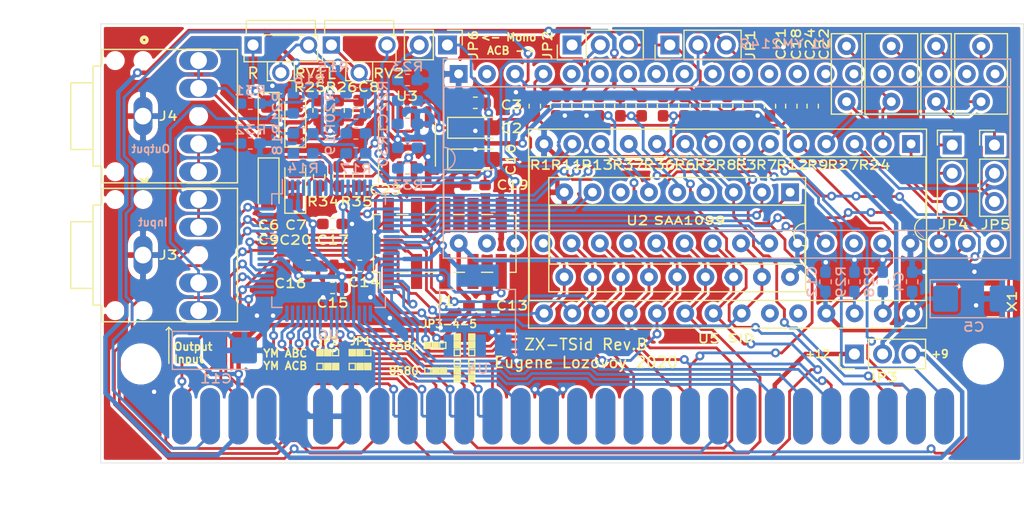
<source format=kicad_pcb>
(kicad_pcb (version 20171130) (host pcbnew "(5.1.4)-1")
  (layers (0 F.Cu signal) (31 B.Cu signal) (34 B.Paste user) (35 F.Paste user) (36 B.SilkS user) (37 F.SilkS user) (38 B.Mask user) (39 F.Mask user) (44 Edge.Cuts user))
  (net 0 "")
  (net 1 +5V)
  (net 2 +9V)
  (net 3 GND)
  (net 4 +12V)
  (net 5 +3V3)
  (net 6 A15)
  (net 7 D7)
  (net 8 D0)
  (net 9 D1)
  (net 10 D2)
  (net 11 D6)
  (net 12 D5)
  (net 13 D3)
  (net 14 D4)
  (net 15 ~IORQ)
  (net 16 A14)
  (net 17 A12)
  (net 18 ~CLKCPU)
  (net 19 A0)
  (net 20 A1)
  (net 21 A2)
  (net 22 A3)
  (net 23 ~IORQGE)
  (net 24 ~WR)
  (net 25 ~M1)
  (net 26 A8)
  (net 27 A10)
  (net 28 ~RST)
  (net 29 A7)
  (net 30 A6)
  (net 31 A5)
  (net 32 A4)
  (net 33 A9)
  (net 34 A11)
  (net 35 TDI)
  (net 36 TMS)
  (net 37 TDO)
  (net 38 TCK)
  (net 39 AY_CLK)
  (net 40 "Net-(C10-Pad1)")
  (net 41 AY_BDIR)
  (net 42 AY_BC1)
  (net 43 SID_CLK)
  (net 44 SID_CS)
  (net 45 /R)
  (net 46 /L)
  (net 47 "Net-(C18-Pad1)")
  (net 48 "Net-(JP2-Pad2)")
  (net 49 "Net-(JP1-Pad3)")
  (net 50 "Net-(JP1-Pad2)")
  (net 51 "Net-(JP1-Pad1)")
  (net 52 "Net-(JP4-Pad2)")
  (net 53 "Net-(JP5-Pad2)")
  (net 54 "Net-(C18-Pad2)")
  (net 55 "Net-(C20-Pad2)")
  (net 56 "Net-(C20-Pad1)")
  (net 57 "Net-(C21-Pad1)")
  (net 58 "Net-(C22-Pad1)")
  (net 59 "Net-(C23-Pad1)")
  (net 60 "Net-(C24-Pad1)")
  (net 61 VDDA)
  (net 62 "Net-(C2-Pad1)")
  (net 63 "Net-(C6-Pad1)")
  (net 64 "Net-(C7-Pad2)")
  (net 65 "Net-(C7-Pad1)")
  (net 66 "Net-(C8-Pad1)")
  (net 67 "Net-(C9-Pad1)")
  (net 68 "Net-(C22-Pad2)")
  (net 69 "Net-(J3-PadT)")
  (net 70 "Net-(J3-PadR)")
  (net 71 "Net-(R1-Pad2)")
  (net 72 "Net-(R24-Pad2)")
  (net 73 "Net-(R29-Pad1)")
  (net 74 /R0)
  (net 75 /L0)
  (net 76 DAC_R)
  (net 77 DAC_L)
  (net 78 "Net-(R2-Pad2)")
  (net 79 "Net-(R36-Pad1)")
  (net 80 "Net-(R37-Pad2)")
  (net 81 ~SAA_CS)
  (net 82 CLK8)
  (net 83 SAA_CLK)
  (module Oscillator:Oscillator_SMD_EuroQuartz_XO91-4Pin_7.0x5.0mm (layer F.Cu) (at 185.85 107.05 90)
    (fp_text reference X1 (at 0.1 3.75 270) (layer F.SilkS) (effects (font (size 0.8 1))))
    (fp_text value XO91)
    (pad 4 smd rect (at -2.5 -2.1 90) (size 2 2) (layers F.Cu F.Paste F.Mask) (net 1 +5V))
    (pad 3 smd rect (at 2.5 -2.1 90) (size 2 2) (layers F.Cu F.Paste F.Mask) (net 82 CLK8))
    (pad 2 smd rect (at 2.5 2.1 90) (size 2 2) (layers F.Cu F.Paste F.Mask) (net 3 GND))
    (pad 1 smd rect (at -2.5 2.1 90) (size 2 2) (layers F.Cu F.Paste F.Mask) (net 1 +5V))
  )
  (module Package_DIP:DIP-40_W15.24mm_Socket (layer B.Cu) (at 139.8 86.5 270)
    (fp_text reference U1 (at -2.7 -32.6) (layer B.SilkS) (effects (font (size 0.8 1)) (justify mirror)))
    (fp_text value YM2149)
    (fp_text user YM2149 (at -2.7 -28.15) (layer B.SilkS) (effects (font (size 0.8 1)) (justify mirror)))
    (pad 40 thru_hole oval (at 15.24 0 270) (size 1.6 1.6) (drill 0.8) (layers *.Cu *.Mask) (net 1 +5V))
    (pad 20 thru_hole oval (at 0 -48.26 270) (size 1.6 1.6) (drill 0.8) (layers *.Cu *.Mask))
    (pad 39 thru_hole oval (at 15.24 -2.54 270) (size 1.6 1.6) (drill 0.8) (layers *.Cu *.Mask))
    (pad 19 thru_hole oval (at 0 -45.72 270) (size 1.6 1.6) (drill 0.8) (layers *.Cu *.Mask))
    (pad 38 thru_hole oval (at 15.24 -5.08 270) (size 1.6 1.6) (drill 0.8) (layers *.Cu *.Mask) (net 48 "Net-(JP2-Pad2)"))
    (pad 18 thru_hole oval (at 0 -43.18 270) (size 1.6 1.6) (drill 0.8) (layers *.Cu *.Mask))
    (pad 37 thru_hole oval (at 15.24 -7.62 270) (size 1.6 1.6) (drill 0.8) (layers *.Cu *.Mask) (net 8 D0))
    (pad 17 thru_hole oval (at 0 -40.64 270) (size 1.6 1.6) (drill 0.8) (layers *.Cu *.Mask))
    (pad 36 thru_hole oval (at 15.24 -10.16 270) (size 1.6 1.6) (drill 0.8) (layers *.Cu *.Mask) (net 9 D1))
    (pad 16 thru_hole oval (at 0 -38.1 270) (size 1.6 1.6) (drill 0.8) (layers *.Cu *.Mask))
    (pad 35 thru_hole oval (at 15.24 -12.7 270) (size 1.6 1.6) (drill 0.8) (layers *.Cu *.Mask) (net 10 D2))
    (pad 15 thru_hole oval (at 0 -35.56 270) (size 1.6 1.6) (drill 0.8) (layers *.Cu *.Mask))
    (pad 34 thru_hole oval (at 15.24 -15.24 270) (size 1.6 1.6) (drill 0.8) (layers *.Cu *.Mask) (net 13 D3))
    (pad 14 thru_hole oval (at 0 -33.02 270) (size 1.6 1.6) (drill 0.8) (layers *.Cu *.Mask))
    (pad 33 thru_hole oval (at 15.24 -17.78 270) (size 1.6 1.6) (drill 0.8) (layers *.Cu *.Mask) (net 14 D4))
    (pad 13 thru_hole oval (at 0 -30.48 270) (size 1.6 1.6) (drill 0.8) (layers *.Cu *.Mask))
    (pad 32 thru_hole oval (at 15.24 -20.32 270) (size 1.6 1.6) (drill 0.8) (layers *.Cu *.Mask) (net 12 D5))
    (pad 12 thru_hole oval (at 0 -27.94 270) (size 1.6 1.6) (drill 0.8) (layers *.Cu *.Mask))
    (pad 31 thru_hole oval (at 15.24 -22.86 270) (size 1.6 1.6) (drill 0.8) (layers *.Cu *.Mask) (net 11 D6))
    (pad 11 thru_hole oval (at 0 -25.4 270) (size 1.6 1.6) (drill 0.8) (layers *.Cu *.Mask))
    (pad 30 thru_hole oval (at 15.24 -25.4 270) (size 1.6 1.6) (drill 0.8) (layers *.Cu *.Mask) (net 7 D7))
    (pad 10 thru_hole oval (at 0 -22.86 270) (size 1.6 1.6) (drill 0.8) (layers *.Cu *.Mask))
    (pad 29 thru_hole oval (at 15.24 -27.94 270) (size 1.6 1.6) (drill 0.8) (layers *.Cu *.Mask) (net 42 AY_BC1))
    (pad 9 thru_hole oval (at 0 -20.32 270) (size 1.6 1.6) (drill 0.8) (layers *.Cu *.Mask))
    (pad 28 thru_hole oval (at 15.24 -30.48 270) (size 1.6 1.6) (drill 0.8) (layers *.Cu *.Mask) (net 1 +5V))
    (pad 8 thru_hole oval (at 0 -17.78 270) (size 1.6 1.6) (drill 0.8) (layers *.Cu *.Mask))
    (pad 27 thru_hole oval (at 15.24 -33.02 270) (size 1.6 1.6) (drill 0.8) (layers *.Cu *.Mask) (net 41 AY_BDIR))
    (pad 7 thru_hole oval (at 0 -15.24 270) (size 1.6 1.6) (drill 0.8) (layers *.Cu *.Mask))
    (pad 26 thru_hole oval (at 15.24 -35.56 270) (size 1.6 1.6) (drill 0.8) (layers *.Cu *.Mask))
    (pad 6 thru_hole oval (at 0 -12.7 270) (size 1.6 1.6) (drill 0.8) (layers *.Cu *.Mask))
    (pad 25 thru_hole oval (at 15.24 -38.1 270) (size 1.6 1.6) (drill 0.8) (layers *.Cu *.Mask) (net 1 +5V))
    (pad 5 thru_hole oval (at 0 -10.16 270) (size 1.6 1.6) (drill 0.8) (layers *.Cu *.Mask))
    (pad 24 thru_hole oval (at 15.24 -40.64 270) (size 1.6 1.6) (drill 0.8) (layers *.Cu *.Mask) (net 3 GND))
    (pad 4 thru_hole oval (at 0 -7.62 270) (size 1.6 1.6) (drill 0.8) (layers *.Cu *.Mask) (net 71 "Net-(R1-Pad2)"))
    (pad 23 thru_hole oval (at 15.24 -43.18 270) (size 1.6 1.6) (drill 0.8) (layers *.Cu *.Mask) (net 28 ~RST))
    (pad 3 thru_hole oval (at 0 -5.08 270) (size 1.6 1.6) (drill 0.8) (layers *.Cu *.Mask) (net 50 "Net-(JP1-Pad2)"))
    (pad 22 thru_hole oval (at 15.24 -45.72 270) (size 1.6 1.6) (drill 0.8) (layers *.Cu *.Mask) (net 39 AY_CLK))
    (pad 2 thru_hole oval (at 0 -2.54 270) (size 1.6 1.6) (drill 0.8) (layers *.Cu *.Mask))
    (pad 21 thru_hole oval (at 15.24 -48.26 270) (size 1.6 1.6) (drill 0.8) (layers *.Cu *.Mask))
    (pad 1 thru_hole rect (at 0 0 270) (size 1.6 1.6) (drill 0.8) (layers *.Cu *.Mask) (net 3 GND))
  )
  (module Resistor_SMD:R_0603_1608Metric_Pad1.05x0.95mm_HandSolder (layer F.Cu) (at 152.419228 89.4 270)
    (fp_text reference R37 (at 5.3 -2.630772 180) (layer F.SilkS) (effects (font (size 0.8 1))))
    (fp_text value 10k)
    (pad 2 smd roundrect (at 0.875 0 270) (size 1.05 0.95) (layers F.Cu F.Paste F.Mask) (net 80 "Net-(R37-Pad2)"))
    (pad 1 smd roundrect (at -0.875 0 270) (size 1.05 0.95) (layers F.Cu F.Paste F.Mask) (net 1 +5V))
  )
  (module Resistor_SMD:R_0603_1608Metric_Pad1.05x0.95mm_HandSolder (layer F.Cu) (at 154.342304 89.4 90)
    (fp_text reference R36 (at -5.3 3.507696 180) (layer F.SilkS) (effects (font (size 0.8 1))))
    (fp_text value 10k)
    (pad 2 smd roundrect (at 0.875 0 90) (size 1.05 0.95) (layers F.Cu F.Paste F.Mask) (net 74 /R0))
    (pad 1 smd roundrect (at -0.875 0 90) (size 1.05 0.95) (layers F.Cu F.Paste F.Mask) (net 79 "Net-(R36-Pad1)"))
  )
  (module Resistor_SMD:R_0603_1608Metric_Pad1.05x0.95mm_HandSolder (layer F.Cu) (at 160.111532 89.4 270)
    (fp_text reference R8 (at 5.3 -3.738468 180) (layer F.SilkS) (effects (font (size 0.8 1))))
    (fp_text value 10k)
    (pad 2 smd roundrect (at 0.875 0 270) (size 1.05 0.95) (layers F.Cu F.Paste F.Mask) (net 78 "Net-(R2-Pad2)"))
    (pad 1 smd roundrect (at -0.875 0 270) (size 1.05 0.95) (layers F.Cu F.Paste F.Mask) (net 75 /L0))
  )
  (module Resistor_SMD:R_0603_1608Metric_Pad1.05x0.95mm_HandSolder (layer F.Cu) (at 156.26538 89.4 270)
    (fp_text reference R6 (at 5.3 -3.88462 180) (layer F.SilkS) (effects (font (size 0.8 1))))
    (fp_text value 1k)
    (pad 2 smd roundrect (at 0.875 0 270) (size 1.05 0.95) (layers F.Cu F.Paste F.Mask) (net 79 "Net-(R36-Pad1)"))
    (pad 1 smd roundrect (at -0.875 0 270) (size 1.05 0.95) (layers F.Cu F.Paste F.Mask) (net 1 +5V))
  )
  (module Resistor_SMD:R_0603_1608Metric_Pad1.05x0.95mm_HandSolder (layer F.Cu) (at 158.188456 89.4 270)
    (fp_text reference R2 (at 5.3 -3.811544 180) (layer F.SilkS) (effects (font (size 0.8 1))))
    (fp_text value 1k)
    (pad 2 smd roundrect (at 0.875 0 270) (size 1.05 0.95) (layers F.Cu F.Paste F.Mask) (net 78 "Net-(R2-Pad2)"))
    (pad 1 smd roundrect (at -0.875 0 270) (size 1.05 0.95) (layers F.Cu F.Paste F.Mask) (net 1 +5V))
  )
  (module Package_DIP:DIP-18_W7.62mm_Socket (layer F.Cu) (at 169.62 97.15 270)
    (fp_text reference U2 (at 2.55 13.75 180) (layer F.SilkS) (effects (font (size 0.8 1))))
    (fp_text value SAA1099)
    (fp_text user SAA1099 (at 2.55 9.05) (layer F.SilkS) (effects (font (size 0.7 1))))
    (pad 18 thru_hole oval (at 7.62 0 270) (size 1.6 1.6) (drill 0.8) (layers *.Cu *.Mask) (net 1 +5V))
    (pad 9 thru_hole oval (at 0 20.32 270) (size 1.6 1.6) (drill 0.8) (layers *.Cu *.Mask) (net 3 GND))
    (pad 17 thru_hole oval (at 7.62 2.54 270) (size 1.6 1.6) (drill 0.8) (layers *.Cu *.Mask) (net 7 D7))
    (pad 8 thru_hole oval (at 0 17.78 270) (size 1.6 1.6) (drill 0.8) (layers *.Cu *.Mask) (net 83 SAA_CLK))
    (pad 16 thru_hole oval (at 7.62 5.08 270) (size 1.6 1.6) (drill 0.8) (layers *.Cu *.Mask) (net 11 D6))
    (pad 7 thru_hole oval (at 0 15.24 270) (size 1.6 1.6) (drill 0.8) (layers *.Cu *.Mask))
    (pad 15 thru_hole oval (at 7.62 7.62 270) (size 1.6 1.6) (drill 0.8) (layers *.Cu *.Mask) (net 12 D5))
    (pad 6 thru_hole oval (at 0 12.7 270) (size 1.6 1.6) (drill 0.8) (layers *.Cu *.Mask) (net 80 "Net-(R37-Pad2)"))
    (pad 14 thru_hole oval (at 7.62 10.16 270) (size 1.6 1.6) (drill 0.8) (layers *.Cu *.Mask) (net 14 D4))
    (pad 5 thru_hole oval (at 0 10.16 270) (size 1.6 1.6) (drill 0.8) (layers *.Cu *.Mask) (net 79 "Net-(R36-Pad1)"))
    (pad 13 thru_hole oval (at 7.62 12.7 270) (size 1.6 1.6) (drill 0.8) (layers *.Cu *.Mask) (net 13 D3))
    (pad 4 thru_hole oval (at 0 7.62 270) (size 1.6 1.6) (drill 0.8) (layers *.Cu *.Mask) (net 78 "Net-(R2-Pad2)"))
    (pad 12 thru_hole oval (at 7.62 15.24 270) (size 1.6 1.6) (drill 0.8) (layers *.Cu *.Mask) (net 10 D2))
    (pad 3 thru_hole oval (at 0 5.08 270) (size 1.6 1.6) (drill 0.8) (layers *.Cu *.Mask) (net 26 A8))
    (pad 11 thru_hole oval (at 7.62 17.78 270) (size 1.6 1.6) (drill 0.8) (layers *.Cu *.Mask) (net 9 D1))
    (pad 2 thru_hole oval (at 0 2.54 270) (size 1.6 1.6) (drill 0.8) (layers *.Cu *.Mask) (net 81 ~SAA_CS))
    (pad 10 thru_hole oval (at 7.62 20.32 270) (size 1.6 1.6) (drill 0.8) (layers *.Cu *.Mask) (net 8 D0))
    (pad 1 thru_hole rect (at 0 0 270) (size 1.6 1.6) (drill 0.8) (layers *.Cu *.Mask) (net 24 ~WR))
  )
  (module my:ZX_CONN (layer F.Cu) (at 140.3 117.3)
    (fp_text reference J2 hide)
    (fp_text value zx_edge hide)
    (pad B1 connect oval (at -25.4 0) (size 1.778 5.08) (layers F.Cu F.Mask) (net 6 A15))
    (pad B2 connect oval (at -22.86 0) (size 1.778 5.08) (layers F.Cu F.Mask))
    (pad B3 connect oval (at -20.32 0) (size 1.778 5.08) (layers F.Cu F.Mask) (net 7 D7))
    (pad B4 connect oval (at -17.78 0) (size 1.778 5.08) (layers F.Cu F.Mask))
    (pad B6 connect oval (at -12.7 0) (size 1.778 5.08) (layers F.Cu F.Mask) (net 8 D0))
    (pad B7 connect oval (at -10.16 0) (size 1.778 5.08) (layers F.Cu F.Mask) (net 9 D1))
    (pad B8 connect oval (at -7.62 0) (size 1.778 5.08) (layers F.Cu F.Mask) (net 10 D2))
    (pad B9 connect oval (at -5.08 0) (size 1.778 5.08) (layers F.Cu F.Mask) (net 11 D6))
    (pad B10 connect oval (at -2.54 0) (size 1.778 5.08) (layers F.Cu F.Mask) (net 12 D5))
    (pad B11 connect oval (at 0 0) (size 1.778 5.08) (layers F.Cu F.Mask) (net 13 D3))
    (pad B12 connect oval (at 2.54 0) (size 1.778 5.08) (layers F.Cu F.Mask) (net 14 D4))
    (pad B13 connect oval (at 5.08 0) (size 1.778 5.08) (layers F.Cu F.Mask))
    (pad B14 connect oval (at 7.62 0) (size 1.778 5.08) (layers F.Cu F.Mask))
    (pad B15 connect oval (at 10.16 0) (size 1.778 5.08) (layers F.Cu F.Mask))
    (pad B16 connect oval (at 12.7 0) (size 1.778 5.08) (layers F.Cu F.Mask))
    (pad B17 connect oval (at 15.24 0) (size 1.778 5.08) (layers F.Cu F.Mask) (net 15 ~IORQ))
    (pad B18 connect oval (at 17.78 0) (size 1.778 5.08) (layers F.Cu F.Mask))
    (pad A1 connect oval (at -25.4 0) (size 1.778 5.08) (layers B.Cu B.Mask) (net 16 A14))
    (pad A2 connect oval (at -22.86 0) (size 1.778 5.08) (layers B.Cu B.Mask) (net 17 A12))
    (pad A3 connect oval (at -20.32 0) (size 1.778 5.08) (layers B.Cu B.Mask) (net 1 +5V))
    (pad A4 connect oval (at -17.78 0) (size 1.778 5.08) (layers B.Cu B.Mask) (net 2 +9V))
    (pad A6 connect oval (at -12.7 0) (size 1.778 5.08) (layers B.Cu B.Mask) (net 3 GND))
    (pad A7 connect oval (at -10.16 0) (size 1.778 5.08) (layers B.Cu B.Mask) (net 3 GND))
    (pad A8 connect oval (at -7.62 0) (size 1.778 5.08) (layers B.Cu B.Mask) (net 18 ~CLKCPU))
    (pad A9 connect oval (at -5.08 0) (size 1.778 5.08) (layers B.Cu B.Mask) (net 19 A0))
    (pad A10 connect oval (at -2.54 0) (size 1.778 5.08) (layers B.Cu B.Mask) (net 20 A1))
    (pad A11 connect oval (at 0 0) (size 1.778 5.08) (layers B.Cu B.Mask) (net 21 A2))
    (pad A12 connect oval (at 2.54 0) (size 1.778 5.08) (layers B.Cu B.Mask) (net 22 A3))
    (pad A13 connect oval (at 5.08 0) (size 1.778 5.08) (layers B.Cu B.Mask) (net 23 ~IORQGE))
    (pad A14 connect oval (at 7.62 0) (size 1.778 5.08) (layers B.Cu B.Mask) (net 3 GND))
    (pad A15 connect oval (at 10.16 0) (size 1.778 5.08) (layers B.Cu B.Mask))
    (pad A16 connect oval (at 12.7 0) (size 1.778 5.08) (layers B.Cu B.Mask))
    (pad A17 connect oval (at 15.24 0) (size 1.778 5.08) (layers B.Cu B.Mask))
    (pad A18 connect oval (at 17.78 0) (size 1.778 5.08) (layers B.Cu B.Mask))
    (pad B19 connect oval (at 20.32 0) (size 1.778 5.08) (layers F.Cu F.Mask) (net 24 ~WR))
    (pad B20 connect oval (at 22.86 0) (size 1.778 5.08) (layers F.Cu F.Mask))
    (pad B21 connect oval (at 25.4 0) (size 1.778 5.08) (layers F.Cu F.Mask))
    (pad B22 connect oval (at 27.94 0) (size 1.778 5.08) (layers F.Cu F.Mask) (net 4 +12V))
    (pad B23 connect oval (at 30.48 0) (size 1.778 5.08) (layers F.Cu F.Mask))
    (pad B24 connect oval (at 33.02 0) (size 1.778 5.08) (layers F.Cu F.Mask) (net 25 ~M1))
    (pad B25 connect oval (at 35.56 0) (size 1.778 5.08) (layers F.Cu F.Mask))
    (pad B26 connect oval (at 38.1 0) (size 1.778 5.08) (layers F.Cu F.Mask) (net 26 A8))
    (pad B27 connect oval (at 40.64 0) (size 1.778 5.08) (layers F.Cu F.Mask) (net 27 A10))
    (pad B28 connect oval (at 43.18 0) (size 1.778 5.08) (layers F.Cu F.Mask))
    (pad A19 connect oval (at 20.32 0) (size 1.778 5.08) (layers B.Cu B.Mask))
    (pad A20 connect oval (at 22.86 0) (size 1.778 5.08) (layers B.Cu B.Mask) (net 28 ~RST))
    (pad A21 connect oval (at 25.4 0) (size 1.778 5.08) (layers B.Cu B.Mask) (net 29 A7))
    (pad A22 connect oval (at 27.94 0) (size 1.778 5.08) (layers B.Cu B.Mask) (net 30 A6))
    (pad A23 connect oval (at 30.48 0) (size 1.778 5.08) (layers B.Cu B.Mask) (net 31 A5))
    (pad A24 connect oval (at 33.02 0) (size 1.778 5.08) (layers B.Cu B.Mask) (net 32 A4))
    (pad A25 connect oval (at 35.56 0) (size 1.778 5.08) (layers B.Cu B.Mask))
    (pad A26 connect oval (at 38.1 0) (size 1.778 5.08) (layers B.Cu B.Mask))
    (pad A27 connect oval (at 40.64 0) (size 1.778 5.08) (layers B.Cu B.Mask) (net 33 A9))
    (pad A28 connect oval (at 43.18 0) (size 1.778 5.08) (layers B.Cu B.Mask) (net 34 A11))
  )
  (module Connector_PinHeader_2.54mm:PinHeader_1x02_P2.54mm_Vertical (layer F.Cu) (at 138.79 83.9 270)
    (fp_text reference JP6 (at 0 -2.33 90) (layer F.SilkS) (effects (font (size 0.8 1))))
    (fp_text value Jumper_2_Open)
    (pad 2 thru_hole oval (at 0 2.54 270) (size 1.7 1.7) (drill 1) (layers *.Cu *.Mask) (net 75 /L0))
    (pad 1 thru_hole rect (at 0 0 270) (size 1.7 1.7) (drill 1) (layers *.Cu *.Mask) (net 74 /R0))
  )
  (module Package_QFP:TQFP-64_10x10mm_P0.5mm (layer B.Cu) (at 128.1 102.4 270)
    (fp_text reference U6 (at 7.6 0 180) (layer B.SilkS) (effects (font (size 0.8 1)) (justify mirror)))
    (fp_text value XC9572XL-VQ64)
    (pad 64 smd roundrect (at -3.75 5.6625 270) (size 0.3 1.475) (layers B.Cu B.Paste B.Mask) (net 28 ~RST))
    (pad 63 smd roundrect (at -3.25 5.6625 270) (size 0.3 1.475) (layers B.Cu B.Paste B.Mask))
    (pad 62 smd roundrect (at -2.75 5.6625 270) (size 0.3 1.475) (layers B.Cu B.Paste B.Mask))
    (pad 61 smd roundrect (at -2.25 5.6625 270) (size 0.3 1.475) (layers B.Cu B.Paste B.Mask) (net 10 D2))
    (pad 60 smd roundrect (at -1.75 5.6625 270) (size 0.3 1.475) (layers B.Cu B.Paste B.Mask) (net 9 D1))
    (pad 59 smd roundrect (at -1.25 5.6625 270) (size 0.3 1.475) (layers B.Cu B.Paste B.Mask))
    (pad 58 smd roundrect (at -0.75 5.6625 270) (size 0.3 1.475) (layers B.Cu B.Paste B.Mask))
    (pad 57 smd roundrect (at -0.25 5.6625 270) (size 0.3 1.475) (layers B.Cu B.Paste B.Mask))
    (pad 56 smd roundrect (at 0.25 5.6625 270) (size 0.3 1.475) (layers B.Cu B.Paste B.Mask))
    (pad 55 smd roundrect (at 0.75 5.6625 270) (size 0.3 1.475) (layers B.Cu B.Paste B.Mask) (net 5 +3V3))
    (pad 54 smd roundrect (at 1.25 5.6625 270) (size 0.3 1.475) (layers B.Cu B.Paste B.Mask) (net 3 GND))
    (pad 53 smd roundrect (at 1.75 5.6625 270) (size 0.3 1.475) (layers B.Cu B.Paste B.Mask) (net 37 TDO))
    (pad 52 smd roundrect (at 2.25 5.6625 270) (size 0.3 1.475) (layers B.Cu B.Paste B.Mask) (net 16 A14))
    (pad 51 smd roundrect (at 2.75 5.6625 270) (size 0.3 1.475) (layers B.Cu B.Paste B.Mask) (net 6 A15))
    (pad 50 smd roundrect (at 3.25 5.6625 270) (size 0.3 1.475) (layers B.Cu B.Paste B.Mask) (net 7 D7))
    (pad 49 smd roundrect (at 3.75 5.6625 270) (size 0.3 1.475) (layers B.Cu B.Paste B.Mask) (net 8 D0))
    (pad 48 smd roundrect (at 5.6625 3.75 270) (size 1.475 0.3) (layers B.Cu B.Paste B.Mask) (net 19 A0))
    (pad 47 smd roundrect (at 5.6625 3.25 270) (size 1.475 0.3) (layers B.Cu B.Paste B.Mask) (net 11 D6))
    (pad 46 smd roundrect (at 5.6625 2.75 270) (size 1.475 0.3) (layers B.Cu B.Paste B.Mask) (net 20 A1))
    (pad 45 smd roundrect (at 5.6625 2.25 270) (size 1.475 0.3) (layers B.Cu B.Paste B.Mask) (net 12 D5))
    (pad 44 smd roundrect (at 5.6625 1.75 270) (size 1.475 0.3) (layers B.Cu B.Paste B.Mask) (net 21 A2))
    (pad 43 smd roundrect (at 5.6625 1.25 270) (size 1.475 0.3) (layers B.Cu B.Paste B.Mask) (net 13 D3))
    (pad 42 smd roundrect (at 5.6625 0.75 270) (size 1.475 0.3) (layers B.Cu B.Paste B.Mask) (net 22 A3))
    (pad 41 smd roundrect (at 5.6625 0.25 270) (size 1.475 0.3) (layers B.Cu B.Paste B.Mask) (net 3 GND))
    (pad 40 smd roundrect (at 5.6625 -0.25 270) (size 1.475 0.3) (layers B.Cu B.Paste B.Mask) (net 14 D4))
    (pad 39 smd roundrect (at 5.6625 -0.75 270) (size 1.475 0.3) (layers B.Cu B.Paste B.Mask) (net 15 ~IORQ))
    (pad 38 smd roundrect (at 5.6625 -1.25 270) (size 1.475 0.3) (layers B.Cu B.Paste B.Mask) (net 24 ~WR))
    (pad 37 smd roundrect (at 5.6625 -1.75 270) (size 1.475 0.3) (layers B.Cu B.Paste B.Mask) (net 5 +3V3))
    (pad 36 smd roundrect (at 5.6625 -2.25 270) (size 1.475 0.3) (layers B.Cu B.Paste B.Mask) (net 18 ~CLKCPU))
    (pad 35 smd roundrect (at 5.6625 -2.75 270) (size 1.475 0.3) (layers B.Cu B.Paste B.Mask) (net 23 ~IORQGE))
    (pad 34 smd roundrect (at 5.6625 -3.25 270) (size 1.475 0.3) (layers B.Cu B.Paste B.Mask) (net 29 A7))
    (pad 33 smd roundrect (at 5.6625 -3.75 270) (size 1.475 0.3) (layers B.Cu B.Paste B.Mask) (net 30 A6))
    (pad 32 smd roundrect (at 3.75 -5.6625 270) (size 0.3 1.475) (layers B.Cu B.Paste B.Mask) (net 32 A4))
    (pad 31 smd roundrect (at 3.25 -5.6625 270) (size 0.3 1.475) (layers B.Cu B.Paste B.Mask) (net 25 ~M1))
    (pad 30 smd roundrect (at 2.75 -5.6625 270) (size 0.3 1.475) (layers B.Cu B.Paste B.Mask) (net 38 TCK))
    (pad 29 smd roundrect (at 2.25 -5.6625 270) (size 0.3 1.475) (layers B.Cu B.Paste B.Mask) (net 36 TMS))
    (pad 28 smd roundrect (at 1.75 -5.6625 270) (size 0.3 1.475) (layers B.Cu B.Paste B.Mask) (net 35 TDI))
    (pad 27 smd roundrect (at 1.25 -5.6625 270) (size 0.3 1.475) (layers B.Cu B.Paste B.Mask) (net 31 A5))
    (pad 26 smd roundrect (at 0.75 -5.6625 270) (size 0.3 1.475) (layers B.Cu B.Paste B.Mask) (net 5 +3V3))
    (pad 25 smd roundrect (at 0.25 -5.6625 270) (size 0.3 1.475) (layers B.Cu B.Paste B.Mask))
    (pad 24 smd roundrect (at -0.25 -5.6625 270) (size 0.3 1.475) (layers B.Cu B.Paste B.Mask) (net 42 AY_BC1))
    (pad 23 smd roundrect (at -0.75 -5.6625 270) (size 0.3 1.475) (layers B.Cu B.Paste B.Mask) (net 41 AY_BDIR))
    (pad 22 smd roundrect (at -1.25 -5.6625 270) (size 0.3 1.475) (layers B.Cu B.Paste B.Mask) (net 39 AY_CLK))
    (pad 21 smd roundrect (at -1.75 -5.6625 270) (size 0.3 1.475) (layers B.Cu B.Paste B.Mask) (net 3 GND))
    (pad 20 smd roundrect (at -2.25 -5.6625 270) (size 0.3 1.475) (layers B.Cu B.Paste B.Mask) (net 81 ~SAA_CS))
    (pad 19 smd roundrect (at -2.75 -5.6625 270) (size 0.3 1.475) (layers B.Cu B.Paste B.Mask) (net 83 SAA_CLK))
    (pad 18 smd roundrect (at -3.25 -5.6625 270) (size 0.3 1.475) (layers B.Cu B.Paste B.Mask) (net 43 SID_CLK))
    (pad 17 smd roundrect (at -3.75 -5.6625 270) (size 0.3 1.475) (layers B.Cu B.Paste B.Mask) (net 18 ~CLKCPU))
    (pad 16 smd roundrect (at -5.6625 -3.75 270) (size 1.475 0.3) (layers B.Cu B.Paste B.Mask) (net 82 CLK8))
    (pad 15 smd roundrect (at -5.6625 -3.25 270) (size 1.475 0.3) (layers B.Cu B.Paste B.Mask) (net 44 SID_CS))
    (pad 14 smd roundrect (at -5.6625 -2.75 270) (size 1.475 0.3) (layers B.Cu B.Paste B.Mask) (net 3 GND))
    (pad 13 smd roundrect (at -5.6625 -2.25 270) (size 1.475 0.3) (layers B.Cu B.Paste B.Mask))
    (pad 12 smd roundrect (at -5.6625 -1.75 270) (size 1.475 0.3) (layers B.Cu B.Paste B.Mask))
    (pad 11 smd roundrect (at -5.6625 -1.25 270) (size 1.475 0.3) (layers B.Cu B.Paste B.Mask))
    (pad 10 smd roundrect (at -5.6625 -0.75 270) (size 1.475 0.3) (layers B.Cu B.Paste B.Mask) (net 77 DAC_L))
    (pad 9 smd roundrect (at -5.6625 -0.25 270) (size 1.475 0.3) (layers B.Cu B.Paste B.Mask) (net 76 DAC_R))
    (pad 8 smd roundrect (at -5.6625 0.25 270) (size 1.475 0.3) (layers B.Cu B.Paste B.Mask))
    (pad 7 smd roundrect (at -5.6625 0.75 270) (size 1.475 0.3) (layers B.Cu B.Paste B.Mask))
    (pad 6 smd roundrect (at -5.6625 1.25 270) (size 1.475 0.3) (layers B.Cu B.Paste B.Mask))
    (pad 5 smd roundrect (at -5.6625 1.75 270) (size 1.475 0.3) (layers B.Cu B.Paste B.Mask))
    (pad 4 smd roundrect (at -5.6625 2.25 270) (size 1.475 0.3) (layers B.Cu B.Paste B.Mask))
    (pad 3 smd roundrect (at -5.6625 2.75 270) (size 1.475 0.3) (layers B.Cu B.Paste B.Mask) (net 5 +3V3))
    (pad 2 smd roundrect (at -5.6625 3.25 270) (size 1.475 0.3) (layers B.Cu B.Paste B.Mask))
    (pad 1 smd roundrect (at -5.6625 3.75 270) (size 1.475 0.3) (layers B.Cu B.Paste B.Mask))
  )
  (module Resistor_SMD:R_0603_1608Metric_Pad1.05x0.95mm_HandSolder (layer F.Cu) (at 171.65 89.4 90)
    (fp_text reference R24 (at -5.3 5.55 180) (layer F.SilkS) (effects (font (size 0.8 1))))
    (fp_text value 10k)
    (pad 1 smd roundrect (at -0.875 0 90) (size 1.05 0.95) (layers F.Cu F.Paste F.Mask) (net 74 /R0))
    (pad 2 smd roundrect (at 0.875 0 90) (size 1.05 0.95) (layers F.Cu F.Paste F.Mask) (net 72 "Net-(R24-Pad2)"))
  )
  (module Resistor_SMD:R_0603_1608Metric_Pad1.05x0.95mm_HandSolder (layer F.Cu) (at 150.496152 89.4 270)
    (fp_text reference R13 (at 5.3 -1.753848 180) (layer F.SilkS) (effects (font (size 0.8 1))))
    (fp_text value 1k)
    (pad 2 smd roundrect (at 0.875 0 270) (size 1.05 0.95) (layers F.Cu F.Paste F.Mask) (net 3 GND))
    (pad 1 smd roundrect (at -0.875 0 270) (size 1.05 0.95) (layers F.Cu F.Paste F.Mask) (net 48 "Net-(JP2-Pad2)"))
  )
  (module Capacitor_Tantalum_SMD:CP_EIA-3216-18_Kemet-A_Pad1.58x1.35mm_HandSolder (layer F.Cu) (at 125.1 96.55 90)
    (fp_text reference C20 (at -4.9 0) (layer F.SilkS) (effects (font (size 0.8 1))))
    (fp_text value 4.7u)
    (pad 2 smd roundrect (at 1.4375 0 90) (size 1.575 1.35) (layers F.Cu F.Paste F.Mask) (roundrect_rratio 0.185185) (net 55 "Net-(C20-Pad2)"))
    (pad 1 smd roundrect (at -1.4375 0 90) (size 1.575 1.35) (layers F.Cu F.Paste F.Mask) (roundrect_rratio 0.185185) (net 56 "Net-(C20-Pad1)"))
  )
  (module Capacitor_Tantalum_SMD:CP_EIA-3216-18_Kemet-A_Pad1.58x1.35mm_HandSolder (layer F.Cu) (at 141.3 94.2)
    (fp_text reference C10 (at 3.2 0 90) (layer F.SilkS) (effects (font (size 0.8 1))))
    (fp_text value 2.2u)
    (pad 2 smd roundrect (at 1.4375 0) (size 1.575 1.35) (layers F.Cu F.Paste F.Mask) (roundrect_rratio 0.185185) (net 75 /L0))
    (pad 1 smd roundrect (at -1.4375 0) (size 1.575 1.35) (layers F.Cu F.Paste F.Mask) (roundrect_rratio 0.185185) (net 40 "Net-(C10-Pad1)"))
  )
  (module Capacitor_Tantalum_SMD:CP_EIA-3216-18_Kemet-A_Pad1.58x1.35mm_HandSolder (layer F.Cu) (at 125.1 90.61 90)
    (fp_text reference C7 (at -9.49 0.05 180) (layer F.SilkS) (effects (font (size 0.8 1))))
    (fp_text value 4.7u)
    (pad 2 smd roundrect (at 1.4375 0 90) (size 1.575 1.35) (layers F.Cu F.Paste F.Mask) (roundrect_rratio 0.185185) (net 64 "Net-(C7-Pad2)"))
    (pad 1 smd roundrect (at -1.4375 0 90) (size 1.575 1.35) (layers F.Cu F.Paste F.Mask) (roundrect_rratio 0.185185) (net 65 "Net-(C7-Pad1)"))
  )
  (module Capacitor_Tantalum_SMD:CP_EIA-3216-18_Kemet-A_Pad1.58x1.35mm_HandSolder (layer F.Cu) (at 141.3 91.35)
    (fp_text reference C2 (at 3.25 0.05 180) (layer F.SilkS) (effects (font (size 0.8 1))))
    (fp_text value 2.2u)
    (pad 2 smd roundrect (at 1.4375 0) (size 1.575 1.35) (layers F.Cu F.Paste F.Mask) (roundrect_rratio 0.185185) (net 74 /R0))
    (pad 1 smd roundrect (at -1.4375 0) (size 1.575 1.35) (layers F.Cu F.Paste F.Mask) (roundrect_rratio 0.185185) (net 62 "Net-(C2-Pad1)"))
  )
  (module Capacitor_Tantalum_SMD:CP_EIA-3216-18_Kemet-A_Pad1.58x1.35mm_HandSolder (layer F.Cu) (at 122.7 90.65 270)
    (fp_text reference C6 (at 9.45 0 180) (layer F.SilkS) (effects (font (size 0.8 1))))
    (fp_text value 10u)
    (pad 2 smd roundrect (at 1.4375 0 270) (size 1.575 1.35) (layers F.Cu F.Paste F.Mask) (roundrect_rratio 0.185185) (net 45 /R))
    (pad 1 smd roundrect (at -1.4375 0 270) (size 1.575 1.35) (layers F.Cu F.Paste F.Mask) (roundrect_rratio 0.185185) (net 63 "Net-(C6-Pad1)"))
  )
  (module Capacitor_Tantalum_SMD:CP_EIA-3216-18_Kemet-A_Pad1.58x1.35mm_HandSolder (layer F.Cu) (at 122.7 96.55 270)
    (fp_text reference C9 (at 4.9 0) (layer F.SilkS) (effects (font (size 0.8 1))))
    (fp_text value 10u)
    (pad 2 smd roundrect (at 1.4375 0 270) (size 1.575 1.35) (layers F.Cu F.Paste F.Mask) (roundrect_rratio 0.185185) (net 46 /L))
    (pad 1 smd roundrect (at -1.4375 0 270) (size 1.575 1.35) (layers F.Cu F.Paste F.Mask) (roundrect_rratio 0.185185) (net 67 "Net-(C9-Pad1)"))
  )
  (module Capacitor_Tantalum_SMD:CP_EIA-6032-28_Kemet-C_Pad2.25x2.35mm_HandSolder (layer B.Cu) (at 186.15 106.725)
    (fp_text reference C5 (at 0 2.55) (layer B.SilkS) (effects (font (size 0.8 1)) (justify mirror)))
    (fp_text value 100u/16V)
    (pad 2 smd roundrect (at 2.55 0) (size 2.25 2.35) (layers B.Cu B.Paste B.Mask) (roundrect_rratio 0.111111) (net 3 GND))
    (pad 1 smd roundrect (at -2.55 0) (size 2.25 2.35) (layers B.Cu B.Paste B.Mask) (roundrect_rratio 0.111111) (net 61 VDDA))
  )
  (module Capacitor_Tantalum_SMD:CP_EIA-6032-28_Kemet-C_Pad2.25x2.35mm_HandSolder (layer B.Cu) (at 117.975 111.375)
    (fp_text reference C11 (at 0 2.55) (layer B.SilkS) (effects (font (size 0.8 1)) (justify mirror)))
    (fp_text value 100u/16V)
    (pad 2 smd roundrect (at 2.55 0) (size 2.25 2.35) (layers B.Cu B.Paste B.Mask) (roundrect_rratio 0.111111) (net 3 GND))
    (pad 1 smd roundrect (at -2.55 0) (size 2.25 2.35) (layers B.Cu B.Paste B.Mask) (roundrect_rratio 0.111111) (net 1 +5V))
  )
  (module Resistor_SMD:R_0603_1608Metric_Pad1.05x0.95mm_HandSolder (layer B.Cu) (at 130.55 91.85 180)
    (fp_text reference R19 (at 2.3 -0.55 270) (layer B.SilkS) (effects (font (size 0.8 1)) (justify mirror)))
    (fp_text value 8.2k)
    (pad 2 smd roundrect (at 0.875 0 180) (size 1.05 0.95) (layers B.Cu B.Paste B.Mask) (net 69 "Net-(J3-PadT)"))
    (pad 1 smd roundrect (at -0.875 0 180) (size 1.05 0.95) (layers B.Cu B.Paste B.Mask) (net 75 /L0))
  )
  (module Resistor_SMD:R_0603_1608Metric_Pad1.05x0.95mm_HandSolder (layer B.Cu) (at 125.8 91.85 180)
    (fp_text reference R18 (at 2.3 -0.55 90) (layer B.SilkS) (effects (font (size 0.8 1)) (justify mirror)))
    (fp_text value 8.2k)
    (pad 2 smd roundrect (at 0.875 0 180) (size 1.05 0.95) (layers B.Cu B.Paste B.Mask) (net 70 "Net-(J3-PadR)"))
    (pad 1 smd roundrect (at -0.875 0 180) (size 1.05 0.95) (layers B.Cu B.Paste B.Mask) (net 74 /R0))
  )
  (module Capacitor_SMD:C_0603_1608Metric_Pad1.05x0.95mm_HandSolder (layer F.Cu) (at 130.8 95.73 270)
    (fp_text reference C23 (at 1.22 -2.4 180) (layer F.SilkS) (effects (font (size 0.8 1))))
    (fp_text value 4.7n)
    (pad 2 smd roundrect (at 0.875 0 270) (size 1.05 0.95) (layers F.Cu F.Paste F.Mask) (net 56 "Net-(C20-Pad1)"))
    (pad 1 smd roundrect (at -0.875 0 270) (size 1.05 0.95) (layers F.Cu F.Paste F.Mask) (net 59 "Net-(C23-Pad1)"))
  )
  (module Capacitor_SMD:C_0603_1608Metric_Pad1.05x0.95mm_HandSolder (layer F.Cu) (at 130.8 89.78 270)
    (fp_text reference C8 (at -2.08 -0.9 180) (layer F.SilkS) (effects (font (size 0.8 1))))
    (fp_text value 4.7n)
    (pad 2 smd roundrect (at 0.875 0 270) (size 1.05 0.95) (layers F.Cu F.Paste F.Mask) (net 65 "Net-(C7-Pad1)"))
    (pad 1 smd roundrect (at -0.875 0 270) (size 1.05 0.95) (layers F.Cu F.Paste F.Mask) (net 66 "Net-(C8-Pad1)"))
  )
  (module Package_SO:SOIC-8_3.9x4.9mm_P1.27mm (layer F.Cu) (at 135.15 92.85 90)
    (fp_text reference U3 (at 4.35 0 180) (layer F.SilkS) (effects (font (size 0.8 1))))
    (fp_text value NE5532DR)
    (pad 8 smd roundrect (at 2.475 -1.905 90) (size 1.95 0.6) (layers F.Cu F.Paste F.Mask) (net 61 VDDA))
    (pad 7 smd roundrect (at 2.475 -0.635 90) (size 1.95 0.6) (layers F.Cu F.Paste F.Mask) (net 63 "Net-(C6-Pad1)"))
    (pad 6 smd roundrect (at 2.475 0.635 90) (size 1.95 0.6) (layers F.Cu F.Paste F.Mask) (net 65 "Net-(C7-Pad1)"))
    (pad 5 smd roundrect (at 2.475 1.905 90) (size 1.95 0.6) (layers F.Cu F.Paste F.Mask) (net 62 "Net-(C2-Pad1)"))
    (pad 4 smd roundrect (at -2.475 1.905 90) (size 1.95 0.6) (layers F.Cu F.Paste F.Mask) (net 3 GND))
    (pad 3 smd roundrect (at -2.475 0.635 90) (size 1.95 0.6) (layers F.Cu F.Paste F.Mask) (net 40 "Net-(C10-Pad1)"))
    (pad 2 smd roundrect (at -2.475 -0.635 90) (size 1.95 0.6) (layers F.Cu F.Paste F.Mask) (net 56 "Net-(C20-Pad1)"))
    (pad 1 smd roundrect (at -2.475 -1.905 90) (size 1.95 0.6) (layers F.Cu F.Paste F.Mask) (net 67 "Net-(C9-Pad1)"))
  )
  (module Potentiometer_THT:Potentiometer_Runtron_RM-063_Horizontal (layer F.Cu) (at 128.35 83.9)
    (fp_text reference RV2 (at 5.15 2.55) (layer F.SilkS) (effects (font (size 0.8 1))))
    (fp_text value "RM063 47k")
    (fp_text user L (at 0 2.55) (layer F.SilkS))
    (pad 3 thru_hole circle (at 5 0) (size 1.55 1.55) (drill 1) (layers *.Cu *.Mask) (net 67 "Net-(C9-Pad1)"))
    (pad 1 thru_hole rect (at 0 0) (size 1.55 1.55) (drill 1) (layers *.Cu *.Mask) (net 59 "Net-(C23-Pad1)"))
    (pad 2 thru_hole circle (at 2.5 2.5) (size 1.55 1.55) (drill 1) (layers *.Cu *.Mask) (net 59 "Net-(C23-Pad1)"))
  )
  (module Potentiometer_THT:Potentiometer_Runtron_RM-063_Horizontal (layer F.Cu) (at 121.3 83.9)
    (fp_text reference RV1 (at 5.15 2.55) (layer F.SilkS) (effects (font (size 0.8 1))))
    (fp_text value "RM063 47k")
    (fp_text user R (at 0 2.55) (layer F.SilkS))
    (pad 3 thru_hole circle (at 5 0) (size 1.55 1.55) (drill 1) (layers *.Cu *.Mask) (net 66 "Net-(C8-Pad1)"))
    (pad 1 thru_hole rect (at 0 0) (size 1.55 1.55) (drill 1) (layers *.Cu *.Mask) (net 63 "Net-(C6-Pad1)"))
    (pad 2 thru_hole circle (at 2.5 2.5) (size 1.55 1.55) (drill 1) (layers *.Cu *.Mask) (net 66 "Net-(C8-Pad1)"))
  )
  (module Resistor_SMD:R_0603_1608Metric_Pad1.05x0.95mm_HandSolder (layer F.Cu) (at 129 95.73 270)
    (fp_text reference R35 (at 2.27 -1.6 180) (layer F.SilkS) (effects (font (size 0.8 1))))
    (fp_text value 1k)
    (pad 2 smd roundrect (at 0.875 0 270) (size 1.05 0.95) (layers F.Cu F.Paste F.Mask) (net 56 "Net-(C20-Pad1)"))
    (pad 1 smd roundrect (at -0.875 0 270) (size 1.05 0.95) (layers F.Cu F.Paste F.Mask) (net 59 "Net-(C23-Pad1)"))
  )
  (module Resistor_SMD:R_0603_1608Metric_Pad1.05x0.95mm_HandSolder (layer F.Cu) (at 127.25 95.73 270)
    (fp_text reference R34 (at 2.27 -0.35) (layer F.SilkS) (effects (font (size 0.8 1))))
    (fp_text value 1k)
    (pad 2 smd roundrect (at 0.875 0 270) (size 1.05 0.95) (layers F.Cu F.Paste F.Mask) (net 3 GND))
    (pad 1 smd roundrect (at -0.875 0 270) (size 1.05 0.95) (layers F.Cu F.Paste F.Mask) (net 55 "Net-(C20-Pad2)"))
  )
  (module Resistor_SMD:R_0603_1608Metric_Pad1.05x0.95mm_HandSolder (layer B.Cu) (at 135.2 95 180)
    (fp_text reference R33 (at 0 -1.5) (layer B.SilkS) (effects (font (size 0.8 1)) (justify mirror)))
    (fp_text value 220k)
    (pad 2 smd roundrect (at 0.875 0 180) (size 1.05 0.95) (layers B.Cu B.Paste B.Mask) (net 40 "Net-(C10-Pad1)"))
    (pad 1 smd roundrect (at -0.875 0 180) (size 1.05 0.95) (layers B.Cu B.Paste B.Mask) (net 3 GND))
  )
  (module Resistor_SMD:R_0603_1608Metric_Pad1.05x0.95mm_HandSolder (layer B.Cu) (at 135.2 93.15 180)
    (fp_text reference R30 (at 2.2 -0.3 90) (layer B.SilkS) (effects (font (size 0.8 1)) (justify mirror)))
    (fp_text value 220k)
    (pad 1 smd roundrect (at -0.875 0 180) (size 1.05 0.95) (layers B.Cu B.Paste B.Mask) (net 40 "Net-(C10-Pad1)"))
    (pad 2 smd roundrect (at 0.875 0 180) (size 1.05 0.95) (layers B.Cu B.Paste B.Mask) (net 61 VDDA))
  )
  (module Resistor_SMD:R_0603_1608Metric_Pad1.05x0.95mm_HandSolder (layer F.Cu) (at 129 89.78 270)
    (fp_text reference R26 (at -2.08 -0.25 180) (layer F.SilkS) (effects (font (size 0.8 1))))
    (fp_text value 1k)
    (pad 2 smd roundrect (at 0.875 0 270) (size 1.05 0.95) (layers F.Cu F.Paste F.Mask) (net 65 "Net-(C7-Pad1)"))
    (pad 1 smd roundrect (at -0.875 0 270) (size 1.05 0.95) (layers F.Cu F.Paste F.Mask) (net 66 "Net-(C8-Pad1)"))
  )
  (module Resistor_SMD:R_0603_1608Metric_Pad1.05x0.95mm_HandSolder (layer F.Cu) (at 127.2 89.78 270)
    (fp_text reference R25 (at -2.08 0.8 180) (layer F.SilkS) (effects (font (size 0.8 1))))
    (fp_text value 1k)
    (pad 2 smd roundrect (at 0.875 0 270) (size 1.05 0.95) (layers F.Cu F.Paste F.Mask) (net 3 GND))
    (pad 1 smd roundrect (at -0.875 0 270) (size 1.05 0.95) (layers F.Cu F.Paste F.Mask) (net 64 "Net-(C7-Pad2)"))
  )
  (module Resistor_SMD:R_0603_1608Metric_Pad1.05x0.95mm_HandSolder (layer B.Cu) (at 135.2 87.05 180)
    (fp_text reference R23 (at 0 1.2) (layer B.SilkS) (effects (font (size 0.8 1)) (justify mirror)))
    (fp_text value 220k)
    (pad 2 smd roundrect (at 0.875 0 180) (size 1.05 0.95) (layers B.Cu B.Paste B.Mask) (net 62 "Net-(C2-Pad1)"))
    (pad 1 smd roundrect (at -0.875 0 180) (size 1.05 0.95) (layers B.Cu B.Paste B.Mask) (net 3 GND))
  )
  (module Resistor_SMD:R_0603_1608Metric_Pad1.05x0.95mm_HandSolder (layer B.Cu) (at 135.2 88.9 180)
    (fp_text reference R22 (at 2.2 0.4 90) (layer B.SilkS) (effects (font (size 0.8 1)) (justify mirror)))
    (fp_text value 220k)
    (pad 2 smd roundrect (at 0.875 0 180) (size 1.05 0.95) (layers B.Cu B.Paste B.Mask) (net 61 VDDA))
    (pad 1 smd roundrect (at -0.875 0 180) (size 1.05 0.95) (layers B.Cu B.Paste B.Mask) (net 62 "Net-(C2-Pad1)"))
  )
  (module Capacitor_SMD:C_0603_1608Metric_Pad1.05x0.95mm_HandSolder (layer B.Cu) (at 135.2 91 180)
    (fp_text reference C1 (at 2.2 0 270) (layer B.SilkS) (effects (font (size 0.8 1)) (justify mirror)))
    (fp_text value 100n)
    (pad 2 smd roundrect (at 0.875 0 180) (size 1.05 0.95) (layers B.Cu B.Paste B.Mask) (net 61 VDDA))
    (pad 1 smd roundrect (at -0.875 0 180) (size 1.05 0.95) (layers B.Cu B.Paste B.Mask) (net 3 GND))
  )
  (module my:PJ307 (layer F.Cu) (at 112.4 102.8 270)
    (fp_text reference J3 (at 0 -1.257) (layer F.SilkS) (effects (font (size 0.8 1.00386))))
    (fp_text value PJ307)
    (pad "" np_thru_hole circle (at 5 3.5 270) (size 1.2 1.2) (drill 1.2) (layers *.Cu *.Mask))
    (pad "" np_thru_hole circle (at 5 1 270) (size 1.2 1.2) (drill 1.2) (layers *.Cu *.Mask))
    (pad "" np_thru_hole circle (at -5 3.5 270) (size 1.2 1.2) (drill 1.2) (layers *.Cu *.Mask))
    (pad "" np_thru_hole circle (at -5 1 270) (size 1.2 1.2) (drill 1.2) (layers *.Cu *.Mask))
    (pad "" np_thru_hole circle (at 0 -4 270) (size 1.2 1.2) (drill 1.2) (layers *.Cu *.Mask))
    (pad S thru_hole oval (at 0 1 270) (size 3.5 1.7) (drill 1.5) (layers *.Cu *.Mask) (net 3 GND))
    (pad TN thru_hole oval (at 2.5 -4) (size 3.5 1.7) (drill 1.5) (layers *.Cu *.Mask) (net 69 "Net-(J3-PadT)"))
    (pad RN thru_hole oval (at -2.5 -4) (size 3.5 1.7) (drill 1.5) (layers *.Cu *.Mask) (net 70 "Net-(J3-PadR)"))
    (pad R thru_hole oval (at -5 -4) (size 3.5 1.7) (drill 1.5) (layers *.Cu *.Mask) (net 70 "Net-(J3-PadR)"))
    (pad T thru_hole oval (at 5 -4) (size 3.5 1.7) (drill 1.5) (layers *.Cu *.Mask) (net 69 "Net-(J3-PadT)"))
  )
  (module Resistor_SMD:R_0603_1608Metric_Pad1.05x0.95mm_HandSolder (layer F.Cu) (at 169.726912 89.4 90)
    (fp_text reference R27 (at -5.3 4.673088 180) (layer F.SilkS) (effects (font (size 0.8 1))))
    (fp_text value 10k)
    (pad 1 smd roundrect (at -0.875 0 90) (size 1.05 0.95) (layers F.Cu F.Paste F.Mask) (net 75 /L0))
    (pad 2 smd roundrect (at 0.875 0 90) (size 1.05 0.95) (layers F.Cu F.Paste F.Mask) (net 72 "Net-(R24-Pad2)"))
  )
  (module my:PJ307 (layer F.Cu) (at 112.4 90.3 270)
    (fp_text reference J4 (at 0 -1.257) (layer F.SilkS) (effects (font (size 0.8 1.00386))))
    (fp_text value PJ307)
    (pad "" np_thru_hole circle (at 5 3.5 270) (size 1.2 1.2) (drill 1.2) (layers *.Cu *.Mask))
    (pad "" np_thru_hole circle (at 5 1 270) (size 1.2 1.2) (drill 1.2) (layers *.Cu *.Mask))
    (pad "" np_thru_hole circle (at -5 3.5 270) (size 1.2 1.2) (drill 1.2) (layers *.Cu *.Mask))
    (pad "" np_thru_hole circle (at -5 1 270) (size 1.2 1.2) (drill 1.2) (layers *.Cu *.Mask))
    (pad "" np_thru_hole circle (at 0 -4 270) (size 1.2 1.2) (drill 1.2) (layers *.Cu *.Mask))
    (pad S thru_hole oval (at 0 1 270) (size 3.5 1.7) (drill 1.5) (layers *.Cu *.Mask) (net 3 GND))
    (pad TN thru_hole oval (at 2.5 -4) (size 3.5 1.7) (drill 1.5) (layers *.Cu *.Mask) (net 46 /L))
    (pad RN thru_hole oval (at -2.5 -4) (size 3.5 1.7) (drill 1.5) (layers *.Cu *.Mask) (net 45 /R))
    (pad R thru_hole oval (at -5 -4) (size 3.5 1.7) (drill 1.5) (layers *.Cu *.Mask) (net 45 /R))
    (pad T thru_hole oval (at 5 -4) (size 3.5 1.7) (drill 1.5) (layers *.Cu *.Mask) (net 46 /L))
  )
  (module Capacitor_THT:C_Rect_L7.0mm_W4.5mm_P5.00mm (layer F.Cu) (at 186.8 89 90)
    (fp_text reference C22 (at 5.175 -14.125 90) (layer F.SilkS) (effects (font (size 0.8 1))))
    (fp_text value 470p)
    (pad 2 thru_hole circle (at 5 0 90) (size 1.6 1.6) (drill 0.8) (layers *.Cu *.Mask) (net 68 "Net-(C22-Pad2)"))
    (pad 1 thru_hole circle (at 0 0 90) (size 1.6 1.6) (drill 0.8) (layers *.Cu *.Mask) (net 58 "Net-(C22-Pad1)"))
  )
  (module Capacitor_THT:C_Rect_L7.0mm_W4.5mm_P5.00mm (layer F.Cu) (at 178.725 89 90)
    (fp_text reference C18 (at 5.175 -8.55 90) (layer F.SilkS) (effects (font (size 0.8 1))))
    (fp_text value 470p)
    (pad 2 thru_hole circle (at 5 0 90) (size 1.6 1.6) (drill 0.8) (layers *.Cu *.Mask) (net 54 "Net-(C18-Pad2)"))
    (pad 1 thru_hole circle (at 0 0 90) (size 1.6 1.6) (drill 0.8) (layers *.Cu *.Mask) (net 47 "Net-(C18-Pad1)"))
  )
  (module Connector_PinHeader_2.54mm:PinHeader_2x05_P2.54mm_Vertical_SMD (layer F.Cu) (at 138.55 101.75 90)
    (fp_text reference J1 (at -5.15 0) (layer F.SilkS) (effects (font (size 0.8 1))))
    (fp_text value Conn_02x05_Odd_Even)
    (pad 10 smd rect (at 2.525 5.08 90) (size 3.15 1) (layers F.Cu F.Paste F.Mask) (net 3 GND))
    (pad 9 smd rect (at -2.525 5.08 90) (size 3.15 1) (layers F.Cu F.Paste F.Mask) (net 35 TDI))
    (pad 8 smd rect (at 2.525 2.54 90) (size 3.15 1) (layers F.Cu F.Paste F.Mask))
    (pad 7 smd rect (at -2.525 2.54 90) (size 3.15 1) (layers F.Cu F.Paste F.Mask))
    (pad 6 smd rect (at 2.525 0 90) (size 3.15 1) (layers F.Cu F.Paste F.Mask))
    (pad 5 smd rect (at -2.525 0 90) (size 3.15 1) (layers F.Cu F.Paste F.Mask) (net 36 TMS))
    (pad 4 smd rect (at 2.525 -2.54 90) (size 3.15 1) (layers F.Cu F.Paste F.Mask) (net 5 +3V3))
    (pad 3 smd rect (at -2.525 -2.54 90) (size 3.15 1) (layers F.Cu F.Paste F.Mask) (net 37 TDO))
    (pad 2 smd rect (at 2.525 -5.08 90) (size 3.15 1) (layers F.Cu F.Paste F.Mask) (net 3 GND))
    (pad 1 smd rect (at -2.525 -5.08 90) (size 3.15 1) (layers F.Cu F.Paste F.Mask) (net 38 TCK))
  )
  (module Resistor_SMD:R_0603_1608Metric_Pad1.05x0.95mm_HandSolder (layer B.Cu) (at 121.05 89.175)
    (fp_text reference R31 (at 0 -1.175) (layer B.SilkS) (effects (font (size 0.8 1)) (justify mirror)))
    (fp_text value 47k)
    (pad 2 smd roundrect (at 0.875 0) (size 1.05 0.95) (layers B.Cu B.Paste B.Mask) (net 3 GND))
    (pad 1 smd roundrect (at -0.875 0) (size 1.05 0.95) (layers B.Cu B.Paste B.Mask) (net 45 /R))
  )
  (module Resistor_SMD:R_0603_1608Metric_Pad1.05x0.95mm_HandSolder (layer B.Cu) (at 175.4 105.2 90)
    (fp_text reference R29 (at 0 -1.2 90) (layer B.SilkS) (effects (font (size 0.8 1)) (justify mirror)))
    (fp_text value 330k)
    (pad 2 smd roundrect (at 0.875 0 90) (size 1.05 0.95) (layers B.Cu B.Paste B.Mask) (net 3 GND))
    (pad 1 smd roundrect (at -0.875 0 90) (size 1.05 0.95) (layers B.Cu B.Paste B.Mask) (net 73 "Net-(R29-Pad1)"))
  )
  (module Resistor_SMD:R_0603_1608Metric_Pad1.05x0.95mm_HandSolder (layer B.Cu) (at 130.55 90.05 180)
    (fp_text reference R20 (at 2.3 0.55 90) (layer B.SilkS) (effects (font (size 0.8 1)) (justify mirror)))
    (fp_text value 10k)
    (pad 1 smd roundrect (at -0.875 0 180) (size 1.05 0.95) (layers B.Cu B.Paste B.Mask) (net 69 "Net-(J3-PadT)"))
    (pad 2 smd roundrect (at 0.875 0 180) (size 1.05 0.95) (layers B.Cu B.Paste B.Mask) (net 3 GND))
  )
  (module Resistor_SMD:R_0603_1608Metric_Pad1.05x0.95mm_HandSolder (layer B.Cu) (at 125.8 90.05 180)
    (fp_text reference R21 (at 2.3 0.55 90) (layer B.SilkS) (effects (font (size 0.8 1)) (justify mirror)))
    (fp_text value 10k)
    (pad 2 smd roundrect (at 0.875 0 180) (size 1.05 0.95) (layers B.Cu B.Paste B.Mask) (net 3 GND))
    (pad 1 smd roundrect (at -0.875 0 180) (size 1.05 0.95) (layers B.Cu B.Paste B.Mask) (net 70 "Net-(J3-PadR)"))
  )
  (module Resistor_SMD:R_0603_1608Metric_Pad1.05x0.95mm_HandSolder (layer B.Cu) (at 130.55 93.65)
    (fp_text reference R17 (at 0 1.4) (layer B.SilkS) (effects (font (size 0.8 1)) (justify mirror)))
    (fp_text value 10k)
    (pad 1 smd roundrect (at -0.875 0) (size 1.05 0.95) (layers B.Cu B.Paste B.Mask) (net 77 DAC_L))
    (pad 2 smd roundrect (at 0.875 0) (size 1.05 0.95) (layers B.Cu B.Paste B.Mask) (net 75 /L0))
  )
  (module Resistor_SMD:R_0603_1608Metric_Pad1.05x0.95mm_HandSolder (layer B.Cu) (at 130.55 88.25)
    (fp_text reference R15 (at -2.05 -2.35) (layer B.SilkS) (effects (font (size 0.8 1)) (justify mirror)))
    (fp_text value 10k)
    (pad 1 smd roundrect (at -0.875 0) (size 1.05 0.95) (layers B.Cu B.Paste B.Mask) (net 1 +5V))
    (pad 2 smd roundrect (at 0.875 0) (size 1.05 0.95) (layers B.Cu B.Paste B.Mask) (net 69 "Net-(J3-PadT)"))
  )
  (module Resistor_SMD:R_0603_1608Metric_Pad1.05x0.95mm_HandSolder (layer B.Cu) (at 125.8 88.25)
    (fp_text reference R16 (at 0.55 -1.25) (layer B.SilkS) (effects (font (size 0.8 1)) (justify mirror)))
    (fp_text value 10k)
    (pad 2 smd roundrect (at 0.875 0) (size 1.05 0.95) (layers B.Cu B.Paste B.Mask) (net 70 "Net-(J3-PadR)"))
    (pad 1 smd roundrect (at -0.875 0) (size 1.05 0.95) (layers B.Cu B.Paste B.Mask) (net 1 +5V))
  )
  (module Resistor_SMD:R_0603_1608Metric_Pad1.05x0.95mm_HandSolder (layer B.Cu) (at 125.8 93.65 180)
    (fp_text reference R14 (at 0 -1.35) (layer B.SilkS) (effects (font (size 0.8 1)) (justify mirror)))
    (fp_text value 10k)
    (pad 1 smd roundrect (at -0.875 0 180) (size 1.05 0.95) (layers B.Cu B.Paste B.Mask) (net 76 DAC_R))
    (pad 2 smd roundrect (at 0.875 0 180) (size 1.05 0.95) (layers B.Cu B.Paste B.Mask) (net 74 /R0))
  )
  (module Resistor_SMD:R_0603_1608Metric_Pad1.05x0.95mm_HandSolder (layer F.Cu) (at 148.573076 89.4 270)
    (fp_text reference R11 (at 5.3 -0.926924 180) (layer F.SilkS) (effects (font (size 0.8 1))))
    (fp_text value 1k)
    (pad 2 smd roundrect (at 0.875 0 270) (size 1.05 0.95) (layers F.Cu F.Paste F.Mask) (net 3 GND))
    (pad 1 smd roundrect (at -0.875 0 270) (size 1.05 0.95) (layers F.Cu F.Paste F.Mask) (net 71 "Net-(R1-Pad2)"))
  )
  (module Resistor_SMD:R_0603_1608Metric_Pad1.05x0.95mm_HandSolder (layer F.Cu) (at 165.88076 89.4 270)
    (fp_text reference R12 (at 5.3 -3.91924 180) (layer F.SilkS) (effects (font (size 0.8 1))))
    (fp_text value 1k)
    (pad 1 smd roundrect (at -0.875 0 270) (size 1.05 0.95) (layers F.Cu F.Paste F.Mask) (net 50 "Net-(JP1-Pad2)"))
    (pad 2 smd roundrect (at 0.875 0 270) (size 1.05 0.95) (layers F.Cu F.Paste F.Mask) (net 3 GND))
  )
  (module Resistor_SMD:R_0603_1608Metric_Pad1.05x0.95mm_HandSolder (layer F.Cu) (at 146.65 89.4 90)
    (fp_text reference R1 (at -5.3 0.5) (layer F.SilkS) (effects (font (size 0.8 1))))
    (fp_text value 10k)
    (pad 2 smd roundrect (at 0.875 0 90) (size 1.05 0.95) (layers F.Cu F.Paste F.Mask) (net 71 "Net-(R1-Pad2)"))
    (pad 1 smd roundrect (at -0.875 0 90) (size 1.05 0.95) (layers F.Cu F.Paste F.Mask) (net 75 /L0))
  )
  (module Resistor_SMD:R_0603_1608Metric_Pad1.05x0.95mm_HandSolder (layer F.Cu) (at 162.034608 89.4 90)
    (fp_text reference R3 (at -5.3 3.615392 180) (layer F.SilkS) (effects (font (size 0.8 1))))
    (fp_text value 20k)
    (pad 2 smd roundrect (at 0.875 0 90) (size 1.05 0.95) (layers F.Cu F.Paste F.Mask) (net 51 "Net-(JP1-Pad1)"))
    (pad 1 smd roundrect (at -0.875 0 90) (size 1.05 0.95) (layers F.Cu F.Paste F.Mask) (net 75 /L0))
  )
  (module Resistor_SMD:R_0603_1608Metric_Pad1.05x0.95mm_HandSolder (layer F.Cu) (at 163.957684 89.4 90)
    (fp_text reference R7 (at -5.3 3.542316 180) (layer F.SilkS) (effects (font (size 0.8 1))))
    (fp_text value 20k)
    (pad 1 smd roundrect (at -0.875 0 90) (size 1.05 0.95) (layers F.Cu F.Paste F.Mask) (net 74 /R0))
    (pad 2 smd roundrect (at 0.875 0 90) (size 1.05 0.95) (layers F.Cu F.Paste F.Mask) (net 51 "Net-(JP1-Pad1)"))
  )
  (module Resistor_SMD:R_0603_1608Metric_Pad1.05x0.95mm_HandSolder (layer F.Cu) (at 167.803836 89.4 90)
    (fp_text reference R9 (at -5.3 4.296164 180) (layer F.SilkS) (effects (font (size 0.8 1))))
    (fp_text value 10k)
    (pad 2 smd roundrect (at 0.875 0 90) (size 1.05 0.95) (layers F.Cu F.Paste F.Mask) (net 49 "Net-(JP1-Pad3)"))
    (pad 1 smd roundrect (at -0.875 0 90) (size 1.05 0.95) (layers F.Cu F.Paste F.Mask) (net 74 /R0))
  )
  (module Connector_PinHeader_2.54mm:PinHeader_1x03_P2.54mm_Vertical (layer F.Cu) (at 188 92.9)
    (fp_text reference JP5 (at 0.1 7.17) (layer F.SilkS) (effects (font (size 0.8 1))))
    (fp_text value Jumper_3_Open hide)
    (pad 3 thru_hole oval (at 0 5.08) (size 1.7 1.7) (drill 1) (layers *.Cu *.Mask) (net 60 "Net-(C24-Pad1)"))
    (pad 2 thru_hole oval (at 0 2.54) (size 1.7 1.7) (drill 1) (layers *.Cu *.Mask) (net 53 "Net-(JP5-Pad2)"))
    (pad 1 thru_hole rect (at 0 0) (size 1.7 1.7) (drill 1) (layers *.Cu *.Mask) (net 68 "Net-(C22-Pad2)"))
  )
  (module Connector_PinHeader_2.54mm:PinHeader_1x03_P2.54mm_Vertical (layer F.Cu) (at 184.2 92.9)
    (fp_text reference JP4 (at 0.1 7.17) (layer F.SilkS) (effects (font (size 0.8 1))))
    (fp_text value Jumper_3_Open hide)
    (pad 3 thru_hole oval (at 0 5.08) (size 1.7 1.7) (drill 1) (layers *.Cu *.Mask) (net 57 "Net-(C21-Pad1)"))
    (pad 2 thru_hole oval (at 0 2.54) (size 1.7 1.7) (drill 1) (layers *.Cu *.Mask) (net 52 "Net-(JP4-Pad2)"))
    (pad 1 thru_hole rect (at 0 0) (size 1.7 1.7) (drill 1) (layers *.Cu *.Mask) (net 54 "Net-(C18-Pad2)"))
  )
  (module Connector_PinHeader_2.54mm:PinHeader_1x03_P2.54mm_Vertical (layer F.Cu) (at 175.4 111.7 90)
    (fp_text reference JP3 (at -2.1 2.55 180) (layer F.SilkS) (effects (font (size 0.8 1))))
    (fp_text value Jumper_3_Open hide)
    (pad 3 thru_hole oval (at 0 5.08 90) (size 1.7 1.7) (drill 1) (layers *.Cu *.Mask) (net 2 +9V))
    (pad 2 thru_hole oval (at 0 2.54 90) (size 1.7 1.7) (drill 1) (layers *.Cu *.Mask) (net 61 VDDA))
    (pad 1 thru_hole rect (at 0 0 90) (size 1.7 1.7) (drill 1) (layers *.Cu *.Mask) (net 4 +12V))
  )
  (module Connector_PinHeader_2.54mm:PinHeader_1x03_P2.54mm_Vertical (layer F.Cu) (at 150 83.9 90)
    (fp_text reference JP2 (at -0.05 -2.2 90) (layer F.SilkS) (effects (font (size 0.8 1))))
    (fp_text value Jumper_3_Open hide)
    (pad 3 thru_hole oval (at 0 5.08 90) (size 1.7 1.7) (drill 1) (layers *.Cu *.Mask) (net 51 "Net-(JP1-Pad1)"))
    (pad 2 thru_hole oval (at 0 2.54 90) (size 1.7 1.7) (drill 1) (layers *.Cu *.Mask) (net 48 "Net-(JP2-Pad2)"))
    (pad 1 thru_hole rect (at 0 0 90) (size 1.7 1.7) (drill 1) (layers *.Cu *.Mask) (net 49 "Net-(JP1-Pad3)"))
  )
  (module Connector_PinHeader_2.54mm:PinHeader_1x03_P2.54mm_Vertical (layer F.Cu) (at 158.8 83.9 90)
    (fp_text reference JP1 (at 0 7.25 90) (layer F.SilkS) (effects (font (size 0.8 1))))
    (fp_text value Jumper_3_Open hide)
    (pad 3 thru_hole oval (at 0 5.08 90) (size 1.7 1.7) (drill 1) (layers *.Cu *.Mask) (net 49 "Net-(JP1-Pad3)"))
    (pad 2 thru_hole oval (at 0 2.54 90) (size 1.7 1.7) (drill 1) (layers *.Cu *.Mask) (net 50 "Net-(JP1-Pad2)"))
    (pad 1 thru_hole rect (at 0 0 90) (size 1.7 1.7) (drill 1) (layers *.Cu *.Mask) (net 51 "Net-(JP1-Pad1)"))
  )
  (module Capacitor_THT:C_Rect_L7.0mm_W2.5mm_P5.00mm (layer F.Cu) (at 182.75 89 90)
    (fp_text reference C24 (at 5.175 -11.325 90) (layer F.SilkS) (effects (font (size 0.8 1))))
    (fp_text value 22n)
    (pad 2 thru_hole circle (at 5 0 90) (size 1.6 1.6) (drill 0.8) (layers *.Cu *.Mask) (net 58 "Net-(C22-Pad1)"))
    (pad 1 thru_hole circle (at 0 0 90) (size 1.6 1.6) (drill 0.8) (layers *.Cu *.Mask) (net 60 "Net-(C24-Pad1)"))
  )
  (module Capacitor_THT:C_Rect_L7.0mm_W2.5mm_P5.00mm (layer F.Cu) (at 174.7 89 90)
    (fp_text reference C21 (at 5.2 -5.9 270) (layer F.SilkS) (effects (font (size 0.8 1))))
    (fp_text value 22n)
    (pad 1 thru_hole circle (at 0 0 90) (size 1.6 1.6) (drill 0.8) (layers *.Cu *.Mask) (net 57 "Net-(C21-Pad1)"))
    (pad 2 thru_hole circle (at 5 0 90) (size 1.6 1.6) (drill 0.8) (layers *.Cu *.Mask) (net 47 "Net-(C18-Pad1)"))
  )
  (module Capacitor_SMD:C_0603_1608Metric_Pad1.05x0.95mm_HandSolder (layer F.Cu) (at 141.3 96.5 180)
    (fp_text reference C19 (at -3.35 0 180) (layer F.SilkS) (effects (font (size 0.8 1))))
    (fp_text value 1n)
    (pad 1 smd roundrect (at -0.875 0 180) (size 1.05 0.95) (layers F.Cu F.Paste F.Mask) (net 75 /L0))
    (pad 2 smd roundrect (at 0.875 0 180) (size 1.05 0.95) (layers F.Cu F.Paste F.Mask) (net 3 GND))
  )
  (module Resistor_SMD:R_0603_1608Metric_Pad1.05x0.95mm_HandSolder (layer B.Cu) (at 121.05 92.75)
    (fp_text reference R32 (at 0.03 -1.23) (layer B.SilkS) (effects (font (size 0.8 1)) (justify mirror)))
    (fp_text value 47k)
    (pad 2 smd roundrect (at 0.875 0) (size 1.05 0.95) (layers B.Cu B.Paste B.Mask) (net 3 GND))
    (pad 1 smd roundrect (at -0.875 0) (size 1.05 0.95) (layers B.Cu B.Paste B.Mask) (net 46 /L))
  )
  (module Resistor_SMD:R_0603_1608Metric_Pad1.05x0.95mm_HandSolder (layer B.Cu) (at 177.95 105.2 90)
    (fp_text reference R28 (at 0 -1.2 270) (layer B.SilkS) (effects (font (size 0.8 1)) (justify mirror)))
    (fp_text value 1k)
    (pad 2 smd roundrect (at 0.875 0 90) (size 1.05 0.95) (layers B.Cu B.Paste B.Mask) (net 3 GND))
    (pad 1 smd roundrect (at -0.875 0 90) (size 1.05 0.95) (layers B.Cu B.Paste B.Mask) (net 72 "Net-(R24-Pad2)"))
  )
  (module Capacitor_SMD:C_0603_1608Metric_Pad1.05x0.95mm_HandSolder (layer F.Cu) (at 141.3 89.1 180)
    (fp_text reference C3 (at -3.25 -0.2 180) (layer F.SilkS) (effects (font (size 0.8 1))))
    (fp_text value 1n)
    (pad 1 smd roundrect (at -0.875 0 180) (size 1.05 0.95) (layers F.Cu F.Paste F.Mask) (net 74 /R0))
    (pad 2 smd roundrect (at 0.875 0 180) (size 1.05 0.95) (layers F.Cu F.Paste F.Mask) (net 3 GND))
  )
  (module Capacitor_SMD:C_0603_1608Metric_Pad1.05x0.95mm_HandSolder (layer B.Cu) (at 180.6 105.2 270)
    (fp_text reference C4 (at 0 1.2 90) (layer B.SilkS) (effects (font (size 0.8 1)) (justify mirror)))
    (fp_text value 100n)
    (pad 1 smd roundrect (at -0.875 0 270) (size 1.05 0.95) (layers B.Cu B.Paste B.Mask) (net 3 GND))
    (pad 2 smd roundrect (at 0.875 0 270) (size 1.05 0.95) (layers B.Cu B.Paste B.Mask) (net 61 VDDA))
  )
  (module Capacitor_SMD:C_0603_1608Metric_Pad1.05x0.95mm_HandSolder (layer B.Cu) (at 172.8 105.2 90)
    (fp_text reference C12 (at 0 -1.2 90) (layer B.SilkS) (effects (font (size 0.8 1)) (justify mirror)))
    (fp_text value 100n)
    (pad 1 smd roundrect (at -0.875 0 90) (size 1.05 0.95) (layers B.Cu B.Paste B.Mask) (net 1 +5V))
    (pad 2 smd roundrect (at 0.875 0 90) (size 1.05 0.95) (layers B.Cu B.Paste B.Mask) (net 3 GND))
  )
  (module Capacitor_SMD:C_0603_1608Metric_Pad1.05x0.95mm_HandSolder (layer F.Cu) (at 128.45 100)
    (fp_text reference C17 (at 0.025 1.45) (layer F.SilkS) (effects (font (size 0.8 1))))
    (fp_text value 100n)
    (pad 2 smd roundrect (at 0.875 0) (size 1.05 0.95) (layers F.Cu F.Paste F.Mask) (net 3 GND))
    (pad 1 smd roundrect (at -0.875 0) (size 1.05 0.95) (layers F.Cu F.Paste F.Mask) (net 5 +3V3))
  )
  (module Capacitor_SMD:C_0603_1608Metric_Pad1.05x0.95mm_HandSolder (layer F.Cu) (at 126.275 103.769999)
    (fp_text reference C16 (at -1.625 1.580001) (layer F.SilkS) (effects (font (size 0.8 1))))
    (fp_text value 100n)
    (pad 2 smd roundrect (at 0.875 0) (size 1.05 0.95) (layers F.Cu F.Paste F.Mask) (net 3 GND))
    (pad 1 smd roundrect (at -0.875 0) (size 1.05 0.95) (layers F.Cu F.Paste F.Mask) (net 5 +3V3))
  )
  (module Capacitor_SMD:C_0603_1608Metric_Pad1.05x0.95mm_HandSolder (layer F.Cu) (at 128.45 105.75 180)
    (fp_text reference C15 (at 0 -1.35) (layer F.SilkS) (effects (font (size 0.8 1))))
    (fp_text value 100n)
    (pad 1 smd roundrect (at -0.875 0 180) (size 1.05 0.95) (layers F.Cu F.Paste F.Mask) (net 5 +3V3))
    (pad 2 smd roundrect (at 0.875 0 180) (size 1.05 0.95) (layers F.Cu F.Paste F.Mask) (net 3 GND))
  )
  (module Capacitor_SMD:C_0603_1608Metric_Pad1.05x0.95mm_HandSolder (layer F.Cu) (at 130.9 103.769999 180)
    (fp_text reference C14 (at -0.4 -1.480001) (layer F.SilkS) (effects (font (size 0.8 1))))
    (fp_text value 100n)
    (pad 1 smd roundrect (at -0.875 0 180) (size 1.05 0.95) (layers F.Cu F.Paste F.Mask) (net 5 +3V3))
    (pad 2 smd roundrect (at 0.875 0 180) (size 1.05 0.95) (layers F.Cu F.Paste F.Mask) (net 3 GND))
  )
  (module Capacitor_SMD:C_0603_1608Metric_Pad1.05x0.95mm_HandSolder (layer F.Cu) (at 141.6 107.35)
    (fp_text reference C13 (at 3 0 180) (layer F.SilkS) (effects (font (size 0.8 1))))
    (fp_text value 100n)
    (pad 1 smd roundrect (at -0.875 0) (size 1.05 0.95) (layers F.Cu F.Paste F.Mask) (net 1 +5V))
    (pad 2 smd roundrect (at 0.875 0) (size 1.05 0.95) (layers F.Cu F.Paste F.Mask) (net 3 GND))
  )
  (module MountingHole:MountingHole_3.2mm_M3 (layer F.Cu) (at 111.2 112.6)
    (fp_text reference H2 hide)
    (fp_text value MountingHole hide)
    (pad 1 np_thru_hole circle (at 0 0) (size 3.2 3.2) (drill 3.2) (layers *.Cu *.Mask))
  )
  (module MountingHole:MountingHole_3.2mm_M3 (layer F.Cu) (at 187 112.6)
    (fp_text reference H1 hide)
    (fp_text value MountingHole hide)
    (pad 1 np_thru_hole circle (at 0 0) (size 3.2 3.2) (drill 3.2) (layers *.Cu *.Mask))
  )
  (module Package_TO_SOT_SMD:SOT-223-3_TabPin2 (layer B.Cu) (at 141.5 107.8 90)
    (fp_text reference U4 (at -5.25 0 180) (layer B.SilkS) (effects (font (size 0.8 1)) (justify mirror)))
    (fp_text value AMS1117-3.3)
    (pad 2 smd rect (at 3.15 0 90) (size 2 3.8) (layers B.Cu B.Paste B.Mask) (net 5 +3V3))
    (pad 2 smd rect (at -3.15 0 90) (size 2 1.5) (layers B.Cu B.Paste B.Mask) (net 5 +3V3))
    (pad 3 smd rect (at -3.15 -2.3 90) (size 2 1.5) (layers B.Cu B.Paste B.Mask) (net 1 +5V))
    (pad 1 smd rect (at -3.15 2.3 90) (size 2 1.5) (layers B.Cu B.Paste B.Mask) (net 3 GND))
  )
  (module Package_DIP:DIP-28_W15.24mm_Socket (layer F.Cu) (at 180.5 92.8 270)
    (fp_text reference U5 (at 17.5 18.2 180) (layer F.SilkS) (effects (font (size 0.8 1))))
    (fp_text value 8580)
    (fp_text user SID (at 17.5 15.3) (layer F.SilkS) (effects (font (size 0.7 1))))
    (pad 28 thru_hole oval (at 15.24 0 270) (size 1.6 1.6) (drill 0.8) (layers *.Cu *.Mask) (net 61 VDDA))
    (pad 14 thru_hole oval (at 0 33.02 270) (size 1.6 1.6) (drill 0.8) (layers *.Cu *.Mask) (net 3 GND))
    (pad 27 thru_hole oval (at 15.24 2.54 270) (size 1.6 1.6) (drill 0.8) (layers *.Cu *.Mask) (net 72 "Net-(R24-Pad2)"))
    (pad 13 thru_hole oval (at 0 30.48 270) (size 1.6 1.6) (drill 0.8) (layers *.Cu *.Mask) (net 17 A12))
    (pad 26 thru_hole oval (at 15.24 5.08 270) (size 1.6 1.6) (drill 0.8) (layers *.Cu *.Mask) (net 73 "Net-(R29-Pad1)"))
    (pad 12 thru_hole oval (at 0 27.94 270) (size 1.6 1.6) (drill 0.8) (layers *.Cu *.Mask) (net 34 A11))
    (pad 25 thru_hole oval (at 15.24 7.62 270) (size 1.6 1.6) (drill 0.8) (layers *.Cu *.Mask) (net 1 +5V))
    (pad 11 thru_hole oval (at 0 25.4 270) (size 1.6 1.6) (drill 0.8) (layers *.Cu *.Mask) (net 27 A10))
    (pad 24 thru_hole oval (at 15.24 10.16 270) (size 1.6 1.6) (drill 0.8) (layers *.Cu *.Mask))
    (pad 10 thru_hole oval (at 0 22.86 270) (size 1.6 1.6) (drill 0.8) (layers *.Cu *.Mask) (net 33 A9))
    (pad 23 thru_hole oval (at 15.24 12.7 270) (size 1.6 1.6) (drill 0.8) (layers *.Cu *.Mask))
    (pad 9 thru_hole oval (at 0 20.32 270) (size 1.6 1.6) (drill 0.8) (layers *.Cu *.Mask) (net 26 A8))
    (pad 22 thru_hole oval (at 15.24 15.24 270) (size 1.6 1.6) (drill 0.8) (layers *.Cu *.Mask) (net 7 D7))
    (pad 8 thru_hole oval (at 0 17.78 270) (size 1.6 1.6) (drill 0.8) (layers *.Cu *.Mask) (net 44 SID_CS))
    (pad 21 thru_hole oval (at 15.24 17.78 270) (size 1.6 1.6) (drill 0.8) (layers *.Cu *.Mask) (net 11 D6))
    (pad 7 thru_hole oval (at 0 15.24 270) (size 1.6 1.6) (drill 0.8) (layers *.Cu *.Mask) (net 24 ~WR))
    (pad 20 thru_hole oval (at 15.24 20.32 270) (size 1.6 1.6) (drill 0.8) (layers *.Cu *.Mask) (net 12 D5))
    (pad 6 thru_hole oval (at 0 12.7 270) (size 1.6 1.6) (drill 0.8) (layers *.Cu *.Mask) (net 43 SID_CLK))
    (pad 19 thru_hole oval (at 15.24 22.86 270) (size 1.6 1.6) (drill 0.8) (layers *.Cu *.Mask) (net 14 D4))
    (pad 5 thru_hole oval (at 0 10.16 270) (size 1.6 1.6) (drill 0.8) (layers *.Cu *.Mask) (net 28 ~RST))
    (pad 18 thru_hole oval (at 15.24 25.4 270) (size 1.6 1.6) (drill 0.8) (layers *.Cu *.Mask) (net 13 D3))
    (pad 4 thru_hole oval (at 0 7.62 270) (size 1.6 1.6) (drill 0.8) (layers *.Cu *.Mask) (net 58 "Net-(C22-Pad1)"))
    (pad 17 thru_hole oval (at 15.24 27.94 270) (size 1.6 1.6) (drill 0.8) (layers *.Cu *.Mask) (net 10 D2))
    (pad 3 thru_hole oval (at 0 5.08 270) (size 1.6 1.6) (drill 0.8) (layers *.Cu *.Mask) (net 53 "Net-(JP5-Pad2)"))
    (pad 16 thru_hole oval (at 15.24 30.48 270) (size 1.6 1.6) (drill 0.8) (layers *.Cu *.Mask) (net 9 D1))
    (pad 2 thru_hole oval (at 0 2.54 270) (size 1.6 1.6) (drill 0.8) (layers *.Cu *.Mask) (net 47 "Net-(C18-Pad1)"))
    (pad 15 thru_hole oval (at 15.24 33.02 270) (size 1.6 1.6) (drill 0.8) (layers *.Cu *.Mask) (net 8 D0))
    (pad 1 thru_hole rect (at 0 0 270) (size 1.6 1.6) (drill 0.8) (layers *.Cu *.Mask) (net 52 "Net-(JP4-Pad2)"))
  )
  (gr_text +9 (at 183.1 111.7) (layer F.SilkS) (effects (font (size 0.7 0.7))))
  (gr_text +12 (at 172.1 111.7) (layer F.SilkS) (effects (font (size 0.7 0.7))))
  (gr_text "ACB ->" (at 144.5 84.4) (layer F.SilkS) (effects (font (size 0.7 0.7))))
  (gr_text "<- Mono" (at 144.3 83.2) (layer F.SilkS) (effects (font (size 0.7 0.7))))
  (gr_text "ZX-TSid Rev.B\nEugene Lozovoy 2020" (at 151.25 111.65) (layer F.SilkS) (effects (font (size 1 1))))
  (gr_text Input (at 112.3 99.85) (layer B.SilkS) (effects (font (size 0.7 0.7)) (justify mirror)))
  (gr_text Output (at 112.1 93.25) (layer B.SilkS) (effects (font (size 0.7 0.7)) (justify mirror)))
  (gr_line (start 113.725 109.3) (end 113.975 109.55) (layer F.SilkS) (width 0.12))
  (gr_line (start 113.725 109.3) (end 113.475 109.55) (layer F.SilkS) (width 0.12))
  (gr_line (start 113.725 112.55) (end 113.725 109.3) (layer F.SilkS) (width 0.12))
  (gr_text "Output\nInput" (at 114.1 111.6) (layer F.SilkS) (effects (font (size 0.7 0.7)) (justify left)))
  (gr_line (start 140.7 111.85) (end 141.25 111.85) (layer F.SilkS) (width 0.12))
  (gr_line (start 141.25 111.85) (end 141.25 111.3) (layer F.SilkS) (width 0.12))
  (gr_line (start 141.25 111.3) (end 140.7 111.3) (layer F.SilkS) (width 0.12))
  (gr_line (start 140.7 111.3) (end 140.7 111.85) (layer F.SilkS) (width 0.12))
  (gr_line (start 140.7 110.6) (end 140.7 111.15) (layer F.SilkS) (width 0.12))
  (gr_line (start 141.25 110.6) (end 140.7 110.6) (layer F.SilkS) (width 0.12))
  (gr_poly (pts (xy 140.7 111.15) (xy 140.7 110.6) (xy 141.25 110.6) (xy 141.25 111.15)) (layer F.SilkS) (width 0.1))
  (gr_poly (pts (xy 139.4 114.2) (xy 139.4 113.65) (xy 139.95 113.65) (xy 139.95 114.2)) (layer F.SilkS) (width 0.1))
  (gr_line (start 140.7 110.45) (end 141.25 110.45) (layer F.SilkS) (width 0.12))
  (gr_line (start 141.25 113.5) (end 141.25 112.95) (layer F.SilkS) (width 0.12))
  (gr_line (start 140.7 113.5) (end 141.25 113.5) (layer F.SilkS) (width 0.12))
  (gr_line (start 140.7 112.25) (end 140.7 112.8) (layer F.SilkS) (width 0.12))
  (gr_line (start 141.25 112.25) (end 140.7 112.25) (layer F.SilkS) (width 0.12))
  (gr_line (start 141.25 112.8) (end 141.25 112.25) (layer F.SilkS) (width 0.12))
  (gr_line (start 140.7 112.8) (end 141.25 112.8) (layer F.SilkS) (width 0.12))
  (gr_poly (pts (xy 140.7 114.2) (xy 140.7 113.65) (xy 141.25 113.65) (xy 141.25 114.2)) (layer F.SilkS) (width 0.1))
  (gr_poly (pts (xy 140.7 113.5) (xy 140.7 112.95) (xy 141.25 112.95) (xy 141.25 113.5)) (layer F.SilkS) (width 0.1))
  (gr_line (start 141.25 112.95) (end 140.7 112.95) (layer F.SilkS) (width 0.12))
  (gr_line (start 140.7 112.95) (end 140.7 113.5) (layer F.SilkS) (width 0.12))
  (gr_line (start 140.7 113.65) (end 140.7 114.2) (layer F.SilkS) (width 0.12))
  (gr_line (start 141.25 113.65) (end 140.7 113.65) (layer F.SilkS) (width 0.12))
  (gr_line (start 141.25 114.2) (end 141.25 113.65) (layer F.SilkS) (width 0.12))
  (gr_line (start 140.7 114.2) (end 141.25 114.2) (layer F.SilkS) (width 0.12))
  (gr_line (start 141.25 111.15) (end 141.25 110.6) (layer F.SilkS) (width 0.12))
  (gr_line (start 140.7 111.15) (end 141.25 111.15) (layer F.SilkS) (width 0.12))
  (gr_line (start 141.25 110.45) (end 141.25 109.9) (layer F.SilkS) (width 0.12))
  (gr_line (start 141.25 109.9) (end 140.7 109.9) (layer F.SilkS) (width 0.12))
  (gr_line (start 140.7 109.9) (end 140.7 110.45) (layer F.SilkS) (width 0.12))
  (gr_line (start 139.95 112.25) (end 139.4 112.25) (layer F.SilkS) (width 0.12))
  (gr_line (start 139.4 112.25) (end 139.4 112.8) (layer F.SilkS) (width 0.12))
  (gr_line (start 139.4 112.8) (end 139.95 112.8) (layer F.SilkS) (width 0.12))
  (gr_line (start 139.95 112.8) (end 139.95 112.25) (layer F.SilkS) (width 0.12))
  (gr_line (start 139.95 113.5) (end 139.95 112.95) (layer F.SilkS) (width 0.12))
  (gr_line (start 139.4 113.5) (end 139.95 113.5) (layer F.SilkS) (width 0.12))
  (gr_poly (pts (xy 139.95 112.95) (xy 139.95 113.5) (xy 139.4 113.5) (xy 139.4 112.95)) (layer F.SilkS) (width 0.1))
  (gr_poly (pts (xy 141.25 109.9) (xy 141.25 110.45) (xy 140.7 110.45) (xy 140.7 109.9)) (layer F.SilkS) (width 0.1))
  (gr_line (start 139.95 113.65) (end 139.4 113.65) (layer F.SilkS) (width 0.12))
  (gr_line (start 139.4 113.65) (end 139.4 114.2) (layer F.SilkS) (width 0.12))
  (gr_line (start 139.4 114.2) (end 139.95 114.2) (layer F.SilkS) (width 0.12))
  (gr_line (start 139.95 114.2) (end 139.95 113.65) (layer F.SilkS) (width 0.12))
  (gr_line (start 139.95 112.95) (end 139.4 112.95) (layer F.SilkS) (width 0.12))
  (gr_line (start 139.4 112.95) (end 139.4 113.5) (layer F.SilkS) (width 0.12))
  (gr_line (start 139.95 109.9) (end 139.4 109.9) (layer F.SilkS) (width 0.12))
  (gr_line (start 139.4 109.9) (end 139.4 110.45) (layer F.SilkS) (width 0.12))
  (gr_line (start 139.4 110.45) (end 139.95 110.45) (layer F.SilkS) (width 0.12))
  (gr_line (start 139.95 110.45) (end 139.95 109.9) (layer F.SilkS) (width 0.12))
  (gr_line (start 139.95 111.15) (end 139.95 110.6) (layer F.SilkS) (width 0.12))
  (gr_line (start 139.4 111.15) (end 139.95 111.15) (layer F.SilkS) (width 0.12))
  (gr_poly (pts (xy 139.95 110.6) (xy 139.95 111.15) (xy 139.4 111.15) (xy 139.4 110.6)) (layer F.SilkS) (width 0.1))
  (gr_poly (pts (xy 139.95 109.9) (xy 139.95 110.45) (xy 139.4 110.45) (xy 139.4 109.9)) (layer F.SilkS) (width 0.1))
  (gr_line (start 139.95 111.3) (end 139.4 111.3) (layer F.SilkS) (width 0.12))
  (gr_line (start 139.4 111.3) (end 139.4 111.85) (layer F.SilkS) (width 0.12))
  (gr_line (start 139.4 111.85) (end 139.95 111.85) (layer F.SilkS) (width 0.12))
  (gr_line (start 139.95 111.85) (end 139.95 111.3) (layer F.SilkS) (width 0.12))
  (gr_line (start 139.95 110.6) (end 139.4 110.6) (layer F.SilkS) (width 0.12))
  (gr_line (start 139.4 110.6) (end 139.4 111.15) (layer F.SilkS) (width 0.12))
  (gr_line (start 136.7 110.65) (end 136.7 111.2) (layer F.SilkS) (width 0.12))
  (gr_line (start 136.7 111.2) (end 137.25 111.2) (layer F.SilkS) (width 0.12))
  (gr_line (start 137.25 111.2) (end 137.25 110.65) (layer F.SilkS) (width 0.12))
  (gr_line (start 137.25 110.65) (end 136.7 110.65) (layer F.SilkS) (width 0.12))
  (gr_line (start 137.95 110.65) (end 137.4 110.65) (layer F.SilkS) (width 0.12))
  (gr_line (start 137.95 111.2) (end 137.95 110.65) (layer F.SilkS) (width 0.12))
  (gr_line (start 137.4 111.2) (end 137.95 111.2) (layer F.SilkS) (width 0.12))
  (gr_line (start 137.4 110.65) (end 137.4 111.2) (layer F.SilkS) (width 0.12))
  (gr_line (start 138.65 110.65) (end 138.1 110.65) (layer F.SilkS) (width 0.12))
  (gr_line (start 138.65 111.2) (end 138.65 110.65) (layer F.SilkS) (width 0.12))
  (gr_line (start 138.1 111.2) (end 138.65 111.2) (layer F.SilkS) (width 0.12))
  (gr_line (start 138.1 110.65) (end 138.1 111.2) (layer F.SilkS) (width 0.12))
  (gr_line (start 137.3 112.95) (end 136.75 112.95) (layer F.SilkS) (width 0.12))
  (gr_line (start 137.3 113.5) (end 137.3 112.95) (layer F.SilkS) (width 0.12))
  (gr_line (start 136.75 113.5) (end 137.3 113.5) (layer F.SilkS) (width 0.12))
  (gr_line (start 136.75 112.95) (end 136.75 113.5) (layer F.SilkS) (width 0.12))
  (gr_line (start 138 112.95) (end 137.45 112.95) (layer F.SilkS) (width 0.12))
  (gr_line (start 138 113.5) (end 138 112.95) (layer F.SilkS) (width 0.12))
  (gr_line (start 137.45 113.5) (end 138 113.5) (layer F.SilkS) (width 0.12))
  (gr_line (start 137.45 112.95) (end 137.45 113.5) (layer F.SilkS) (width 0.12))
  (gr_line (start 138.7 112.95) (end 138.15 112.95) (layer F.SilkS) (width 0.12))
  (gr_line (start 138.7 113.5) (end 138.7 112.95) (layer F.SilkS) (width 0.12))
  (gr_line (start 138.15 113.5) (end 138.7 113.5) (layer F.SilkS) (width 0.12))
  (gr_line (start 138.15 112.95) (end 138.15 113.5) (layer F.SilkS) (width 0.12))
  (gr_poly (pts (xy 136.7 110.65) (xy 137.25 110.65) (xy 137.25 111.2) (xy 136.7 111.2)) (layer F.SilkS) (width 0.1))
  (gr_poly (pts (xy 137.4 110.65) (xy 137.95 110.65) (xy 137.95 111.2) (xy 137.4 111.2)) (layer F.SilkS) (width 0.1))
  (gr_poly (pts (xy 137.45 112.95) (xy 138 112.95) (xy 138 113.5) (xy 137.45 113.5)) (layer F.SilkS) (width 0.1))
  (gr_poly (pts (xy 138.15 112.95) (xy 138.7 112.95) (xy 138.7 113.5) (xy 138.15 113.5)) (layer F.SilkS) (width 0.1))
  (gr_text JP3-4-5 (at 138.95 109) (layer F.SilkS) (effects (font (size 0.7 0.7))))
  (gr_text "6581\n\n8580" (at 136.3 112.1) (layer F.SilkS) (effects (font (size 0.7 0.7)) (justify right)))
  (gr_poly (pts (xy 131.35 112.55) (xy 131.9 112.55) (xy 131.9 113.1) (xy 131.35 113.1)) (layer F.SilkS) (width 0.1))
  (gr_poly (pts (xy 130.65 112.55) (xy 131.2 112.55) (xy 131.2 113.1) (xy 130.65 113.1)) (layer F.SilkS) (width 0.1))
  (gr_poly (pts (xy 130.65 111.3) (xy 131.2 111.3) (xy 131.2 111.85) (xy 130.65 111.85)) (layer F.SilkS) (width 0.1))
  (gr_poly (pts (xy 129.95 111.3) (xy 130.5 111.3) (xy 130.5 111.85) (xy 129.95 111.85)) (layer F.SilkS) (width 0.1))
  (gr_poly (pts (xy 128.45 112.55) (xy 129 112.55) (xy 129 113.1) (xy 128.45 113.1)) (layer F.SilkS) (width 0.1))
  (gr_poly (pts (xy 127.75 112.55) (xy 128.3 112.55) (xy 128.3 113.1) (xy 127.75 113.1)) (layer F.SilkS) (width 0.1))
  (gr_poly (pts (xy 127.75 111.3) (xy 128.3 111.3) (xy 128.3 111.85) (xy 127.75 111.85)) (layer F.SilkS) (width 0.1))
  (gr_poly (pts (xy 127.05 111.3) (xy 127.6 111.3) (xy 127.6 111.85) (xy 127.05 111.85)) (layer F.SilkS) (width 0.1))
  (gr_line (start 131.35 112.55) (end 131.35 113.1) (layer F.SilkS) (width 0.12))
  (gr_line (start 131.35 113.1) (end 131.9 113.1) (layer F.SilkS) (width 0.12))
  (gr_line (start 131.9 113.1) (end 131.9 112.55) (layer F.SilkS) (width 0.12))
  (gr_line (start 131.9 112.55) (end 131.35 112.55) (layer F.SilkS) (width 0.12))
  (gr_line (start 130.65 112.55) (end 130.65 113.1) (layer F.SilkS) (width 0.12))
  (gr_line (start 130.65 113.1) (end 131.2 113.1) (layer F.SilkS) (width 0.12))
  (gr_line (start 131.2 113.1) (end 131.2 112.55) (layer F.SilkS) (width 0.12))
  (gr_line (start 131.2 112.55) (end 130.65 112.55) (layer F.SilkS) (width 0.12))
  (gr_line (start 129.95 112.55) (end 129.95 113.1) (layer F.SilkS) (width 0.12))
  (gr_line (start 129.95 113.1) (end 130.5 113.1) (layer F.SilkS) (width 0.12))
  (gr_line (start 130.5 113.1) (end 130.5 112.55) (layer F.SilkS) (width 0.12))
  (gr_line (start 130.5 112.55) (end 129.95 112.55) (layer F.SilkS) (width 0.12))
  (gr_line (start 131.35 111.3) (end 131.35 111.85) (layer F.SilkS) (width 0.12))
  (gr_line (start 131.35 111.85) (end 131.9 111.85) (layer F.SilkS) (width 0.12))
  (gr_line (start 131.9 111.85) (end 131.9 111.3) (layer F.SilkS) (width 0.12))
  (gr_line (start 131.9 111.3) (end 131.35 111.3) (layer F.SilkS) (width 0.12))
  (gr_line (start 130.65 111.3) (end 130.65 111.85) (layer F.SilkS) (width 0.12))
  (gr_line (start 130.65 111.85) (end 131.2 111.85) (layer F.SilkS) (width 0.12))
  (gr_line (start 131.2 111.85) (end 131.2 111.3) (layer F.SilkS) (width 0.12))
  (gr_line (start 131.2 111.3) (end 130.65 111.3) (layer F.SilkS) (width 0.12))
  (gr_line (start 129.95 111.3) (end 129.95 111.85) (layer F.SilkS) (width 0.12))
  (gr_line (start 129.95 111.85) (end 130.5 111.85) (layer F.SilkS) (width 0.12))
  (gr_line (start 130.5 111.85) (end 130.5 111.3) (layer F.SilkS) (width 0.12))
  (gr_line (start 130.5 111.3) (end 129.95 111.3) (layer F.SilkS) (width 0.12))
  (gr_line (start 128.45 112.55) (end 128.45 113.1) (layer F.SilkS) (width 0.12))
  (gr_line (start 128.45 113.1) (end 129 113.1) (layer F.SilkS) (width 0.12))
  (gr_line (start 129 113.1) (end 129 112.55) (layer F.SilkS) (width 0.12))
  (gr_line (start 129 112.55) (end 128.45 112.55) (layer F.SilkS) (width 0.12))
  (gr_line (start 127.75 112.55) (end 127.75 113.1) (layer F.SilkS) (width 0.12))
  (gr_line (start 127.75 113.1) (end 128.3 113.1) (layer F.SilkS) (width 0.12))
  (gr_line (start 128.3 113.1) (end 128.3 112.55) (layer F.SilkS) (width 0.12))
  (gr_line (start 128.3 112.55) (end 127.75 112.55) (layer F.SilkS) (width 0.12))
  (gr_line (start 127.05 112.55) (end 127.05 113.1) (layer F.SilkS) (width 0.12))
  (gr_line (start 127.05 113.1) (end 127.6 113.1) (layer F.SilkS) (width 0.12))
  (gr_line (start 127.6 113.1) (end 127.6 112.55) (layer F.SilkS) (width 0.12))
  (gr_line (start 127.6 112.55) (end 127.05 112.55) (layer F.SilkS) (width 0.12))
  (gr_line (start 128.45 111.3) (end 128.45 111.85) (layer F.SilkS) (width 0.12))
  (gr_line (start 128.45 111.85) (end 129 111.85) (layer F.SilkS) (width 0.12))
  (gr_line (start 129 111.85) (end 129 111.3) (layer F.SilkS) (width 0.12))
  (gr_line (start 129 111.3) (end 128.45 111.3) (layer F.SilkS) (width 0.12))
  (gr_line (start 127.75 111.3) (end 127.75 111.85) (layer F.SilkS) (width 0.12))
  (gr_line (start 127.75 111.85) (end 128.3 111.85) (layer F.SilkS) (width 0.12))
  (gr_line (start 128.3 111.85) (end 128.3 111.3) (layer F.SilkS) (width 0.12))
  (gr_line (start 128.3 111.3) (end 127.75 111.3) (layer F.SilkS) (width 0.12))
  (gr_line (start 127.6 111.3) (end 127.05 111.3) (layer F.SilkS) (width 0.12))
  (gr_line (start 127.6 111.85) (end 127.6 111.3) (layer F.SilkS) (width 0.12))
  (gr_line (start 127.05 111.85) (end 127.6 111.85) (layer F.SilkS) (width 0.12))
  (gr_line (start 127.05 111.3) (end 127.05 111.85) (layer F.SilkS) (width 0.12))
  (gr_text "YM ABC\nYM ACB" (at 124.2 112.2) (layer F.SilkS) (effects (font (size 0.7 0.7))))
  (gr_text "JP2  JP1" (at 129.5 110.55) (layer F.SilkS) (effects (font (size 0.7 0.7))))
  (gr_line (start 107.6 82) (end 107.6 121.5) (layer Edge.Cuts) (width 0.05))
  (gr_line (start 190.6 82) (end 107.6 82) (layer Edge.Cuts) (width 0.05))
  (gr_line (start 190.6 121.5) (end 190.6 82) (layer Edge.Cuts) (width 0.05))
  (gr_line (start 107.6 121.5) (end 190.6 121.5) (layer Edge.Cuts) (width 0.05))
  (segment (start 139.725 101.815) (end 139.8 101.74) (width 0.4) (layer F.Cu) (net 1))
  (segment (start 129.675 87.225) (end 129.675 88.25) (width 0.4) (layer B.Cu) (net 1))
  (segment (start 172.8 107.96) (end 172.88 108.04) (width 0.4) (layer B.Cu) (net 1))
  (segment (start 172.8 106.075) (end 172.8 107.96) (width 0.4) (layer B.Cu) (net 1))
  (via (at 128.937347 85.512653) (size 0.8) (drill 0.4) (layers F.Cu B.Cu) (net 1))
  (segment (start 125.174092 85.50409) (end 128.928784 85.50409) (width 0.4) (layer F.Cu) (net 1))
  (segment (start 128.928784 85.50409) (end 128.937347 85.512653) (width 0.4) (layer F.Cu) (net 1))
  (segment (start 128.937347 86.487347) (end 129.675 87.225) (width 0.4) (layer B.Cu) (net 1))
  (segment (start 128.937347 85.512653) (end 128.937347 86.487347) (width 0.4) (layer B.Cu) (net 1))
  (segment (start 124.925 88.25) (end 124.925 87.025) (width 0.4) (layer B.Cu) (net 1))
  (via (at 125.174092 85.50409) (size 0.8) (drill 0.4) (layers F.Cu B.Cu) (net 1))
  (segment (start 124.925 87.025) (end 125.174092 86.775908) (width 0.4) (layer B.Cu) (net 1))
  (segment (start 125.174092 86.775908) (end 125.174092 85.50409) (width 0.4) (layer B.Cu) (net 1))
  (segment (start 125.174092 85.50409) (end 122.320002 82.65) (width 0.4) (layer F.Cu) (net 1))
  (via (at 120 113.5) (size 0.8) (drill 0.4) (layers F.Cu B.Cu) (net 1))
  (segment (start 119.98 117.3) (end 119.98 113.52) (width 0.4) (layer B.Cu) (net 1))
  (segment (start 119.98 113.52) (end 120 113.5) (width 0.4) (layer B.Cu) (net 1))
  (segment (start 117.55 113.5) (end 120 113.5) (width 0.4) (layer B.Cu) (net 1))
  (segment (start 115.425 111.375) (end 117.55 113.5) (width 0.4) (layer B.Cu) (net 1))
  (segment (start 169 104.77) (end 170.13137 104.77) (width 0.4) (layer B.Cu) (net 1))
  (segment (start 140.599999 102.539999) (end 139.8 101.74) (width 0.4) (layer B.Cu) (net 1))
  (segment (start 141.309999 103.249999) (end 140.599999 102.539999) (width 0.4) (layer B.Cu) (net 1))
  (segment (start 169.959999 103.249999) (end 141.309999 103.249999) (width 0.4) (layer B.Cu) (net 1))
  (segment (start 170.28 103.57) (end 169.959999 103.249999) (width 0.4) (layer B.Cu) (net 1))
  (segment (start 170.28 101.74) (end 170.28 103.57) (width 0.4) (layer B.Cu) (net 1))
  (via (at 137.814384 110.271433) (size 0.8) (drill 0.4) (layers F.Cu B.Cu) (net 1))
  (segment (start 137.814384 110.224985) (end 137.814384 110.271433) (width 0.4) (layer F.Cu) (net 1))
  (segment (start 137.151024 109.561625) (end 137.814384 110.224985) (width 0.4) (layer F.Cu) (net 1))
  (segment (start 130.961625 109.561625) (end 137.151024 109.561625) (width 0.4) (layer F.Cu) (net 1))
  (segment (start 130.500001 109.100001) (end 130.961625 109.561625) (width 0.4) (layer F.Cu) (net 1))
  (segment (start 122.850001 109.100001) (end 130.500001 109.100001) (width 0.4) (layer F.Cu) (net 1))
  (segment (start 120 111.950002) (end 122.850001 109.100001) (width 0.4) (layer F.Cu) (net 1))
  (segment (start 120 113.5) (end 120 111.950002) (width 0.4) (layer F.Cu) (net 1))
  (segment (start 137.814384 110.714384) (end 137.814384 110.271433) (width 0.4) (layer B.Cu) (net 1))
  (segment (start 138.05 110.95) (end 137.814384 110.714384) (width 0.4) (layer B.Cu) (net 1))
  (segment (start 139.2 110.95) (end 138.05 110.95) (width 0.4) (layer B.Cu) (net 1))
  (segment (start 140.725 107.925) (end 140.725 107.35) (width 0.4) (layer F.Cu) (net 1))
  (segment (start 140.725 107.978779) (end 140.725 107.925) (width 0.4) (layer F.Cu) (net 1))
  (segment (start 137.814384 110.271433) (end 138.432346 110.271433) (width 0.4) (layer F.Cu) (net 1))
  (segment (start 138.432346 110.271433) (end 140.725 107.978779) (width 0.4) (layer F.Cu) (net 1))
  (segment (start 174.39 109.55) (end 183.75 109.55) (width 0.4) (layer F.Cu) (net 1))
  (segment (start 172.88 108.04) (end 174.39 109.55) (width 0.4) (layer F.Cu) (net 1))
  (segment (start 185.15 109.55) (end 187.95 109.55) (width 0.4) (layer F.Cu) (net 1))
  (segment (start 183.75 109.55) (end 185.15 109.55) (width 0.4) (layer F.Cu) (net 1))
  (segment (start 122.320002 82.65) (end 124.6 82.65) (width 0.4) (layer F.Cu) (net 1))
  (segment (start 124.6 82.65) (end 147.9 82.65) (width 0.4) (layer F.Cu) (net 1))
  (segment (start 156.26538 88.525) (end 158.188456 88.525) (width 0.25) (layer F.Cu) (net 1))
  (via (at 147.9 82.65) (size 0.8) (drill 0.4) (layers F.Cu B.Cu) (net 1))
  (via (at 153.807529 84.604183) (size 0.8) (drill 0.4) (layers F.Cu B.Cu) (net 1))
  (segment (start 153.807529 83.317527) (end 153.807529 84.604183) (width 0.4) (layer B.Cu) (net 1))
  (segment (start 147.9 82.65) (end 153.140002 82.65) (width 0.4) (layer B.Cu) (net 1))
  (segment (start 153.140002 82.65) (end 153.807529 83.317527) (width 0.4) (layer B.Cu) (net 1))
  (segment (start 153.807529 84.604183) (end 153.807529 87.610715) (width 0.4) (layer F.Cu) (net 1))
  (segment (start 155.766308 88.025928) (end 156.26538 88.525) (width 0.25) (layer F.Cu) (net 1))
  (segment (start 155.365381 87.625001) (end 155.766308 88.025928) (width 0.25) (layer F.Cu) (net 1))
  (segment (start 153.807529 87.610715) (end 153.821815 87.625001) (width 0.25) (layer F.Cu) (net 1))
  (segment (start 153.821815 87.625001) (end 155.365381 87.625001) (width 0.25) (layer F.Cu) (net 1))
  (segment (start 153.333513 87.610715) (end 153.807529 87.610715) (width 0.25) (layer F.Cu) (net 1))
  (segment (start 152.419228 88.525) (end 153.333513 87.610715) (width 0.25) (layer F.Cu) (net 1))
  (segment (start 139.8 102.87137) (end 139.8 101.74) (width 0.4) (layer F.Cu) (net 1))
  (segment (start 140.725 107.35) (end 140.725 106.775) (width 0.4) (layer F.Cu) (net 1))
  (segment (start 139.8 105.85) (end 139.8 102.87137) (width 0.4) (layer F.Cu) (net 1))
  (segment (start 140.725 106.775) (end 139.8 105.85) (width 0.4) (layer F.Cu) (net 1))
  (segment (start 174.005001 106.914999) (end 172.88 108.04) (width 0.25) (layer F.Cu) (net 1))
  (segment (start 175.308003 106.914999) (end 174.005001 106.914999) (width 0.25) (layer F.Cu) (net 1))
  (segment (start 178.74999 103.473012) (end 175.308003 106.914999) (width 0.25) (layer F.Cu) (net 1))
  (segment (start 177.9 101.74) (end 178.74999 102.58999) (width 0.25) (layer F.Cu) (net 1))
  (segment (start 178.74999 102.58999) (end 178.74999 103.473012) (width 0.25) (layer F.Cu) (net 1))
  (segment (start 113.6 120.8) (end 108.02501 115.22501) (width 0.4) (layer B.Cu) (net 1))
  (segment (start 108.02501 115.22501) (end 108.02501 110.154992) (width 0.4) (layer B.Cu) (net 1))
  (segment (start 108.02501 110.154992) (end 109.900001 108.280001) (width 0.4) (layer B.Cu) (net 1))
  (segment (start 109.900001 108.280001) (end 109.900001 107.319999) (width 0.4) (layer B.Cu) (net 1))
  (segment (start 109.900001 107.319999) (end 109.349978 106.769976) (width 0.4) (layer B.Cu) (net 1))
  (segment (start 109.349978 106.769976) (end 109.349978 98.830024) (width 0.4) (layer B.Cu) (net 1))
  (segment (start 109.349978 98.830024) (end 109.900001 98.280001) (width 0.4) (layer B.Cu) (net 1))
  (segment (start 109.900001 98.280001) (end 109.900001 94.819999) (width 0.4) (layer B.Cu) (net 1))
  (via (at 110.89734 86.39734) (size 0.8) (drill 0.4) (layers F.Cu B.Cu) (net 1))
  (segment (start 109.900001 94.819999) (end 109.174989 94.094987) (width 0.4) (layer B.Cu) (net 1))
  (segment (start 109.174989 94.094987) (end 109.174989 88.119691) (width 0.4) (layer B.Cu) (net 1))
  (segment (start 111.782662 86.39734) (end 111.463025 86.39734) (width 0.4) (layer F.Cu) (net 1))
  (segment (start 111.463025 86.39734) (end 110.89734 86.39734) (width 0.4) (layer F.Cu) (net 1))
  (segment (start 115.530002 82.65) (end 111.782662 86.39734) (width 0.4) (layer F.Cu) (net 1))
  (segment (start 122.320002 82.65) (end 115.530002 82.65) (width 0.4) (layer F.Cu) (net 1))
  (segment (start 110.497341 86.797339) (end 110.89734 86.39734) (width 0.4) (layer B.Cu) (net 1))
  (segment (start 109.174989 88.119691) (end 110.497341 86.797339) (width 0.4) (layer B.Cu) (net 1))
  (segment (start 118.131 120.8) (end 113.6 120.8) (width 0.4) (layer B.Cu) (net 1))
  (segment (start 119.98 118.951) (end 118.131 120.8) (width 0.4) (layer B.Cu) (net 1))
  (segment (start 119.98 117.3) (end 119.98 118.951) (width 0.4) (layer B.Cu) (net 1))
  (segment (start 170.28 103.57) (end 170.295 103.57) (width 0.4) (layer B.Cu) (net 1))
  (segment (start 170.4525 103.9375) (end 170.6625 103.9375) (width 0.4) (layer B.Cu) (net 1))
  (segment (start 169.62 104.77) (end 170.4525 103.9375) (width 0.4) (layer B.Cu) (net 1))
  (segment (start 170.295 103.57) (end 170.6625 103.9375) (width 0.4) (layer B.Cu) (net 1))
  (segment (start 170.6625 103.9375) (end 172.8 106.075) (width 0.4) (layer B.Cu) (net 1))
  (segment (start 124.60142 121.03242) (end 122.52 118.951) (width 0.4) (layer B.Cu) (net 2))
  (segment (start 185.1 119.153935) (end 183.221515 121.03242) (width 0.4) (layer B.Cu) (net 2))
  (segment (start 180.48 111.7) (end 181.682081 111.7) (width 0.4) (layer B.Cu) (net 2))
  (segment (start 183.221515 121.03242) (end 124.60142 121.03242) (width 0.4) (layer B.Cu) (net 2))
  (segment (start 185.1 115.117919) (end 185.1 119.153935) (width 0.4) (layer B.Cu) (net 2))
  (segment (start 122.52 118.951) (end 122.52 117.3) (width 0.4) (layer B.Cu) (net 2))
  (segment (start 181.682081 111.7) (end 185.1 115.117919) (width 0.4) (layer B.Cu) (net 2))
  (via (at 181.7 104.3) (size 0.8) (drill 0.4) (layers F.Cu B.Cu) (net 3))
  (segment (start 180.6 104.325) (end 181.675 104.325) (width 0.25) (layer B.Cu) (net 3))
  (segment (start 181.675 104.325) (end 181.7 104.3) (width 0.25) (layer B.Cu) (net 3))
  (via (at 175.407347 103.207347) (size 0.8) (drill 0.4) (layers F.Cu B.Cu) (net 3))
  (segment (start 175.4 104.325) (end 175.4 103.214694) (width 0.25) (layer B.Cu) (net 3))
  (segment (start 175.4 103.214694) (end 175.407347 103.207347) (width 0.25) (layer B.Cu) (net 3))
  (segment (start 146.650003 113.950003) (end 145.399999 112.699999) (width 0.4) (layer F.Cu) (net 3))
  (via (at 146.650003 114.871668) (size 0.8) (drill 0.4) (layers F.Cu B.Cu) (net 3))
  (via (at 145 112.3) (size 0.8) (drill 0.4) (layers F.Cu B.Cu) (net 3))
  (segment (start 147.92 116.141665) (end 147.050002 115.271667) (width 0.4) (layer B.Cu) (net 3))
  (segment (start 147.92 117.3) (end 147.92 116.141665) (width 0.4) (layer B.Cu) (net 3))
  (segment (start 147.050002 115.271667) (end 146.650003 114.871668) (width 0.4) (layer B.Cu) (net 3))
  (segment (start 146.650003 114.871668) (end 146.650003 113.950003) (width 0.4) (layer F.Cu) (net 3))
  (segment (start 145.399999 112.699999) (end 145 112.3) (width 0.4) (layer F.Cu) (net 3))
  (segment (start 144.600001 111.900001) (end 145 112.3) (width 0.4) (layer B.Cu) (net 3))
  (segment (start 143.9 111.2) (end 144.600001 111.900001) (width 0.4) (layer B.Cu) (net 3))
  (segment (start 127.6 117.3) (end 130.14 117.3) (width 0.4) (layer B.Cu) (net 3))
  (segment (start 175.407347 103.207347) (end 175.807346 103.607346) (width 0.4) (layer F.Cu) (net 3))
  (segment (start 180.44 103.04) (end 181.7 104.3) (width 0.25) (layer F.Cu) (net 3))
  (segment (start 180.44 101.74) (end 180.44 103.04) (width 0.25) (layer F.Cu) (net 3))
  (via (at 186.35 107.325) (size 0.8) (drill 0.4) (layers F.Cu B.Cu) (net 3))
  (segment (start 186.95 106.725) (end 186.749999 106.925001) (width 0.4) (layer B.Cu) (net 3))
  (segment (start 186.749999 106.925001) (end 186.35 107.325) (width 0.4) (layer B.Cu) (net 3))
  (segment (start 188.7 106.725) (end 186.95 106.725) (width 0.4) (layer B.Cu) (net 3))
  (via (at 112.4 115.1) (size 0.8) (drill 0.4) (layers F.Cu B.Cu) (net 3))
  (via (at 137.05 93.95) (size 0.8) (drill 0.4) (layers F.Cu B.Cu) (net 3))
  (segment (start 137.055 95.325) (end 137.055 93.955) (width 0.25) (layer F.Cu) (net 3))
  (segment (start 137.055 93.955) (end 137.05 93.95) (width 0.25) (layer F.Cu) (net 3))
  (segment (start 124.925 90.05) (end 124.762465 90.05) (width 0.25) (layer B.Cu) (net 3))
  (via (at 123.802455 91.01001) (size 0.8) (drill 0.4) (layers F.Cu B.Cu) (net 3))
  (segment (start 124.36814 91.01001) (end 123.802455 91.01001) (width 0.25) (layer F.Cu) (net 3))
  (segment (start 124.44316 90.93499) (end 124.36814 91.01001) (width 0.25) (layer F.Cu) (net 3))
  (segment (start 126.34501 90.93499) (end 124.44316 90.93499) (width 0.25) (layer F.Cu) (net 3))
  (segment (start 127.2 90.655) (end 126.625 90.655) (width 0.25) (layer F.Cu) (net 3))
  (segment (start 126.625 90.655) (end 126.34501 90.93499) (width 0.25) (layer F.Cu) (net 3))
  (via (at 177.95 103.2) (size 0.8) (drill 0.4) (layers F.Cu B.Cu) (net 3))
  (segment (start 177.95 104.325) (end 177.95 103.2) (width 0.25) (layer B.Cu) (net 3))
  (segment (start 137.05 94.9) (end 137.05 93.95) (width 0.25) (layer B.Cu) (net 3))
  (segment (start 136.95 95) (end 137.05 94.9) (width 0.25) (layer B.Cu) (net 3))
  (segment (start 136.95 95) (end 136.075 95) (width 0.25) (layer B.Cu) (net 3))
  (segment (start 182.265685 104.3) (end 181.7 104.3) (width 0.4) (layer B.Cu) (net 3))
  (segment (start 188.7 106.725) (end 188.7 104.75) (width 0.4) (layer B.Cu) (net 3))
  (segment (start 188.7 104.75) (end 188.25 104.3) (width 0.4) (layer B.Cu) (net 3))
  (segment (start 112.630002 95.05) (end 112.65 95.05) (width 0.4) (layer B.Cu) (net 3))
  (segment (start 111.4 93.819998) (end 112.630002 95.05) (width 0.4) (layer B.Cu) (net 3))
  (segment (start 111.4 90.3) (end 111.4 93.819998) (width 0.4) (layer B.Cu) (net 3))
  (segment (start 111.4 99.55) (end 112.65 98.3) (width 0.4) (layer B.Cu) (net 3))
  (segment (start 111.4 102.8) (end 111.4 99.55) (width 0.4) (layer B.Cu) (net 3))
  (segment (start 112.65 95.05) (end 112.65 98.3) (width 0.4) (layer B.Cu) (net 3))
  (segment (start 139.8 87.7) (end 140.25 88.15) (width 0.4) (layer F.Cu) (net 3))
  (segment (start 144.384315 88.15) (end 144.95 88.15) (width 0.4) (layer F.Cu) (net 3))
  (segment (start 139.8 86.5) (end 139.8 87.7) (width 0.4) (layer F.Cu) (net 3))
  (via (at 144.95 88.15) (size 0.8) (drill 0.4) (layers F.Cu B.Cu) (net 3))
  (via (at 128.25001 91.625388) (size 0.8) (drill 0.4) (layers F.Cu B.Cu) (net 3))
  (segment (start 127.2 90.655) (end 127.279622 90.655) (width 0.25) (layer F.Cu) (net 3))
  (segment (start 127.279622 90.655) (end 128.25001 91.625388) (width 0.25) (layer F.Cu) (net 3))
  (segment (start 128.25001 91.47499) (end 129.675 90.05) (width 0.25) (layer B.Cu) (net 3))
  (segment (start 128.25001 91.625388) (end 128.25001 91.47499) (width 0.25) (layer B.Cu) (net 3))
  (segment (start 130.85 97.575) (end 130.4 98.025) (width 0.25) (layer B.Cu) (net 3))
  (segment (start 130.85 96.7375) (end 130.85 97.575) (width 0.25) (layer B.Cu) (net 3))
  (segment (start 130.4 98.025) (end 130.2 98.225) (width 0.4) (layer B.Cu) (net 3))
  (segment (start 133.7625 100.65) (end 132.7 100.65) (width 0.25) (layer B.Cu) (net 3))
  (segment (start 130.599999 101.049999) (end 130.2 100.65) (width 0.4) (layer B.Cu) (net 3))
  (segment (start 132.7 100.65) (end 132.300001 101.049999) (width 0.4) (layer B.Cu) (net 3))
  (segment (start 132.300001 101.049999) (end 130.599999 101.049999) (width 0.4) (layer B.Cu) (net 3))
  (segment (start 130.2 100.65) (end 130.900001 101.350001) (width 0.4) (layer B.Cu) (net 3))
  (segment (start 130.900001 101.350001) (end 130.900001 105.634003) (width 0.4) (layer B.Cu) (net 3))
  (segment (start 127.85 107.4) (end 127.85 108.0625) (width 0.25) (layer B.Cu) (net 3))
  (segment (start 127.85 107) (end 127.85 107.4) (width 0.25) (layer B.Cu) (net 3))
  (via (at 130.2 100) (size 0.8) (drill 0.4) (layers F.Cu B.Cu) (net 3))
  (segment (start 130.2 98.225) (end 130.2 100) (width 0.4) (layer B.Cu) (net 3))
  (segment (start 130.2 100) (end 130.2 100.65) (width 0.4) (layer B.Cu) (net 3))
  (segment (start 127.575 105.75) (end 127.575 105.025) (width 0.4) (layer F.Cu) (net 3))
  (segment (start 127.15 104.6) (end 127.15 103.769999) (width 0.4) (layer F.Cu) (net 3))
  (segment (start 130.025 103.769999) (end 127.15 103.769999) (width 0.4) (layer F.Cu) (net 3))
  (via (at 127.6 106.6) (size 0.8) (drill 0.4) (layers F.Cu B.Cu) (net 3))
  (segment (start 127.85 107) (end 127.85 106.85) (width 0.25) (layer B.Cu) (net 3))
  (segment (start 127.85 106.85) (end 127.6 106.6) (width 0.25) (layer B.Cu) (net 3))
  (segment (start 127.6 105.775) (end 127.575 105.75) (width 0.25) (layer F.Cu) (net 3))
  (segment (start 127.6 106.6) (end 127.6 105.775) (width 0.25) (layer F.Cu) (net 3))
  (segment (start 127.034315 106.6) (end 127.6 106.6) (width 0.25) (layer B.Cu) (net 3))
  (segment (start 126.276998 106.6) (end 127.034315 106.6) (width 0.25) (layer B.Cu) (net 3))
  (segment (start 124.674999 104.998001) (end 126.276998 106.6) (width 0.25) (layer B.Cu) (net 3))
  (segment (start 124.674999 104.913589) (end 124.674999 104.998001) (width 0.25) (layer B.Cu) (net 3))
  (segment (start 122.4375 103.65) (end 123.41141 103.65) (width 0.25) (layer B.Cu) (net 3))
  (segment (start 123.41141 103.65) (end 124.674999 104.913589) (width 0.25) (layer B.Cu) (net 3))
  (segment (start 127.3 104.75) (end 128.05 104.75) (width 0.4) (layer F.Cu) (net 3))
  (segment (start 127.3 104.75) (end 127.15 104.6) (width 0.4) (layer F.Cu) (net 3))
  (segment (start 127.575 105.025) (end 127.3 104.75) (width 0.4) (layer F.Cu) (net 3))
  (segment (start 128.05 104.75) (end 128.4 104.4) (width 0.4) (layer F.Cu) (net 3))
  (segment (start 127.3 104.75) (end 126.55 104.75) (width 0.4) (layer F.Cu) (net 3))
  (segment (start 126.55 104.75) (end 126.4 104.75) (width 0.4) (layer F.Cu) (net 3))
  (segment (start 126.4 104.75) (end 126.2 104.95) (width 0.4) (layer F.Cu) (net 3))
  (via (at 131.857999 106.592001) (size 0.8) (drill 0.4) (layers F.Cu B.Cu) (net 3))
  (segment (start 131.657999 106.392001) (end 131.857999 106.592001) (width 0.25) (layer B.Cu) (net 3))
  (segment (start 130.900001 105.634003) (end 131.657999 106.392001) (width 0.4) (layer B.Cu) (net 3))
  (via (at 123.1 108.25) (size 0.8) (drill 0.4) (layers F.Cu B.Cu) (net 3))
  (segment (start 136.075 87.05) (end 137.95 87.05) (width 0.25) (layer B.Cu) (net 3))
  (segment (start 138.5 86.5) (end 139.8 86.5) (width 0.25) (layer B.Cu) (net 3))
  (segment (start 137.95 87.05) (end 138.5 86.5) (width 0.25) (layer B.Cu) (net 3))
  (segment (start 136.075 91.775) (end 136.075 91.05) (width 0.25) (layer B.Cu) (net 3))
  (segment (start 137.05 93.95) (end 137.05 92.75) (width 0.25) (layer B.Cu) (net 3))
  (segment (start 137.05 92.75) (end 136.075 91.775) (width 0.25) (layer B.Cu) (net 3))
  (segment (start 127.6 117.3) (end 126.45 117.3) (width 0.4) (layer B.Cu) (net 3))
  (segment (start 120.525 111.375) (end 122.375 111.375) (width 0.4) (layer B.Cu) (net 3))
  (segment (start 125.825 114.825) (end 125.825 116.675) (width 0.4) (layer B.Cu) (net 3))
  (segment (start 122.375 111.375) (end 125.825 114.825) (width 0.4) (layer B.Cu) (net 3))
  (segment (start 126.45 117.3) (end 125.825 116.675) (width 0.4) (layer B.Cu) (net 3))
  (segment (start 122.700001 108.649999) (end 123.1 108.25) (width 0.4) (layer B.Cu) (net 3))
  (segment (start 122.349987 109.000013) (end 122.700001 108.649999) (width 0.4) (layer B.Cu) (net 3))
  (segment (start 122.375 111.375) (end 122.349987 111.349987) (width 0.4) (layer B.Cu) (net 3))
  (segment (start 122.349987 111.349987) (end 122.349987 109.000013) (width 0.4) (layer B.Cu) (net 3))
  (via (at 121.65 108.25) (size 0.8) (drill 0.4) (layers F.Cu B.Cu) (net 3))
  (segment (start 129.325 100) (end 130.2 100) (width 0.4) (layer F.Cu) (net 3))
  (via (at 149.183315 114.860864) (size 0.8) (drill 0.4) (layers F.Cu B.Cu) (net 3))
  (segment (start 147.92 117.3) (end 147.92 116.124179) (width 0.4) (layer B.Cu) (net 3))
  (segment (start 147.92 116.124179) (end 149.183315 114.860864) (width 0.4) (layer B.Cu) (net 3))
  (via (at 132.2 100.7) (size 0.8) (drill 0.4) (layers F.Cu B.Cu) (net 3))
  (segment (start 133.47 99.225) (end 133.47 99.43) (width 0.25) (layer F.Cu) (net 3))
  (segment (start 133.47 99.43) (end 132.2 100.7) (width 0.25) (layer F.Cu) (net 3))
  (via (at 133.61159 108.459731) (size 0.8) (drill 0.4) (layers F.Cu B.Cu) (net 3))
  (segment (start 131.657999 106.392001) (end 133.211591 107.945593) (width 0.4) (layer B.Cu) (net 3))
  (segment (start 133.211591 107.945593) (end 133.211591 108.059732) (width 0.4) (layer B.Cu) (net 3))
  (segment (start 133.211591 108.059732) (end 133.61159 108.459731) (width 0.4) (layer B.Cu) (net 3))
  (segment (start 123.1 108.25) (end 133.401859 108.25) (width 0.4) (layer F.Cu) (net 3))
  (segment (start 133.401859 108.25) (end 133.61159 108.459731) (width 0.4) (layer F.Cu) (net 3))
  (via (at 142.806229 109.725033) (size 0.8) (drill 0.4) (layers F.Cu B.Cu) (net 3))
  (segment (start 143.8 110.95) (end 143.8 110.718804) (width 0.4) (layer B.Cu) (net 3))
  (segment (start 143.8 110.718804) (end 142.806229 109.725033) (width 0.4) (layer B.Cu) (net 3))
  (segment (start 133.61159 108.459731) (end 134.113473 108.961614) (width 0.4) (layer F.Cu) (net 3))
  (segment (start 137.800577 108.961614) (end 138.17937 109.340407) (width 0.4) (layer F.Cu) (net 3))
  (segment (start 134.113473 108.961614) (end 137.800577 108.961614) (width 0.4) (layer F.Cu) (net 3))
  (segment (start 143.8 110.7) (end 142.65 109.55) (width 0.4) (layer B.Cu) (net 3))
  (segment (start 142.65 109.55) (end 138.388963 109.55) (width 0.4) (layer B.Cu) (net 3))
  (segment (start 143.8 110.95) (end 143.8 110.7) (width 0.4) (layer B.Cu) (net 3))
  (segment (start 138.388963 109.55) (end 138.17937 109.340407) (width 0.4) (layer B.Cu) (net 3))
  (via (at 138.17937 109.340407) (size 0.8) (drill 0.4) (layers F.Cu B.Cu) (net 3))
  (segment (start 142.475 109.393804) (end 142.806229 109.725033) (width 0.4) (layer F.Cu) (net 3))
  (segment (start 142.475 107.35) (end 142.475 109.393804) (width 0.4) (layer F.Cu) (net 3))
  (segment (start 138.6 86.5) (end 139.8 86.5) (width 0.4) (layer F.Cu) (net 3))
  (segment (start 137.524999 87.575001) (end 138.6 86.5) (width 0.4) (layer F.Cu) (net 3))
  (segment (start 129.359005 87.575001) (end 137.524999 87.575001) (width 0.4) (layer F.Cu) (net 3))
  (segment (start 128.015998 87.049998) (end 128.834002 87.049998) (width 0.4) (layer F.Cu) (net 3))
  (segment (start 111.4 87.95) (end 112.8 86.55) (width 0.4) (layer F.Cu) (net 3))
  (segment (start 128.834002 87.049998) (end 129.359005 87.575001) (width 0.4) (layer F.Cu) (net 3))
  (segment (start 111.4 90.3) (end 111.4 87.95) (width 0.4) (layer F.Cu) (net 3))
  (segment (start 112.8 86.55) (end 122.015996 86.55) (width 0.4) (layer F.Cu) (net 3))
  (segment (start 122.015996 86.55) (end 123.040997 87.575001) (width 0.4) (layer F.Cu) (net 3))
  (segment (start 123.040997 87.575001) (end 127.490995 87.575001) (width 0.4) (layer F.Cu) (net 3))
  (segment (start 127.490995 87.575001) (end 128.015998 87.049998) (width 0.4) (layer F.Cu) (net 3))
  (segment (start 187.5 104.3) (end 186.2 104.3) (width 0.4) (layer B.Cu) (net 3))
  (via (at 186.2 104.3) (size 0.8) (drill 0.4) (layers F.Cu B.Cu) (net 3))
  (segment (start 187.5 104.3) (end 182.265685 104.3) (width 0.4) (layer B.Cu) (net 3))
  (segment (start 188.25 104.3) (end 187.5 104.3) (width 0.4) (layer B.Cu) (net 3))
  (segment (start 186.45 104.55) (end 186.2 104.3) (width 0.4) (layer F.Cu) (net 3))
  (segment (start 187.95 104.55) (end 186.45 104.55) (width 0.4) (layer F.Cu) (net 3))
  (segment (start 119.379503 110.229503) (end 120.525 111.375) (width 0.4) (layer B.Cu) (net 3))
  (segment (start 118.94999 109.79999) (end 119.379503 110.229503) (width 0.4) (layer B.Cu) (net 3))
  (segment (start 115.54999 109.79999) (end 118.94999 109.79999) (width 0.4) (layer B.Cu) (net 3))
  (segment (start 111.4 102.8) (end 111.4 105.65) (width 0.4) (layer B.Cu) (net 3))
  (segment (start 111.4 105.65) (end 115.54999 109.79999) (width 0.4) (layer B.Cu) (net 3))
  (segment (start 172.8 103.475) (end 172.825 103.45) (width 0.4) (layer B.Cu) (net 3))
  (segment (start 172.8 104.325) (end 172.8 103.475) (width 0.4) (layer B.Cu) (net 3))
  (via (at 151.3 93.45) (size 0.8) (drill 0.4) (layers F.Cu B.Cu) (net 3))
  (via (at 172.825 103.45) (size 0.8) (drill 0.4) (layers F.Cu B.Cu) (net 3))
  (segment (start 171.480001 101.163999) (end 168.666002 98.35) (width 0.4) (layer B.Cu) (net 3))
  (segment (start 172.825 103.45) (end 171.480001 102.105001) (width 0.4) (layer B.Cu) (net 3))
  (segment (start 152.420001 94.594923) (end 151.3 93.474922) (width 0.4) (layer B.Cu) (net 3))
  (segment (start 171.480001 102.105001) (end 171.480001 101.163999) (width 0.4) (layer B.Cu) (net 3))
  (segment (start 151.3 93.474922) (end 151.3 93.45) (width 0.4) (layer B.Cu) (net 3))
  (segment (start 140.25 88.15) (end 144.384315 88.15) (width 0.4) (layer F.Cu) (net 3))
  (via (at 166.7 90.25) (size 0.8) (drill 0.4) (layers F.Cu B.Cu) (net 3))
  (segment (start 165.88076 90.275) (end 166.675 90.275) (width 0.25) (layer F.Cu) (net 3))
  (segment (start 166.675 90.275) (end 166.7 90.25) (width 0.25) (layer F.Cu) (net 3))
  (via (at 151.3 90.25) (size 0.8) (drill 0.4) (layers F.Cu B.Cu) (net 3))
  (segment (start 150.496152 90.275) (end 151.275 90.275) (width 0.25) (layer F.Cu) (net 3))
  (segment (start 151.275 90.275) (end 151.3 90.25) (width 0.25) (layer F.Cu) (net 3))
  (via (at 149.35 90.25) (size 0.8) (drill 0.4) (layers F.Cu B.Cu) (net 3))
  (segment (start 148.573076 90.275) (end 149.325 90.275) (width 0.25) (layer F.Cu) (net 3))
  (segment (start 149.325 90.275) (end 149.35 90.25) (width 0.25) (layer F.Cu) (net 3))
  (segment (start 148.279999 93.599999) (end 147.48 92.8) (width 0.4) (layer F.Cu) (net 3))
  (segment (start 148.88 94.2) (end 148.279999 93.599999) (width 0.4) (layer F.Cu) (net 3))
  (segment (start 151.3 93.45) (end 150.55 94.2) (width 0.4) (layer F.Cu) (net 3))
  (segment (start 150.55 94.2) (end 148.88 94.2) (width 0.4) (layer F.Cu) (net 3))
  (segment (start 147.48 93.93137) (end 147.48 92.8) (width 0.4) (layer F.Cu) (net 3))
  (segment (start 147.48 94.81863) (end 147.48 93.93137) (width 0.4) (layer F.Cu) (net 3))
  (segment (start 148.68 97.15) (end 148.68 96.01863) (width 0.4) (layer F.Cu) (net 3))
  (segment (start 148.68 96.01863) (end 147.48 94.81863) (width 0.4) (layer F.Cu) (net 3))
  (via (at 169 84.1) (size 0.8) (drill 0.4) (layers F.Cu B.Cu) (net 3))
  (via (at 141.3 93.3) (size 0.8) (drill 0.4) (layers F.Cu B.Cu) (net 3))
  (via (at 141.3 91.625) (size 0.8) (drill 0.4) (layers F.Cu B.Cu) (net 3))
  (via (at 123.040997 87.575001) (size 0.8) (drill 0.4) (layers F.Cu B.Cu) (net 3))
  (segment (start 123.040997 88.789003) (end 123.040997 87.575001) (width 0.25) (layer B.Cu) (net 3))
  (segment (start 121.925 89.175) (end 122.655 89.175) (width 0.25) (layer B.Cu) (net 3))
  (segment (start 122.655 89.175) (end 123.040997 88.789003) (width 0.25) (layer B.Cu) (net 3))
  (segment (start 153.179999 97.729999) (end 153.8 98.35) (width 0.4) (layer B.Cu) (net 3))
  (segment (start 153.179999 95.354921) (end 153.179999 97.729999) (width 0.4) (layer B.Cu) (net 3))
  (segment (start 152.420001 94.594923) (end 153.179999 95.354921) (width 0.4) (layer B.Cu) (net 3))
  (segment (start 168.666002 98.35) (end 153.8 98.35) (width 0.4) (layer B.Cu) (net 3))
  (segment (start 181.7 104.3) (end 181.7 101.617453) (width 0.4) (layer B.Cu) (net 3))
  (segment (start 172.299989 94.099989) (end 171.6 93.4) (width 0.4) (layer B.Cu) (net 3))
  (segment (start 181.7 101.617453) (end 174.182536 94.099989) (width 0.4) (layer B.Cu) (net 3))
  (segment (start 145.349999 88.549999) (end 144.95 88.15) (width 0.4) (layer B.Cu) (net 3))
  (segment (start 169.899977 88.549999) (end 145.349999 88.549999) (width 0.4) (layer B.Cu) (net 3))
  (segment (start 171.6 90.250022) (end 169.899977 88.549999) (width 0.4) (layer B.Cu) (net 3))
  (segment (start 174.182536 94.099989) (end 172.299989 94.099989) (width 0.4) (layer B.Cu) (net 3))
  (segment (start 171.6 93.4) (end 171.6 90.250022) (width 0.4) (layer B.Cu) (net 3))
  (segment (start 171 111.7) (end 175.4 111.7) (width 0.4) (layer F.Cu) (net 4))
  (segment (start 168.24 117.3) (end 168.24 114.46) (width 0.4) (layer F.Cu) (net 4))
  (segment (start 168.24 114.46) (end 171 111.7) (width 0.4) (layer F.Cu) (net 4))
  (segment (start 125.35 96.7375) (end 125.35 97.95) (width 0.25) (layer B.Cu) (net 5))
  (via (at 129.3 104.75) (size 0.8) (drill 0.4) (layers F.Cu B.Cu) (net 5))
  (segment (start 129.3 105.725) (end 129.325 105.75) (width 0.4) (layer F.Cu) (net 5))
  (segment (start 129.3 104.75) (end 129.3 105.725) (width 0.4) (layer F.Cu) (net 5))
  (via (at 125.4 104.65) (size 0.8) (drill 0.4) (layers F.Cu B.Cu) (net 5))
  (segment (start 125.4 103.769999) (end 125.4 104.65) (width 0.4) (layer F.Cu) (net 5))
  (segment (start 125.5 104.75) (end 125.4 104.65) (width 0.4) (layer B.Cu) (net 5))
  (segment (start 129.3 104.75) (end 125.5 104.75) (width 0.4) (layer B.Cu) (net 5))
  (segment (start 123.95 103.2) (end 125.4 104.65) (width 0.4) (layer B.Cu) (net 5))
  (segment (start 123.9 103.15) (end 123.95 103.2) (width 0.25) (layer B.Cu) (net 5))
  (via (at 131.75 104.7) (size 0.8) (drill 0.4) (layers F.Cu B.Cu) (net 5))
  (segment (start 131.75 103.794999) (end 131.775 103.769999) (width 0.25) (layer F.Cu) (net 5))
  (segment (start 131.75 104.7) (end 131.75 103.794999) (width 0.25) (layer F.Cu) (net 5))
  (segment (start 129.85 108.0625) (end 129.85 107.15) (width 0.25) (layer B.Cu) (net 5))
  (segment (start 129.85 107.15) (end 129.55 106.85) (width 0.25) (layer B.Cu) (net 5))
  (segment (start 129.3 106.6) (end 129.3 104.75) (width 0.4) (layer B.Cu) (net 5))
  (segment (start 129.55 106.85) (end 129.3 106.6) (width 0.4) (layer B.Cu) (net 5))
  (via (at 126.700006 100) (size 0.8) (drill 0.4) (layers F.Cu B.Cu) (net 5))
  (segment (start 126.700006 102.150006) (end 126.700006 100.565685) (width 0.4) (layer B.Cu) (net 5))
  (segment (start 126.700006 100.565685) (end 126.700006 100) (width 0.4) (layer B.Cu) (net 5))
  (segment (start 129.3 104.75) (end 126.700006 102.150006) (width 0.4) (layer B.Cu) (net 5))
  (segment (start 125.35 98.649994) (end 126.300007 99.600001) (width 0.4) (layer B.Cu) (net 5))
  (segment (start 125.35 97.95) (end 125.35 98.649994) (width 0.4) (layer B.Cu) (net 5))
  (segment (start 127.575 100) (end 126.700006 100) (width 0.4) (layer F.Cu) (net 5))
  (segment (start 126.300007 99.600001) (end 126.700006 100) (width 0.4) (layer B.Cu) (net 5))
  (via (at 138.35 101.95) (size 0.8) (drill 0.4) (layers F.Cu B.Cu) (net 5))
  (segment (start 140.484315 104.65) (end 141.5 104.65) (width 0.4) (layer B.Cu) (net 5))
  (segment (start 138.35 101.95) (end 138.35 102.515685) (width 0.4) (layer B.Cu) (net 5))
  (segment (start 138.35 102.515685) (end 140.484315 104.65) (width 0.4) (layer B.Cu) (net 5))
  (segment (start 138.25 101.95) (end 138.35 101.95) (width 0.4) (layer F.Cu) (net 5))
  (segment (start 136.01 99.225) (end 136.01 99.71) (width 0.4) (layer F.Cu) (net 5))
  (segment (start 136.01 99.71) (end 138.25 101.95) (width 0.4) (layer F.Cu) (net 5))
  (segment (start 138.35 101.95) (end 137.15 103.15) (width 0.4) (layer B.Cu) (net 5))
  (segment (start 137.15 103.15) (end 134.9 103.15) (width 0.4) (layer B.Cu) (net 5))
  (segment (start 133.85 103.15) (end 133.7625 103.15) (width 0.25) (layer B.Cu) (net 5))
  (segment (start 134.9 103.15) (end 133.85 103.15) (width 0.25) (layer B.Cu) (net 5))
  (segment (start 129.35 104.7) (end 129.3 104.75) (width 0.4) (layer F.Cu) (net 5))
  (segment (start 131.75 104.7) (end 129.35 104.7) (width 0.4) (layer F.Cu) (net 5))
  (segment (start 131.75 103.95) (end 132.55 103.15) (width 0.4) (layer B.Cu) (net 5))
  (segment (start 131.75 104.7) (end 131.75 103.95) (width 0.4) (layer B.Cu) (net 5))
  (segment (start 133.7625 103.15) (end 132.55 103.15) (width 0.25) (layer B.Cu) (net 5))
  (segment (start 123.653886 103.15) (end 123.7 103.15) (width 0.4) (layer B.Cu) (net 5))
  (segment (start 123.9 103.15) (end 123.653886 103.15) (width 0.4) (layer B.Cu) (net 5))
  (segment (start 122.4375 103.15) (end 123.7 103.15) (width 0.25) (layer B.Cu) (net 5))
  (segment (start 123.7 103.15) (end 123.9 103.15) (width 0.25) (layer B.Cu) (net 5))
  (via (at 120.35 104.75) (size 0.8) (drill 0.4) (layers F.Cu B.Cu) (net 6))
  (segment (start 120.840685 104.75) (end 120.35 104.75) (width 0.25) (layer B.Cu) (net 6))
  (segment (start 122.4375 105.15) (end 121.240685 105.15) (width 0.25) (layer B.Cu) (net 6))
  (segment (start 121.240685 105.15) (end 120.840685 104.75) (width 0.25) (layer B.Cu) (net 6))
  (segment (start 119.950001 105.149999) (end 120.35 104.75) (width 0.25) (layer F.Cu) (net 6))
  (segment (start 119.624998 105.475002) (end 119.950001 105.149999) (width 0.25) (layer F.Cu) (net 6))
  (segment (start 119.624998 107.773128) (end 119.624998 105.475002) (width 0.25) (layer F.Cu) (net 6))
  (segment (start 117.749989 109.648137) (end 119.624998 107.773128) (width 0.25) (layer F.Cu) (net 6))
  (segment (start 117.749989 112.799011) (end 117.749989 109.648137) (width 0.25) (layer F.Cu) (net 6))
  (segment (start 114.9 115.649) (end 117.749989 112.799011) (width 0.25) (layer F.Cu) (net 6))
  (segment (start 114.9 117.3) (end 114.9 115.649) (width 0.25) (layer F.Cu) (net 6))
  (segment (start 119.98 117.3) (end 119.98 116.472131) (width 0.25) (layer F.Cu) (net 7))
  (via (at 136.475903 108.000583) (size 0.8) (drill 0.4) (layers F.Cu B.Cu) (net 7))
  (segment (start 136.875902 108.400582) (end 136.475903 108.000583) (width 0.25) (layer B.Cu) (net 7))
  (segment (start 137.090726 108.615406) (end 136.875902 108.400582) (width 0.25) (layer B.Cu) (net 7))
  (segment (start 145.038163 108.615406) (end 137.090726 108.615406) (width 0.25) (layer B.Cu) (net 7))
  (segment (start 145.587758 109.165001) (end 145.038163 108.615406) (width 0.25) (layer B.Cu) (net 7))
  (segment (start 165.26 108.04) (end 164.134999 109.165001) (width 0.25) (layer B.Cu) (net 7))
  (segment (start 164.134999 109.165001) (end 145.587758 109.165001) (width 0.25) (layer B.Cu) (net 7))
  (segment (start 118.399989 114.068989) (end 118.399989 109.6636) (width 0.25) (layer F.Cu) (net 7))
  (segment (start 132.150521 102.82501) (end 123.44999 102.82501) (width 0.25) (layer F.Cu) (net 7))
  (segment (start 118.399989 109.6636) (end 120.150032 107.913558) (width 0.25) (layer F.Cu) (net 7))
  (via (at 120.35 105.925) (size 0.8) (drill 0.4) (layers F.Cu B.Cu) (net 7))
  (segment (start 119.98 115.649) (end 118.399989 114.068989) (width 0.25) (layer F.Cu) (net 7))
  (segment (start 132.644999 106.110001) (end 132.644999 103.319488) (width 0.25) (layer F.Cu) (net 7))
  (segment (start 119.98 117.3) (end 119.98 115.649) (width 0.25) (layer F.Cu) (net 7))
  (segment (start 136.475903 108.000583) (end 134.535581 108.000583) (width 0.25) (layer F.Cu) (net 7))
  (segment (start 120.150032 107.913558) (end 120.150032 106.124968) (width 0.25) (layer F.Cu) (net 7))
  (segment (start 120.625 105.65) (end 120.35 105.925) (width 0.25) (layer B.Cu) (net 7))
  (segment (start 120.749999 105.525001) (end 120.35 105.925) (width 0.25) (layer F.Cu) (net 7))
  (segment (start 123.44999 102.82501) (end 120.749999 105.525001) (width 0.25) (layer F.Cu) (net 7))
  (segment (start 134.535581 108.000583) (end 132.644999 106.110001) (width 0.25) (layer F.Cu) (net 7))
  (segment (start 122.4375 105.65) (end 120.625 105.65) (width 0.25) (layer B.Cu) (net 7))
  (segment (start 120.150032 106.124968) (end 120.35 105.925) (width 0.25) (layer F.Cu) (net 7))
  (segment (start 132.644999 103.319488) (end 132.150521 102.82501) (width 0.25) (layer F.Cu) (net 7))
  (segment (start 167.08 103.62) (end 167.08 104.77) (width 0.25) (layer F.Cu) (net 7))
  (segment (start 165.2 101.74) (end 167.08 103.62) (width 0.25) (layer F.Cu) (net 7))
  (segment (start 167.08 106.22) (end 165.26 108.04) (width 0.25) (layer F.Cu) (net 7))
  (segment (start 167.08 104.77) (end 167.08 106.22) (width 0.25) (layer F.Cu) (net 7))
  (via (at 137.44464 107.752447) (size 0.8) (drill 0.4) (layers F.Cu B.Cu) (net 8))
  (segment (start 137.844639 108.152446) (end 137.44464 107.752447) (width 0.25) (layer B.Cu) (net 8))
  (segment (start 137.857588 108.165395) (end 137.844639 108.152446) (width 0.25) (layer B.Cu) (net 8))
  (segment (start 146.223235 108.165395) (end 137.857588 108.165395) (width 0.25) (layer B.Cu) (net 8))
  (segment (start 147.48 108.04) (end 146.34863 108.04) (width 0.25) (layer B.Cu) (net 8))
  (segment (start 146.34863 108.04) (end 146.223235 108.165395) (width 0.25) (layer B.Cu) (net 8))
  (via (at 120.35 102.5) (size 0.8) (drill 0.4) (layers F.Cu B.Cu) (net 8))
  (segment (start 135.942193 106.25) (end 135.45 106.25) (width 0.25) (layer F.Cu) (net 8))
  (segment (start 134.35 105.15) (end 134.35 102.55) (width 0.25) (layer F.Cu) (net 8))
  (segment (start 135.45 106.25) (end 134.35 105.15) (width 0.25) (layer F.Cu) (net 8))
  (segment (start 134.174999 102.374999) (end 121.040686 102.374999) (width 0.25) (layer F.Cu) (net 8))
  (segment (start 121.040686 102.374999) (end 120.915685 102.5) (width 0.25) (layer F.Cu) (net 8))
  (segment (start 137.44464 107.752447) (end 135.942193 106.25) (width 0.25) (layer F.Cu) (net 8))
  (segment (start 134.35 102.55) (end 134.174999 102.374999) (width 0.25) (layer F.Cu) (net 8))
  (segment (start 120.915685 102.5) (end 120.35 102.5) (width 0.25) (layer F.Cu) (net 8))
  (segment (start 122.4375 106.15) (end 121.530613 106.15) (width 0.25) (layer B.Cu) (net 8))
  (segment (start 120.131843 106.779845) (end 120.335083 106.779845) (width 0.25) (layer B.Cu) (net 8))
  (segment (start 121.300767 106.379846) (end 120.900768 106.779845) (width 0.25) (layer B.Cu) (net 8))
  (via (at 120.900768 106.779845) (size 0.8) (drill 0.4) (layers F.Cu B.Cu) (net 8))
  (segment (start 118.85 109.85) (end 120.900768 107.799232) (width 0.25) (layer F.Cu) (net 8))
  (segment (start 123.561 114.4) (end 119.85 114.4) (width 0.25) (layer F.Cu) (net 8))
  (segment (start 120.900768 107.34553) (end 120.900768 106.779845) (width 0.25) (layer F.Cu) (net 8))
  (segment (start 119.85 114.4) (end 118.85 113.4) (width 0.25) (layer F.Cu) (net 8))
  (segment (start 119.624999 106.273001) (end 120.131843 106.779845) (width 0.25) (layer B.Cu) (net 8))
  (segment (start 120.900768 107.799232) (end 120.900768 107.34553) (width 0.25) (layer F.Cu) (net 8))
  (segment (start 121.530613 106.15) (end 121.300767 106.379846) (width 0.25) (layer B.Cu) (net 8))
  (segment (start 118.85 113.4) (end 118.85 109.85) (width 0.25) (layer F.Cu) (net 8))
  (segment (start 126.461 117.3) (end 123.561 114.4) (width 0.25) (layer F.Cu) (net 8))
  (segment (start 127.6 117.3) (end 126.461 117.3) (width 0.25) (layer F.Cu) (net 8))
  (segment (start 119.624999 103.225001) (end 119.624999 106.273001) (width 0.25) (layer B.Cu) (net 8))
  (segment (start 120.35 102.5) (end 119.624999 103.225001) (width 0.25) (layer B.Cu) (net 8))
  (segment (start 120.335083 106.779845) (end 120.900768 106.779845) (width 0.25) (layer B.Cu) (net 8))
  (segment (start 149.3 103.62) (end 147.42 101.74) (width 0.25) (layer F.Cu) (net 8))
  (segment (start 149.3 104.77) (end 149.3 103.62) (width 0.25) (layer F.Cu) (net 8))
  (segment (start 149.3 106.22) (end 149.3 104.77) (width 0.25) (layer F.Cu) (net 8))
  (segment (start 147.48 108.04) (end 149.3 106.22) (width 0.25) (layer F.Cu) (net 8))
  (via (at 138.394104 107.438533) (size 0.8) (drill 0.4) (layers F.Cu B.Cu) (net 9))
  (segment (start 138.670955 107.715384) (end 138.394104 107.438533) (width 0.25) (layer B.Cu) (net 9))
  (segment (start 145.434617 107.715384) (end 138.670955 107.715384) (width 0.25) (layer B.Cu) (net 9))
  (segment (start 146.235001 106.915) (end 145.434617 107.715384) (width 0.25) (layer B.Cu) (net 9))
  (segment (start 150.02 108.04) (end 148.895 106.915) (width 0.25) (layer B.Cu) (net 9))
  (segment (start 148.895 106.915) (end 146.235001 106.915) (width 0.25) (layer B.Cu) (net 9))
  (via (at 120.79271 100.64271) (size 0.8) (drill 0.4) (layers F.Cu B.Cu) (net 9))
  (segment (start 121.54271 100.64271) (end 121.358395 100.64271) (width 0.25) (layer F.Cu) (net 9))
  (segment (start 122.374978 101.474978) (end 121.54271 100.64271) (width 0.25) (layer F.Cu) (net 9))
  (segment (start 121.358395 100.64271) (end 120.79271 100.64271) (width 0.25) (layer F.Cu) (net 9))
  (segment (start 118.724976 105.625024) (end 118.724976 102.710444) (width 0.25) (layer F.Cu) (net 9))
  (segment (start 118.724976 102.710444) (end 120.392711 101.042709) (width 0.25) (layer F.Cu) (net 9))
  (segment (start 120.392711 101.042709) (end 120.79271 100.64271) (width 0.25) (layer F.Cu) (net 9))
  (segment (start 122.4375 100.65) (end 120.8 100.65) (width 0.25) (layer B.Cu) (net 9))
  (segment (start 120.8 100.65) (end 120.79271 100.64271) (width 0.25) (layer B.Cu) (net 9))
  (segment (start 123.300011 120.199989) (end 114.099989 120.199989) (width 0.25) (layer F.Cu) (net 9))
  (segment (start 134.661389 101.474978) (end 122.374978 101.474978) (width 0.25) (layer F.Cu) (net 9))
  (segment (start 135.111399 101.924989) (end 134.661389 101.474978) (width 0.25) (layer F.Cu) (net 9))
  (segment (start 136.319992 101.92499) (end 135.111399 101.924989) (width 0.25) (layer F.Cu) (net 9))
  (segment (start 136.899989 102.504987) (end 136.319992 101.92499) (width 0.25) (layer F.Cu) (net 9))
  (segment (start 136.899989 105.944418) (end 136.899989 102.504987) (width 0.25) (layer F.Cu) (net 9))
  (segment (start 138.394104 107.438533) (end 136.899989 105.944418) (width 0.25) (layer F.Cu) (net 9))
  (segment (start 130.14 117.3) (end 130.14 118.951) (width 0.25) (layer F.Cu) (net 9))
  (segment (start 117.72501 106.62499) (end 118.724976 105.625024) (width 0.25) (layer F.Cu) (net 9))
  (segment (start 114.82501 106.62499) (end 117.72501 106.62499) (width 0.25) (layer F.Cu) (net 9))
  (segment (start 113.450011 107.999989) (end 114.82501 106.62499) (width 0.25) (layer F.Cu) (net 9))
  (segment (start 113.450011 119.550011) (end 113.450011 107.999989) (width 0.25) (layer F.Cu) (net 9))
  (segment (start 114.099989 120.199989) (end 113.450011 119.550011) (width 0.25) (layer F.Cu) (net 9))
  (segment (start 124.449999 119.05) (end 123.300011 120.199989) (width 0.25) (layer F.Cu) (net 9))
  (segment (start 125.500001 119.05) (end 124.449999 119.05) (width 0.25) (layer F.Cu) (net 9))
  (segment (start 126.61501 120.16501) (end 125.500001 119.05) (width 0.25) (layer F.Cu) (net 9))
  (segment (start 130.14 118.951) (end 128.92599 120.16501) (width 0.25) (layer F.Cu) (net 9))
  (segment (start 128.92599 120.16501) (end 126.61501 120.16501) (width 0.25) (layer F.Cu) (net 9))
  (segment (start 151.84 106.22) (end 151.84 104.77) (width 0.25) (layer F.Cu) (net 9))
  (segment (start 150.02 108.04) (end 151.84 106.22) (width 0.25) (layer F.Cu) (net 9))
  (segment (start 151.84 103.62) (end 151.84 104.77) (width 0.25) (layer F.Cu) (net 9))
  (segment (start 149.96 101.74) (end 151.84 103.62) (width 0.25) (layer F.Cu) (net 9))
  (segment (start 152.56 101.8) (end 152.5 101.74) (width 0.25) (layer F.Cu) (net 10))
  (via (at 120.808405 99.601695) (size 0.8) (drill 0.4) (layers F.Cu B.Cu) (net 10))
  (segment (start 122.4375 100.15) (end 121.35671 100.15) (width 0.25) (layer B.Cu) (net 10))
  (segment (start 121.35671 100.15) (end 121.208404 100.001694) (width 0.25) (layer B.Cu) (net 10))
  (segment (start 121.208404 100.001694) (end 120.808405 99.601695) (width 0.25) (layer B.Cu) (net 10))
  (via (at 139.40491 106.990374) (size 0.8) (drill 0.4) (layers F.Cu B.Cu) (net 10))
  (segment (start 136.475001 101.125001) (end 137.35 102) (width 0.25) (layer F.Cu) (net 10))
  (segment (start 145.523216 106.990374) (end 139.970595 106.990374) (width 0.25) (layer B.Cu) (net 10))
  (segment (start 135.249999 101.125001) (end 136.475001 101.125001) (width 0.25) (layer F.Cu) (net 10))
  (segment (start 120.808405 99.601695) (end 121.401695 99.601695) (width 0.25) (layer F.Cu) (net 10))
  (segment (start 134.65 97.744998) (end 134.65 100.525002) (width 0.25) (layer F.Cu) (net 10))
  (segment (start 137.35 105.735002) (end 137.789999 106.175001) (width 0.25) (layer F.Cu) (net 10))
  (segment (start 138.589537 106.175001) (end 139.004911 106.590375) (width 0.25) (layer F.Cu) (net 10))
  (segment (start 139.970595 106.990374) (end 139.40491 106.990374) (width 0.25) (layer B.Cu) (net 10))
  (segment (start 121.401695 99.601695) (end 122.8 101) (width 0.25) (layer F.Cu) (net 10))
  (segment (start 152.56 108.04) (end 150.984989 106.464989) (width 0.25) (layer B.Cu) (net 10))
  (segment (start 146.048601 106.464989) (end 145.523216 106.990374) (width 0.25) (layer B.Cu) (net 10))
  (segment (start 150.984989 106.464989) (end 146.048601 106.464989) (width 0.25) (layer B.Cu) (net 10))
  (segment (start 134.230001 97.324999) (end 134.65 97.744998) (width 0.25) (layer F.Cu) (net 10))
  (segment (start 130.8 101) (end 132.309324 99.490676) (width 0.25) (layer F.Cu) (net 10))
  (segment (start 137.35 102) (end 137.35 105.735002) (width 0.25) (layer F.Cu) (net 10))
  (segment (start 139.004911 106.590375) (end 139.40491 106.990374) (width 0.25) (layer F.Cu) (net 10))
  (segment (start 137.789999 106.175001) (end 138.589537 106.175001) (width 0.25) (layer F.Cu) (net 10))
  (segment (start 134.65 100.525002) (end 135.249999 101.125001) (width 0.25) (layer F.Cu) (net 10))
  (segment (start 132.709999 97.324999) (end 134.230001 97.324999) (width 0.25) (layer F.Cu) (net 10))
  (segment (start 132.309324 97.725674) (end 132.709999 97.324999) (width 0.25) (layer F.Cu) (net 10))
  (segment (start 122.8 101) (end 130.8 101) (width 0.25) (layer F.Cu) (net 10))
  (segment (start 132.309324 99.490676) (end 132.309324 97.725674) (width 0.25) (layer F.Cu) (net 10))
  (segment (start 117.65 102.7601) (end 120.808405 99.601695) (width 0.25) (layer F.Cu) (net 10))
  (segment (start 117.65 102.876996) (end 117.65 102.7601) (width 0.25) (layer F.Cu) (net 10))
  (segment (start 116.776996 103.75) (end 117.65 102.876996) (width 0.25) (layer F.Cu) (net 10))
  (segment (start 115.388285 103.75) (end 116.776996 103.75) (width 0.25) (layer F.Cu) (net 10))
  (segment (start 112.4 106.738285) (end 115.388285 103.75) (width 0.25) (layer F.Cu) (net 10))
  (segment (start 112.4 108.550998) (end 112.4 106.738285) (width 0.25) (layer F.Cu) (net 10))
  (segment (start 109.275 111.675998) (end 112.4 108.550998) (width 0.25) (layer F.Cu) (net 10))
  (segment (start 109.275 116.03859) (end 109.275 111.675998) (width 0.25) (layer F.Cu) (net 10))
  (segment (start 113.886408 120.649998) (end 109.275 116.03859) (width 0.25) (layer F.Cu) (net 10))
  (segment (start 123.486412 120.649998) (end 113.886408 120.649998) (width 0.25) (layer F.Cu) (net 10))
  (segment (start 132.68 118.951) (end 131.015979 120.615021) (width 0.25) (layer F.Cu) (net 10))
  (segment (start 132.68 117.3) (end 132.68 118.951) (width 0.25) (layer F.Cu) (net 10))
  (segment (start 131.015979 120.615021) (end 126.42861 120.615021) (width 0.25) (layer F.Cu) (net 10))
  (segment (start 126.42861 120.615021) (end 125.313601 119.500011) (width 0.25) (layer F.Cu) (net 10))
  (segment (start 125.313601 119.500011) (end 124.636399 119.500011) (width 0.25) (layer F.Cu) (net 10))
  (segment (start 124.636399 119.500011) (end 123.486412 120.649998) (width 0.25) (layer F.Cu) (net 10))
  (segment (start 154.38 103.62) (end 152.5 101.74) (width 0.25) (layer F.Cu) (net 10))
  (segment (start 154.38 104.77) (end 154.38 103.62) (width 0.25) (layer F.Cu) (net 10))
  (segment (start 154.38 106.22) (end 154.38 104.77) (width 0.25) (layer F.Cu) (net 10))
  (segment (start 152.56 108.04) (end 154.38 106.22) (width 0.25) (layer F.Cu) (net 10))
  (segment (start 135.22 117.3) (end 135.22 115.649) (width 0.25) (layer F.Cu) (net 11))
  (segment (start 165.534315 110.8) (end 166.1 110.8) (width 0.25) (layer F.Cu) (net 11))
  (segment (start 165.474566 110.8) (end 165.534315 110.8) (width 0.25) (layer F.Cu) (net 11))
  (segment (start 163.519999 108.845433) (end 165.474566 110.8) (width 0.25) (layer F.Cu) (net 11))
  (segment (start 163.519999 108.839999) (end 163.519999 108.845433) (width 0.25) (layer F.Cu) (net 11))
  (via (at 166.1 110.8) (size 0.8) (drill 0.4) (layers F.Cu B.Cu) (net 11))
  (segment (start 162.72 108.04) (end 163.519999 108.839999) (width 0.25) (layer F.Cu) (net 11))
  (via (at 123.899966 110.794524) (size 0.8) (drill 0.4) (layers F.Cu B.Cu) (net 11))
  (segment (start 123.899966 110.228839) (end 123.899966 110.794524) (width 0.25) (layer B.Cu) (net 11))
  (segment (start 123.899966 109.749943) (end 123.899966 110.228839) (width 0.25) (layer B.Cu) (net 11))
  (segment (start 124.326977 109.322932) (end 123.899966 109.749943) (width 0.25) (layer B.Cu) (net 11))
  (segment (start 124.427068 109.322932) (end 124.326977 109.322932) (width 0.25) (layer B.Cu) (net 11))
  (segment (start 124.85 108.9) (end 124.427068 109.322932) (width 0.25) (layer B.Cu) (net 11))
  (segment (start 124.85 108.0625) (end 124.85 108.9) (width 0.25) (layer B.Cu) (net 11))
  (segment (start 163.800928 104.824072) (end 164.3 104.325) (width 0.25) (layer B.Cu) (net 11))
  (segment (start 135.22 117.3) (end 135.22 114.888992) (width 0.25) (layer F.Cu) (net 11))
  (segment (start 126.892822 113.925057) (end 123.899966 110.932201) (width 0.25) (layer F.Cu) (net 11))
  (segment (start 134.256065 113.925057) (end 126.892822 113.925057) (width 0.25) (layer F.Cu) (net 11))
  (segment (start 135.22 114.888992) (end 134.256065 113.925057) (width 0.25) (layer F.Cu) (net 11))
  (segment (start 123.899966 110.932201) (end 123.899966 110.794524) (width 0.25) (layer F.Cu) (net 11))
  (via (at 172.094135 113.105865) (size 0.8) (drill 0.4) (layers F.Cu B.Cu) (net 11))
  (segment (start 135.22 117.3) (end 135.22 118.951) (width 0.25) (layer F.Cu) (net 11))
  (segment (start 171.694136 112.705866) (end 172.094135 113.105865) (width 0.25) (layer B.Cu) (net 11))
  (segment (start 169.78827 110.8) (end 171.694136 112.705866) (width 0.25) (layer B.Cu) (net 11))
  (segment (start 166.1 110.8) (end 169.78827 110.8) (width 0.25) (layer B.Cu) (net 11))
  (segment (start 171.52845 113.105865) (end 172.094135 113.105865) (width 0.25) (layer F.Cu) (net 11))
  (segment (start 169.56599 115.068325) (end 171.52845 113.105865) (width 0.25) (layer F.Cu) (net 11))
  (segment (start 169.56599 119.341879) (end 169.56599 115.068325) (width 0.25) (layer F.Cu) (net 11))
  (segment (start 167.842839 121.06503) (end 169.56599 119.341879) (width 0.25) (layer F.Cu) (net 11))
  (segment (start 137.33403 121.06503) (end 167.842839 121.06503) (width 0.25) (layer F.Cu) (net 11))
  (segment (start 135.22 118.951) (end 137.33403 121.06503) (width 0.25) (layer F.Cu) (net 11))
  (segment (start 164.54 106.22) (end 162.72 108.04) (width 0.25) (layer F.Cu) (net 11))
  (segment (start 164.54 104.77) (end 164.54 106.22) (width 0.25) (layer F.Cu) (net 11))
  (segment (start 164.54 103.62) (end 162.66 101.74) (width 0.25) (layer F.Cu) (net 11))
  (segment (start 164.54 104.77) (end 164.54 103.62) (width 0.25) (layer F.Cu) (net 11))
  (segment (start 160.979999 108.839999) (end 160.18 108.04) (width 0.25) (layer F.Cu) (net 12))
  (segment (start 137.76 117.3) (end 137.76 118.951) (width 0.25) (layer F.Cu) (net 12))
  (segment (start 139.42402 120.61502) (end 165.864829 120.61502) (width 0.25) (layer F.Cu) (net 12))
  (segment (start 161.639912 109.499912) (end 160.979999 108.839999) (width 0.25) (layer F.Cu) (net 12))
  (segment (start 162.599912 109.499912) (end 161.639912 109.499912) (width 0.25) (layer F.Cu) (net 12))
  (segment (start 165.864829 120.61502) (end 166.91401 119.565839) (width 0.25) (layer F.Cu) (net 12))
  (segment (start 137.76 118.951) (end 139.42402 120.61502) (width 0.25) (layer F.Cu) (net 12))
  (segment (start 166.91401 119.565839) (end 166.91401 113.81401) (width 0.25) (layer F.Cu) (net 12))
  (segment (start 166.91401 113.81401) (end 162.599912 109.499912) (width 0.25) (layer F.Cu) (net 12))
  (segment (start 125.85 108.0625) (end 125.85 109.201617) (width 0.25) (layer B.Cu) (net 12))
  (segment (start 125.85 109.201617) (end 125.399988 109.651629) (width 0.25) (layer B.Cu) (net 12))
  (segment (start 125.399988 109.651629) (end 125.399988 110.71707) (width 0.25) (layer B.Cu) (net 12))
  (segment (start 125.399988 110.71707) (end 125.433145 110.750227) (width 0.25) (layer B.Cu) (net 12))
  (via (at 125.433145 110.750227) (size 0.8) (drill 0.4) (layers F.Cu B.Cu) (net 12))
  (segment (start 137.76 117.3) (end 137.76 114.51) (width 0.25) (layer F.Cu) (net 12))
  (segment (start 137.76 114.51) (end 137.396669 114.146669) (width 0.25) (layer F.Cu) (net 12))
  (segment (start 137.396669 114.146669) (end 136.108258 114.146669) (width 0.25) (layer F.Cu) (net 12))
  (segment (start 125.433145 111.142558) (end 125.433145 110.750227) (width 0.25) (layer F.Cu) (net 12))
  (segment (start 127.315622 113.025035) (end 125.433145 111.142558) (width 0.25) (layer F.Cu) (net 12))
  (segment (start 134.628865 113.025035) (end 127.315622 113.025035) (width 0.25) (layer F.Cu) (net 12))
  (segment (start 135.557159 113.95333) (end 134.628865 113.025035) (width 0.25) (layer F.Cu) (net 12))
  (segment (start 136.108258 114.146669) (end 135.914919 113.95333) (width 0.25) (layer F.Cu) (net 12))
  (segment (start 135.914919 113.95333) (end 135.557159 113.95333) (width 0.25) (layer F.Cu) (net 12))
  (segment (start 162 106.22) (end 162 104.77) (width 0.25) (layer F.Cu) (net 12))
  (segment (start 160.18 108.04) (end 162 106.22) (width 0.25) (layer F.Cu) (net 12))
  (segment (start 162 103.62) (end 162 104.77) (width 0.25) (layer F.Cu) (net 12))
  (segment (start 160.12 101.74) (end 162 103.62) (width 0.25) (layer F.Cu) (net 12))
  (via (at 126.892135 110.794449) (size 0.8) (drill 0.4) (layers F.Cu B.Cu) (net 13))
  (segment (start 126.892135 110.228764) (end 126.892135 110.794449) (width 0.25) (layer B.Cu) (net 13))
  (segment (start 126.85 110.186629) (end 126.892135 110.228764) (width 0.25) (layer B.Cu) (net 13))
  (segment (start 126.85 108.0625) (end 126.85 110.186629) (width 0.25) (layer B.Cu) (net 13))
  (segment (start 140.3 118.951) (end 140.3 117.3) (width 0.25) (layer F.Cu) (net 13))
  (segment (start 141.51401 120.16501) (end 140.3 118.951) (width 0.25) (layer F.Cu) (net 13))
  (segment (start 163.662859 120.16501) (end 141.51401 120.16501) (width 0.25) (layer F.Cu) (net 13))
  (segment (start 155.1 109.25) (end 157 111.15) (width 0.25) (layer F.Cu) (net 13))
  (segment (start 155.1 108.04) (end 155.1 109.25) (width 0.25) (layer F.Cu) (net 13))
  (segment (start 157 111.15) (end 162.986411 111.15) (width 0.25) (layer F.Cu) (net 13))
  (segment (start 162.986411 111.15) (end 164.37401 112.537599) (width 0.25) (layer F.Cu) (net 13))
  (segment (start 164.37401 112.537599) (end 164.37401 119.453859) (width 0.25) (layer F.Cu) (net 13))
  (segment (start 164.37401 119.453859) (end 163.662859 120.16501) (width 0.25) (layer F.Cu) (net 13))
  (segment (start 126.892135 111.301547) (end 126.892135 110.794449) (width 0.25) (layer F.Cu) (net 13))
  (segment (start 127.71558 112.124992) (end 126.892135 111.301547) (width 0.25) (layer F.Cu) (net 13))
  (segment (start 135.001665 112.125013) (end 127.71558 112.124992) (width 0.25) (layer F.Cu) (net 13))
  (segment (start 135.929959 113.053308) (end 135.001665 112.125013) (width 0.25) (layer F.Cu) (net 13))
  (segment (start 136.287719 113.053308) (end 135.929959 113.053308) (width 0.25) (layer F.Cu) (net 13))
  (segment (start 139.036647 113.246647) (end 136.481058 113.246647) (width 0.25) (layer F.Cu) (net 13))
  (segment (start 140.3 114.51) (end 139.036647 113.246647) (width 0.25) (layer F.Cu) (net 13))
  (segment (start 140.3 117.3) (end 140.3 114.51) (width 0.25) (layer F.Cu) (net 13))
  (segment (start 136.481058 113.246647) (end 136.287719 113.053308) (width 0.25) (layer F.Cu) (net 13))
  (segment (start 156.92 106.22) (end 156.92 104.77) (width 0.25) (layer F.Cu) (net 13))
  (segment (start 155.1 108.04) (end 156.92 106.22) (width 0.25) (layer F.Cu) (net 13))
  (segment (start 156.92 103.62) (end 156.92 104.77) (width 0.25) (layer F.Cu) (net 13))
  (segment (start 155.04 101.74) (end 156.92 103.62) (width 0.25) (layer F.Cu) (net 13))
  (segment (start 142.84 117.3) (end 142.84 113.386998) (width 0.25) (layer F.Cu) (net 14))
  (via (at 128.342146 110.947003) (size 0.8) (drill 0.4) (layers F.Cu B.Cu) (net 14))
  (segment (start 128.342146 110.381318) (end 128.342146 110.947003) (width 0.25) (layer B.Cu) (net 14))
  (segment (start 128.342146 108.907854) (end 128.342146 110.381318) (width 0.25) (layer B.Cu) (net 14))
  (segment (start 128.35 108.9) (end 128.342146 108.907854) (width 0.25) (layer B.Cu) (net 14))
  (segment (start 128.35 108.0625) (end 128.35 108.9) (width 0.25) (layer B.Cu) (net 14))
  (segment (start 142.84 113.386998) (end 142.84 112.61) (width 0.25) (layer F.Cu) (net 14))
  (via (at 152.7 112.275032) (size 0.8) (drill 0.4) (layers F.Cu B.Cu) (net 14))
  (segment (start 142.84 112.61) (end 142.949232 112.61) (width 0.25) (layer F.Cu) (net 14))
  (segment (start 142.949232 112.61) (end 144.059188 111.500044) (width 0.25) (layer F.Cu) (net 14))
  (segment (start 144.059188 111.500044) (end 151.925012 111.500044) (width 0.25) (layer F.Cu) (net 14))
  (segment (start 152.300001 111.875033) (end 152.7 112.275032) (width 0.25) (layer F.Cu) (net 14))
  (segment (start 151.925012 111.500044) (end 152.300001 111.875033) (width 0.25) (layer F.Cu) (net 14))
  (segment (start 142.84 112.61) (end 142.576625 112.346625) (width 0.25) (layer F.Cu) (net 14))
  (segment (start 142.576625 112.346625) (end 136.853858 112.346625) (width 0.25) (layer F.Cu) (net 14))
  (segment (start 136.853858 112.346625) (end 136.660519 112.153286) (width 0.25) (layer F.Cu) (net 14))
  (segment (start 136.660519 112.153286) (end 136.302759 112.153286) (width 0.25) (layer F.Cu) (net 14))
  (segment (start 136.302759 112.153286) (end 135.354732 111.205259) (width 0.25) (layer F.Cu) (net 14))
  (segment (start 135.354732 111.205259) (end 129.166087 111.205259) (width 0.25) (layer F.Cu) (net 14))
  (segment (start 129.166087 111.205259) (end 128.907831 110.947003) (width 0.25) (layer F.Cu) (net 14))
  (segment (start 128.907831 110.947003) (end 128.342146 110.947003) (width 0.25) (layer F.Cu) (net 14))
  (via (at 157.65 109.9) (size 0.8) (drill 0.4) (layers F.Cu B.Cu) (net 14))
  (segment (start 152.7 112.275032) (end 155.274968 112.275032) (width 0.25) (layer B.Cu) (net 14))
  (segment (start 155.274968 112.275032) (end 157.250001 110.299999) (width 0.25) (layer B.Cu) (net 14))
  (segment (start 157.250001 110.299999) (end 157.65 109.9) (width 0.25) (layer B.Cu) (net 14))
  (segment (start 157.64 108.04) (end 157.64 109.89) (width 0.25) (layer F.Cu) (net 14))
  (segment (start 157.64 109.89) (end 157.65 109.9) (width 0.25) (layer F.Cu) (net 14))
  (segment (start 159.46 103.62) (end 157.58 101.74) (width 0.25) (layer F.Cu) (net 14))
  (segment (start 159.46 104.77) (end 159.46 103.62) (width 0.25) (layer F.Cu) (net 14))
  (segment (start 159.46 106.22) (end 157.64 108.04) (width 0.25) (layer F.Cu) (net 14))
  (segment (start 159.46 104.77) (end 159.46 106.22) (width 0.25) (layer F.Cu) (net 14))
  (via (at 129.137123 109.95) (size 0.8) (drill 0.4) (layers F.Cu B.Cu) (net 15))
  (segment (start 128.862124 109.675001) (end 129.137123 109.95) (width 0.25) (layer B.Cu) (net 15))
  (segment (start 128.85 108.9) (end 128.862124 108.912124) (width 0.25) (layer B.Cu) (net 15))
  (segment (start 128.862124 108.912124) (end 128.862124 109.675001) (width 0.25) (layer B.Cu) (net 15))
  (segment (start 128.85 108.0625) (end 128.85 108.9) (width 0.25) (layer B.Cu) (net 15))
  (segment (start 129.137123 110.515685) (end 129.137123 109.95) (width 0.25) (layer F.Cu) (net 15))
  (segment (start 155.54 113.54) (end 153.050033 111.050033) (width 0.25) (layer F.Cu) (net 15))
  (segment (start 129.376686 110.755248) (end 129.137123 110.515685) (width 0.25) (layer F.Cu) (net 15))
  (segment (start 155.54 117.3) (end 155.54 113.54) (width 0.25) (layer F.Cu) (net 15))
  (segment (start 136.846919 111.703275) (end 136.489159 111.703275) (width 0.25) (layer F.Cu) (net 15))
  (segment (start 153.050033 111.050033) (end 143.872789 111.050033) (width 0.25) (layer F.Cu) (net 15))
  (segment (start 143.026208 111.896614) (end 137.040258 111.896614) (width 0.25) (layer F.Cu) (net 15))
  (segment (start 137.040258 111.896614) (end 136.846919 111.703275) (width 0.25) (layer F.Cu) (net 15))
  (segment (start 136.489159 111.703275) (end 135.541132 110.755248) (width 0.25) (layer F.Cu) (net 15))
  (segment (start 135.541132 110.755248) (end 129.376686 110.755248) (width 0.25) (layer F.Cu) (net 15))
  (segment (start 143.872789 111.050033) (end 143.026208 111.896614) (width 0.25) (layer F.Cu) (net 15))
  (via (at 114.9 114.16) (size 0.8) (drill 0.4) (layers F.Cu B.Cu) (net 16))
  (segment (start 114.9 117.3) (end 114.9 114.16) (width 0.25) (layer B.Cu) (net 16))
  (via (at 120.35 103.6) (size 0.8) (drill 0.4) (layers F.Cu B.Cu) (net 16))
  (segment (start 121.4 104.65) (end 120.749999 103.999999) (width 0.25) (layer B.Cu) (net 16))
  (segment (start 122.4375 104.65) (end 121.4 104.65) (width 0.25) (layer B.Cu) (net 16))
  (segment (start 120.749999 103.999999) (end 120.35 103.6) (width 0.25) (layer B.Cu) (net 16))
  (segment (start 119.174987 104.775013) (end 119.950001 103.999999) (width 0.25) (layer F.Cu) (net 16))
  (segment (start 119.950001 103.999999) (end 120.35 103.6) (width 0.25) (layer F.Cu) (net 16))
  (segment (start 119.174987 107.586728) (end 119.174987 104.775013) (width 0.25) (layer F.Cu) (net 16))
  (segment (start 114.9 111.861715) (end 119.174987 107.586728) (width 0.25) (layer F.Cu) (net 16))
  (segment (start 114.9 114.16) (end 114.9 111.861715) (width 0.25) (layer F.Cu) (net 16))
  (via (at 146.05 84.649999) (size 0.8) (drill 0.4) (layers F.Cu B.Cu) (net 17))
  (via (at 145.035603 89.864397) (size 0.8) (drill 0.4) (layers F.Cu B.Cu) (net 17))
  (segment (start 145.435602 89.464398) (end 145.035603 89.864397) (width 0.25) (layer F.Cu) (net 17))
  (segment (start 145.675001 89.224999) (end 145.435602 89.464398) (width 0.25) (layer F.Cu) (net 17))
  (segment (start 145.675001 87.424999) (end 145.675001 89.224999) (width 0.25) (layer F.Cu) (net 17))
  (segment (start 146.05 84.649999) (end 146.05 87.05) (width 0.25) (layer F.Cu) (net 17))
  (segment (start 146.05 87.05) (end 145.675001 87.424999) (width 0.25) (layer F.Cu) (net 17))
  (segment (start 150.02 93.13) (end 150.02 92.8) (width 0.25) (layer B.Cu) (net 17))
  (segment (start 148.35 94.8) (end 150.02 93.13) (width 0.25) (layer B.Cu) (net 17))
  (segment (start 145.3 94.8) (end 148.35 94.8) (width 0.25) (layer B.Cu) (net 17))
  (segment (start 144.05 93.55) (end 145.3 94.8) (width 0.25) (layer B.Cu) (net 17))
  (segment (start 145.035603 89.864397) (end 144.05 90.85) (width 0.25) (layer B.Cu) (net 17))
  (segment (start 144.05 90.85) (end 144.05 93.55) (width 0.25) (layer B.Cu) (net 17))
  (segment (start 144.200001 82.8) (end 146.05 84.649999) (width 0.25) (layer B.Cu) (net 17))
  (segment (start 108.7 110.5) (end 110.425012 108.774988) (width 0.25) (layer B.Cu) (net 17))
  (segment (start 108.7 114.95) (end 108.7 110.5) (width 0.25) (layer B.Cu) (net 17))
  (segment (start 144.125 82.724999) (end 144.200001 82.8) (width 0.25) (layer B.Cu) (net 17))
  (segment (start 113.91501 120.16501) (end 108.7 114.95) (width 0.25) (layer B.Cu) (net 17))
  (segment (start 109.874989 99.04749) (end 110.425012 98.497467) (width 0.25) (layer B.Cu) (net 17))
  (segment (start 116.22599 120.16501) (end 113.91501 120.16501) (width 0.25) (layer B.Cu) (net 17))
  (segment (start 117.44 118.951) (end 116.22599 120.16501) (width 0.25) (layer B.Cu) (net 17))
  (segment (start 110.425012 108.774988) (end 110.425012 107.102533) (width 0.25) (layer B.Cu) (net 17))
  (segment (start 110.425012 107.102533) (end 109.874989 106.55251) (width 0.25) (layer B.Cu) (net 17))
  (segment (start 110.425012 98.497467) (end 110.425012 94.602533) (width 0.25) (layer B.Cu) (net 17))
  (segment (start 109.874989 106.55251) (end 109.874989 99.04749) (width 0.25) (layer B.Cu) (net 17))
  (segment (start 110.425012 94.602533) (end 109.7 93.877521) (width 0.25) (layer B.Cu) (net 17))
  (segment (start 109.7 88.62) (end 115.595001 82.724999) (width 0.25) (layer B.Cu) (net 17))
  (segment (start 109.7 93.877521) (end 109.7 88.62) (width 0.25) (layer B.Cu) (net 17))
  (segment (start 117.44 117.3) (end 117.44 118.951) (width 0.25) (layer B.Cu) (net 17))
  (segment (start 115.595001 82.724999) (end 144.125 82.724999) (width 0.25) (layer B.Cu) (net 17))
  (via (at 129.4 98.451249) (size 0.8) (drill 0.4) (layers F.Cu B.Cu) (net 18))
  (segment (start 130.35 109.151397) (end 132.68 111.481397) (width 0.25) (layer B.Cu) (net 18))
  (segment (start 130.35 108.0625) (end 130.35 109.151397) (width 0.25) (layer B.Cu) (net 18))
  (segment (start 132.68 111.481397) (end 132.68 114.51) (width 0.25) (layer B.Cu) (net 18))
  (segment (start 132.68 114.51) (end 132.68 117.3) (width 0.25) (layer B.Cu) (net 18))
  (segment (start 130.35 104.05) (end 130.35 108.0625) (width 0.25) (layer B.Cu) (net 18))
  (segment (start 129.4 98.451249) (end 129.4 103.1) (width 0.25) (layer B.Cu) (net 18))
  (segment (start 129.4 103.1) (end 130.35 104.05) (width 0.25) (layer B.Cu) (net 18))
  (segment (start 133.7625 98.65) (end 132.034323 98.65) (width 0.25) (layer B.Cu) (net 18))
  (segment (start 132.034323 98.65) (end 131.984322 98.700001) (width 0.25) (layer B.Cu) (net 18))
  (segment (start 131.018638 99.1) (end 131.584323 99.1) (width 0.25) (layer F.Cu) (net 18))
  (segment (start 130.048751 99.1) (end 131.018638 99.1) (width 0.25) (layer F.Cu) (net 18))
  (segment (start 129.4 98.451249) (end 130.048751 99.1) (width 0.25) (layer F.Cu) (net 18))
  (via (at 131.584323 99.1) (size 0.8) (drill 0.4) (layers F.Cu B.Cu) (net 18))
  (segment (start 131.984322 98.700001) (end 131.584323 99.1) (width 0.25) (layer B.Cu) (net 18))
  (segment (start 135.22 117.3) (end 135.22 118.951) (width 0.25) (layer B.Cu) (net 19))
  (segment (start 124.35 108.1) (end 123.149988 109.300012) (width 0.25) (layer B.Cu) (net 19))
  (segment (start 123.149988 109.479377) (end 123.149988 110.045062) (width 0.25) (layer B.Cu) (net 19))
  (segment (start 123.149988 109.300012) (end 123.149988 109.479377) (width 0.25) (layer B.Cu) (net 19))
  (segment (start 133.456174 114.375068) (end 126.452064 114.375068) (width 0.25) (layer F.Cu) (net 19))
  (segment (start 133.95106 114.869954) (end 133.456174 114.375068) (width 0.25) (layer F.Cu) (net 19))
  (segment (start 134.081 117.3) (end 133.95106 117.17006) (width 0.25) (layer B.Cu) (net 19))
  (segment (start 133.95106 117.17006) (end 133.95106 114.869954) (width 0.25) (layer B.Cu) (net 19))
  (segment (start 123.149988 110.610747) (end 123.149988 110.045062) (width 0.25) (layer F.Cu) (net 19))
  (segment (start 123.149988 111.072992) (end 123.149988 110.610747) (width 0.25) (layer F.Cu) (net 19))
  (via (at 133.95106 114.869954) (size 0.8) (drill 0.4) (layers F.Cu B.Cu) (net 19))
  (segment (start 135.22 117.3) (end 134.081 117.3) (width 0.25) (layer B.Cu) (net 19))
  (segment (start 126.452064 114.375068) (end 123.149988 111.072992) (width 0.25) (layer F.Cu) (net 19))
  (via (at 123.149988 110.045062) (size 0.8) (drill 0.4) (layers F.Cu B.Cu) (net 19))
  (via (at 124.674978 110.047933) (size 0.8) (drill 0.4) (layers F.Cu B.Cu) (net 20))
  (segment (start 124.674978 109.740228) (end 124.674978 110.047933) (width 0.25) (layer B.Cu) (net 20))
  (segment (start 125.35 109.065206) (end 124.674978 109.740228) (width 0.25) (layer B.Cu) (net 20))
  (segment (start 125.35 108.0625) (end 125.35 109.065206) (width 0.25) (layer B.Cu) (net 20))
  (segment (start 127.092786 113.475046) (end 134.442465 113.475046) (width 0.25) (layer F.Cu) (net 20))
  (segment (start 134.442465 113.475046) (end 135.370759 114.403341) (width 0.25) (layer F.Cu) (net 20))
  (segment (start 135.370759 114.403341) (end 135.728519 114.403341) (width 0.25) (layer F.Cu) (net 20))
  (segment (start 135.728519 114.403341) (end 136.196851 114.871673) (width 0.25) (layer F.Cu) (net 20))
  (segment (start 136.196851 114.871673) (end 136.489994 114.871673) (width 0.25) (layer F.Cu) (net 20))
  (segment (start 124.674978 111.057238) (end 127.092786 113.475046) (width 0.25) (layer F.Cu) (net 20))
  (segment (start 124.674978 110.047933) (end 124.674978 111.057238) (width 0.25) (layer F.Cu) (net 20))
  (segment (start 136.489994 115.437358) (end 136.489994 114.871673) (width 0.25) (layer B.Cu) (net 20))
  (segment (start 136.489994 117.168994) (end 136.489994 115.437358) (width 0.25) (layer B.Cu) (net 20))
  (segment (start 136.621 117.3) (end 136.489994 117.168994) (width 0.25) (layer B.Cu) (net 20))
  (segment (start 137.76 117.3) (end 136.621 117.3) (width 0.25) (layer B.Cu) (net 20))
  (via (at 136.489994 114.871673) (size 0.8) (drill 0.4) (layers F.Cu B.Cu) (net 20))
  (via (at 139.03 114.871682) (size 0.8) (drill 0.4) (layers F.Cu B.Cu) (net 21))
  (segment (start 139.161 117.3) (end 139.03 117.169) (width 0.25) (layer B.Cu) (net 21))
  (segment (start 140.3 117.3) (end 139.161 117.3) (width 0.25) (layer B.Cu) (net 21))
  (segment (start 139.03 117.169) (end 139.03 115.437367) (width 0.25) (layer B.Cu) (net 21))
  (segment (start 139.03 115.437367) (end 139.03 114.871682) (width 0.25) (layer B.Cu) (net 21))
  (segment (start 126.35 109.774621) (end 126.12499 109.999631) (width 0.25) (layer B.Cu) (net 21))
  (segment (start 126.35 108.0625) (end 126.35 109.774621) (width 0.25) (layer B.Cu) (net 21))
  (via (at 126.12499 109.999631) (size 0.8) (drill 0.4) (layers F.Cu B.Cu) (net 21))
  (segment (start 126.167125 110.041766) (end 126.12499 109.999631) (width 0.25) (layer F.Cu) (net 21))
  (segment (start 126.167125 111.234587) (end 126.167125 110.041766) (width 0.25) (layer F.Cu) (net 21))
  (segment (start 127.507562 112.575024) (end 126.167125 111.234587) (width 0.25) (layer F.Cu) (net 21))
  (segment (start 134.815265 112.575024) (end 127.507562 112.575024) (width 0.25) (layer F.Cu) (net 21))
  (segment (start 135.743558 113.503318) (end 134.815265 112.575024) (width 0.25) (layer F.Cu) (net 21))
  (segment (start 136.101319 113.503319) (end 135.743558 113.503318) (width 0.25) (layer F.Cu) (net 21))
  (segment (start 136.294658 113.696658) (end 136.101319 113.503319) (width 0.25) (layer F.Cu) (net 21))
  (segment (start 137.854976 113.696658) (end 136.294658 113.696658) (width 0.25) (layer F.Cu) (net 21))
  (segment (start 139.03 114.871682) (end 137.854976 113.696658) (width 0.25) (layer F.Cu) (net 21))
  (via (at 141.563158 114.860594) (size 0.8) (drill 0.4) (layers F.Cu B.Cu) (net 22))
  (segment (start 142.84 117.3) (end 141.701 117.3) (width 0.25) (layer B.Cu) (net 22))
  (segment (start 141.563158 117.162158) (end 141.563158 115.426279) (width 0.25) (layer B.Cu) (net 22))
  (segment (start 141.701 117.3) (end 141.563158 117.162158) (width 0.25) (layer B.Cu) (net 22))
  (segment (start 141.563158 115.426279) (end 141.563158 114.860594) (width 0.25) (layer B.Cu) (net 22))
  (via (at 127.617136 109.942181) (size 0.8) (drill 0.4) (layers F.Cu B.Cu) (net 22))
  (segment (start 127.35 108.0625) (end 127.35 109.675045) (width 0.25) (layer B.Cu) (net 22))
  (segment (start 127.35 109.675045) (end 127.617136 109.942181) (width 0.25) (layer B.Cu) (net 22))
  (segment (start 127.617136 111.390138) (end 127.617136 110.507866) (width 0.25) (layer F.Cu) (net 22))
  (segment (start 127.617136 110.507866) (end 127.617136 109.942181) (width 0.25) (layer F.Cu) (net 22))
  (segment (start 136.474119 112.603297) (end 136.116359 112.603297) (width 0.25) (layer F.Cu) (net 22))
  (segment (start 136.116359 112.603297) (end 135.188065 111.675003) (width 0.25) (layer F.Cu) (net 22))
  (segment (start 135.188065 111.675003) (end 127.901981 111.674983) (width 0.25) (layer F.Cu) (net 22))
  (segment (start 127.901981 111.674983) (end 127.617136 111.390138) (width 0.25) (layer F.Cu) (net 22))
  (segment (start 141.563158 114.860594) (end 139.4992 112.796636) (width 0.25) (layer F.Cu) (net 22))
  (segment (start 136.667458 112.796636) (end 136.474119 112.603297) (width 0.25) (layer F.Cu) (net 22))
  (segment (start 139.4992 112.796636) (end 136.667458 112.796636) (width 0.25) (layer F.Cu) (net 22))
  (segment (start 130.85 108.0625) (end 130.85 109.014986) (width 0.25) (layer B.Cu) (net 23))
  (segment (start 135.970608 114.135594) (end 143.216948 114.135594) (width 0.25) (layer B.Cu) (net 23))
  (segment (start 130.85 109.014986) (end 135.970608 114.135594) (width 0.25) (layer B.Cu) (net 23))
  (segment (start 143.216948 114.135594) (end 145.38 116.298646) (width 0.25) (layer B.Cu) (net 23))
  (segment (start 145.38 116.298646) (end 145.38 117.3) (width 0.25) (layer B.Cu) (net 23))
  (via (at 168.3 111.6) (size 0.8) (drill 0.4) (layers F.Cu B.Cu) (net 24))
  (via (at 130.135348 110.009749) (size 0.8) (drill 0.4) (layers F.Cu B.Cu) (net 24))
  (segment (start 129.35 108.0625) (end 129.35 109.111981) (width 0.25) (layer B.Cu) (net 24))
  (segment (start 129.35 109.111981) (end 130.135348 109.897329) (width 0.25) (layer B.Cu) (net 24))
  (segment (start 130.135348 109.897329) (end 130.135348 110.009749) (width 0.25) (layer B.Cu) (net 24))
  (segment (start 160.62 117.3) (end 160.62 112.75501) (width 0.25) (layer F.Cu) (net 24))
  (segment (start 160.62 112.75501) (end 161.100001 112.275009) (width 0.25) (layer F.Cu) (net 24))
  (segment (start 161.100001 112.275009) (end 161.5 111.87501) (width 0.25) (layer F.Cu) (net 24))
  (via (at 161.5 111.87501) (size 0.8) (drill 0.4) (layers F.Cu B.Cu) (net 24))
  (segment (start 161.77501 111.6) (end 161.5 111.87501) (width 0.25) (layer B.Cu) (net 24))
  (segment (start 168.3 111.6) (end 161.77501 111.6) (width 0.25) (layer B.Cu) (net 24))
  (segment (start 154.963612 110.600022) (end 143.686388 110.600022) (width 0.25) (layer F.Cu) (net 24))
  (segment (start 158.87359 114.51) (end 154.963612 110.600022) (width 0.25) (layer F.Cu) (net 24))
  (segment (start 159.481 114.51) (end 158.87359 114.51) (width 0.25) (layer F.Cu) (net 24))
  (segment (start 160.62 115.649) (end 159.481 114.51) (width 0.25) (layer F.Cu) (net 24))
  (segment (start 160.62 117.3) (end 160.62 115.649) (width 0.25) (layer F.Cu) (net 24))
  (segment (start 143.686388 110.600022) (end 142.839807 111.446603) (width 0.25) (layer F.Cu) (net 24))
  (segment (start 142.839807 111.446603) (end 137.226658 111.446603) (width 0.25) (layer F.Cu) (net 24))
  (segment (start 137.226658 111.446603) (end 137.03206 111.252005) (width 0.25) (layer F.Cu) (net 24))
  (segment (start 135.556513 110.125011) (end 130.25061 110.125011) (width 0.25) (layer F.Cu) (net 24))
  (segment (start 137.03206 111.252005) (end 136.683506 111.252005) (width 0.25) (layer F.Cu) (net 24))
  (segment (start 130.25061 110.125011) (end 130.135348 110.009749) (width 0.25) (layer F.Cu) (net 24))
  (segment (start 136.683506 111.252005) (end 135.556513 110.125011) (width 0.25) (layer F.Cu) (net 24))
  (segment (start 166.254622 99.952318) (end 165.850001 99.547697) (width 0.25) (layer F.Cu) (net 24))
  (segment (start 165.850001 96.399999) (end 166.25 96) (width 0.25) (layer F.Cu) (net 24))
  (via (at 166.25 96) (size 0.8) (drill 0.4) (layers F.Cu B.Cu) (net 24))
  (segment (start 168.3 111.6) (end 168.865685 111.6) (width 0.25) (layer F.Cu) (net 24))
  (segment (start 168.865685 111.6) (end 171.6 108.865685) (width 0.25) (layer F.Cu) (net 24))
  (segment (start 171.6 104.725002) (end 169.154999 102.280001) (width 0.25) (layer F.Cu) (net 24))
  (segment (start 165.850001 95.600001) (end 166.25 96) (width 0.25) (layer B.Cu) (net 24))
  (segment (start 165.26 95.01) (end 165.850001 95.600001) (width 0.25) (layer B.Cu) (net 24))
  (segment (start 167.702318 99.952318) (end 166.254622 99.952318) (width 0.25) (layer F.Cu) (net 24))
  (segment (start 171.6 108.865685) (end 171.6 104.725002) (width 0.25) (layer F.Cu) (net 24))
  (segment (start 165.26 92.8) (end 165.26 95.01) (width 0.25) (layer B.Cu) (net 24))
  (segment (start 165.850001 99.547697) (end 165.850001 96.399999) (width 0.25) (layer F.Cu) (net 24))
  (segment (start 169.154999 102.280001) (end 169.154999 101.404999) (width 0.25) (layer F.Cu) (net 24))
  (segment (start 169.154999 101.404999) (end 167.702318 99.952318) (width 0.25) (layer F.Cu) (net 24))
  (segment (start 167.702318 99.169551) (end 167.702318 99.952318) (width 0.25) (layer F.Cu) (net 24))
  (segment (start 169.62 97.15) (end 169.62 97.251869) (width 0.25) (layer F.Cu) (net 24))
  (segment (start 169.62 97.251869) (end 167.702318 99.169551) (width 0.25) (layer F.Cu) (net 24))
  (via (at 172.5 114.1) (size 0.8) (drill 0.4) (layers F.Cu B.Cu) (net 25))
  (segment (start 172.91 114.1) (end 172.5 114.1) (width 0.25) (layer F.Cu) (net 25))
  (segment (start 173.32 117.3) (end 173.32 114.51) (width 0.25) (layer F.Cu) (net 25))
  (segment (start 173.32 114.51) (end 172.91 114.1) (width 0.25) (layer F.Cu) (net 25))
  (via (at 160.1 112.2) (size 0.8) (drill 0.4) (layers F.Cu B.Cu) (net 25))
  (segment (start 136.818447 109.368447) (end 136.818447 109.795942) (width 0.25) (layer B.Cu) (net 25))
  (segment (start 134.85 107.4) (end 136.818447 109.368447) (width 0.25) (layer B.Cu) (net 25))
  (segment (start 155.150012 110.150011) (end 143.499988 110.150011) (width 0.25) (layer F.Cu) (net 25))
  (segment (start 143.499988 110.150011) (end 142.653411 110.996588) (width 0.25) (layer F.Cu) (net 25))
  (segment (start 142.653411 110.996588) (end 137.453408 110.996588) (width 0.25) (layer F.Cu) (net 25))
  (segment (start 137.453408 110.996588) (end 137.218446 110.761626) (width 0.25) (layer F.Cu) (net 25))
  (via (at 136.818447 110.361627) (size 0.8) (drill 0.4) (layers F.Cu B.Cu) (net 25))
  (segment (start 157.2 112.2) (end 155.150012 110.150011) (width 0.25) (layer F.Cu) (net 25))
  (segment (start 134.6 105.65) (end 134.85 105.9) (width 0.25) (layer B.Cu) (net 25))
  (segment (start 137.218446 110.761626) (end 136.818447 110.361627) (width 0.25) (layer F.Cu) (net 25))
  (segment (start 136.818447 109.795942) (end 136.818447 110.361627) (width 0.25) (layer B.Cu) (net 25))
  (segment (start 160.1 112.2) (end 157.2 112.2) (width 0.25) (layer F.Cu) (net 25))
  (segment (start 133.7625 105.65) (end 134.6 105.65) (width 0.25) (layer B.Cu) (net 25))
  (segment (start 134.85 105.9) (end 134.85 107.4) (width 0.25) (layer B.Cu) (net 25))
  (segment (start 170.515277 112.600011) (end 160.500011 112.600011) (width 0.25) (layer B.Cu) (net 25))
  (segment (start 160.500011 112.600011) (end 160.499999 112.599999) (width 0.25) (layer B.Cu) (net 25))
  (segment (start 160.499999 112.599999) (end 160.1 112.2) (width 0.25) (layer B.Cu) (net 25))
  (segment (start 172.015266 114.1) (end 170.515277 112.600011) (width 0.25) (layer B.Cu) (net 25))
  (segment (start 172.5 114.1) (end 172.015266 114.1) (width 0.25) (layer B.Cu) (net 25))
  (via (at 176.65 113.675) (size 0.8) (drill 0.4) (layers F.Cu B.Cu) (net 26))
  (segment (start 178.4 115.425) (end 178.4 117.3) (width 0.25) (layer F.Cu) (net 26))
  (segment (start 176.65 113.675) (end 178.4 115.425) (width 0.25) (layer F.Cu) (net 26))
  (via (at 169.1 108.85) (size 0.8) (drill 0.4) (layers F.Cu B.Cu) (net 26))
  (segment (start 169.1 107.674998) (end 169.1 108.85) (width 0.25) (layer F.Cu) (net 26))
  (segment (start 174.525 113.675) (end 176.65 113.675) (width 0.25) (layer B.Cu) (net 26))
  (segment (start 170.2 109.35) (end 174.525 113.675) (width 0.25) (layer B.Cu) (net 26))
  (segment (start 169.1 108.85) (end 169.6 109.35) (width 0.25) (layer B.Cu) (net 26))
  (segment (start 169.6 109.35) (end 170.2 109.35) (width 0.25) (layer B.Cu) (net 26))
  (segment (start 169.1 108.284315) (end 169.1 108.85) (width 0.25) (layer F.Cu) (net 26))
  (segment (start 169.1 107.674998) (end 169.1 108.284315) (width 0.25) (layer F.Cu) (net 26))
  (segment (start 168.412501 106.987499) (end 169.1 107.674998) (width 0.25) (layer F.Cu) (net 26))
  (segment (start 164.54 99.34) (end 166.325001 101.125001) (width 0.25) (layer F.Cu) (net 26))
  (segment (start 164.54 97.15) (end 164.54 99.34) (width 0.25) (layer F.Cu) (net 26))
  (segment (start 166.325001 101.125001) (end 166.325001 101.990003) (width 0.25) (layer F.Cu) (net 26))
  (segment (start 166.325001 101.990003) (end 167.199999 102.865001) (width 0.25) (layer F.Cu) (net 26))
  (segment (start 167.199999 102.865001) (end 167.665001 102.865001) (width 0.25) (layer F.Cu) (net 26))
  (segment (start 168.412501 103.612501) (end 168.412501 106.987499) (width 0.25) (layer F.Cu) (net 26))
  (segment (start 167.665001 102.865001) (end 168.412501 103.612501) (width 0.25) (layer F.Cu) (net 26))
  (segment (start 164.53 97.15) (end 164.54 97.15) (width 0.25) (layer B.Cu) (net 26))
  (segment (start 160.18 92.8) (end 164.53 97.15) (width 0.25) (layer B.Cu) (net 26))
  (segment (start 180.9 117.26) (end 180.94 117.3) (width 0.25) (layer F.Cu) (net 27))
  (via (at 169.15 95.25) (size 0.8) (drill 0.4) (layers F.Cu B.Cu) (net 27))
  (via (at 176.95 110.55) (size 0.8) (drill 0.4) (layers F.Cu B.Cu) (net 27))
  (segment (start 180.94 115.649) (end 180.94 117.3) (width 0.25) (layer F.Cu) (net 27))
  (segment (start 179.801 114.51) (end 180.94 115.649) (width 0.25) (layer F.Cu) (net 27))
  (segment (start 179.010998 114.51) (end 179.801 114.51) (width 0.25) (layer F.Cu) (net 27))
  (segment (start 176.600001 112.099003) (end 179.010998 114.51) (width 0.25) (layer F.Cu) (net 27))
  (segment (start 176.95 110.55) (end 176.600001 110.899999) (width 0.25) (layer F.Cu) (net 27))
  (segment (start 176.600001 110.899999) (end 176.600001 112.099003) (width 0.25) (layer F.Cu) (net 27))
  (via (at 157.65 95.65) (size 0.8) (drill 0.4) (layers F.Cu B.Cu) (net 27))
  (segment (start 157.65 95.35) (end 155.1 92.8) (width 0.25) (layer B.Cu) (net 27))
  (segment (start 157.65 95.65) (end 157.65 95.35) (width 0.25) (layer B.Cu) (net 27))
  (segment (start 176.545001 110.145001) (end 176.95 110.55) (width 0.25) (layer B.Cu) (net 27))
  (segment (start 176.545001 101.259999) (end 176.545001 110.145001) (width 0.25) (layer B.Cu) (net 27))
  (segment (start 175.25 100.45) (end 175.735002 100.45) (width 0.25) (layer B.Cu) (net 27))
  (segment (start 170.45 95.25) (end 172.624999 97.424999) (width 0.25) (layer B.Cu) (net 27))
  (segment (start 172.624999 97.424999) (end 172.624999 97.824999) (width 0.25) (layer B.Cu) (net 27))
  (segment (start 172.624999 97.824999) (end 175.25 100.45) (width 0.25) (layer B.Cu) (net 27))
  (segment (start 169.15 95.25) (end 170.45 95.25) (width 0.25) (layer B.Cu) (net 27))
  (segment (start 175.735002 100.45) (end 176.545001 101.259999) (width 0.25) (layer B.Cu) (net 27))
  (segment (start 158.47282 95.65) (end 159.265399 94.857421) (width 0.25) (layer F.Cu) (net 27))
  (segment (start 159.265399 94.857421) (end 165.683166 94.857421) (width 0.25) (layer F.Cu) (net 27))
  (segment (start 165.715599 94.824988) (end 168.724988 94.824988) (width 0.25) (layer F.Cu) (net 27))
  (segment (start 168.724988 94.824988) (end 168.750001 94.850001) (width 0.25) (layer F.Cu) (net 27))
  (segment (start 168.750001 94.850001) (end 169.15 95.25) (width 0.25) (layer F.Cu) (net 27))
  (segment (start 157.65 95.65) (end 158.47282 95.65) (width 0.25) (layer F.Cu) (net 27))
  (segment (start 165.683166 94.857421) (end 165.715599 94.824988) (width 0.25) (layer F.Cu) (net 27))
  (segment (start 163.16 118.951) (end 163.16 117.3) (width 0.25) (layer B.Cu) (net 28))
  (via (at 182.3 120.225011) (size 0.8) (drill 0.4) (layers F.Cu B.Cu) (net 28))
  (segment (start 186.060001 100.614999) (end 184.105001 100.614999) (width 0.25) (layer F.Cu) (net 28))
  (segment (start 182.699999 120.62501) (end 184.17499 120.62501) (width 0.25) (layer F.Cu) (net 28))
  (segment (start 182.3 120.225011) (end 182.699999 120.62501) (width 0.25) (layer F.Cu) (net 28))
  (segment (start 184.105001 100.614999) (end 182.98 101.74) (width 0.25) (layer F.Cu) (net 28))
  (segment (start 182.025011 120.5) (end 182.3 120.225011) (width 0.25) (layer B.Cu) (net 28))
  (segment (start 163.16 118.951) (end 164.709 120.5) (width 0.25) (layer B.Cu) (net 28))
  (segment (start 164.709 120.5) (end 182.025011 120.5) (width 0.25) (layer B.Cu) (net 28))
  (via (at 125 120.225021) (size 0.8) (drill 0.4) (layers F.Cu B.Cu) (net 28))
  (segment (start 161.60359 120.50741) (end 163.16 118.951) (width 0.25) (layer B.Cu) (net 28))
  (segment (start 125 120.225021) (end 125.282389 120.50741) (width 0.25) (layer B.Cu) (net 28))
  (segment (start 125.282389 120.50741) (end 161.60359 120.50741) (width 0.25) (layer B.Cu) (net 28))
  (segment (start 170.44 92.8) (end 170.34 92.8) (width 0.25) (layer F.Cu) (net 28))
  (segment (start 172.54 94.9) (end 170.44 92.8) (width 0.25) (layer F.Cu) (net 28))
  (segment (start 178.7 94.9) (end 172.54 94.9) (width 0.25) (layer F.Cu) (net 28))
  (segment (start 182.98 99.18) (end 178.7 94.9) (width 0.25) (layer F.Cu) (net 28))
  (segment (start 182.98 101.74) (end 182.98 99.18) (width 0.25) (layer F.Cu) (net 28))
  (segment (start 186.060001 100.614999) (end 188.600001 100.614999) (width 0.25) (layer F.Cu) (net 28))
  (segment (start 184.17499 120.62501) (end 184.8 120) (width 0.25) (layer F.Cu) (net 28))
  (segment (start 184.8 120) (end 184.9 119.9) (width 0.25) (layer F.Cu) (net 28))
  (segment (start 189.275001 115.524999) (end 184.17499 120.62501) (width 0.25) (layer F.Cu) (net 28))
  (segment (start 188.600001 100.614999) (end 189.275001 101.289999) (width 0.25) (layer F.Cu) (net 28))
  (segment (start 189.275001 101.289999) (end 189.275001 115.524999) (width 0.25) (layer F.Cu) (net 28))
  (via (at 120.825 98.5) (size 0.8) (drill 0.4) (layers F.Cu B.Cu) (net 28))
  (segment (start 121.5 98.65) (end 122.4375 98.65) (width 0.25) (layer B.Cu) (net 28))
  (segment (start 120.825 98.5) (end 121.35 98.5) (width 0.25) (layer B.Cu) (net 28))
  (segment (start 121.35 98.5) (end 121.5 98.65) (width 0.25) (layer B.Cu) (net 28))
  (segment (start 120.776983 98.5) (end 120.825 98.5) (width 0.25) (layer F.Cu) (net 28))
  (segment (start 117.401984 101.874999) (end 120.776983 98.5) (width 0.25) (layer F.Cu) (net 28))
  (segment (start 115.955999 101.874999) (end 117.401984 101.874999) (width 0.25) (layer F.Cu) (net 28))
  (segment (start 110.425 107.405998) (end 115.955999 101.874999) (width 0.25) (layer F.Cu) (net 28))
  (segment (start 124.125012 121.100009) (end 113.700008 121.100009) (width 0.25) (layer F.Cu) (net 28))
  (segment (start 125 120.225021) (end 124.125012 121.100009) (width 0.25) (layer F.Cu) (net 28))
  (segment (start 113.700008 121.100009) (end 108.824989 116.22499) (width 0.25) (layer F.Cu) (net 28))
  (segment (start 108.824989 116.22499) (end 108.824989 111.489598) (width 0.25) (layer F.Cu) (net 28))
  (segment (start 108.824989 111.489598) (end 110.425 109.889587) (width 0.25) (layer F.Cu) (net 28))
  (segment (start 110.425 109.889587) (end 110.425 107.405998) (width 0.25) (layer F.Cu) (net 28))
  (segment (start 165.7 115.649) (end 165.7 117.3) (width 0.25) (layer B.Cu) (net 29))
  (segment (start 164.485991 114.434991) (end 165.7 115.649) (width 0.25) (layer B.Cu) (net 29))
  (segment (start 151.884991 114.434991) (end 164.485991 114.434991) (width 0.25) (layer B.Cu) (net 29))
  (segment (start 151.35 113.9) (end 151.884991 114.434991) (width 0.25) (layer B.Cu) (net 29))
  (segment (start 146.548667 113.9) (end 151.35 113.9) (width 0.25) (layer B.Cu) (net 29))
  (segment (start 146.073633 114.375034) (end 146.548667 113.9) (width 0.25) (layer B.Cu) (net 29))
  (segment (start 144.092799 114.375034) (end 146.073633 114.375034) (width 0.25) (layer B.Cu) (net 29))
  (segment (start 143.403348 113.685583) (end 144.092799 114.375034) (width 0.25) (layer B.Cu) (net 29))
  (segment (start 136.157007 113.685583) (end 143.403348 113.685583) (width 0.25) (layer B.Cu) (net 29))
  (segment (start 131.35 108.878576) (end 136.157007 113.685583) (width 0.25) (layer B.Cu) (net 29))
  (segment (start 131.35 108.0625) (end 131.35 108.878576) (width 0.25) (layer B.Cu) (net 29))
  (segment (start 168.24 117.3) (end 168.24 115.649) (width 0.25) (layer B.Cu) (net 30))
  (segment (start 166.57598 113.98498) (end 152.07139 113.98498) (width 0.25) (layer B.Cu) (net 30))
  (segment (start 151.5364 113.449989) (end 146.362267 113.449989) (width 0.25) (layer B.Cu) (net 30))
  (segment (start 145.887233 113.925023) (end 144.279199 113.925023) (width 0.25) (layer B.Cu) (net 30))
  (segment (start 168.24 115.649) (end 166.57598 113.98498) (width 0.25) (layer B.Cu) (net 30))
  (segment (start 152.07139 113.98498) (end 151.5364 113.449989) (width 0.25) (layer B.Cu) (net 30))
  (segment (start 143.589748 113.235572) (end 137.035572 113.235572) (width 0.25) (layer B.Cu) (net 30))
  (segment (start 144.279199 113.925023) (end 143.589748 113.235572) (width 0.25) (layer B.Cu) (net 30))
  (segment (start 146.362267 113.449989) (end 145.887233 113.925023) (width 0.25) (layer B.Cu) (net 30))
  (segment (start 137.035572 113.235572) (end 131.85 108.05) (width 0.25) (layer B.Cu) (net 30))
  (segment (start 135.63737 110.911081) (end 137.51185 112.785561) (width 0.25) (layer B.Cu) (net 31))
  (segment (start 133.7625 103.65) (end 132.925 103.65) (width 0.25) (layer B.Cu) (net 31))
  (segment (start 170.78 115.649) (end 170.78 117.3) (width 0.25) (layer B.Cu) (net 31))
  (segment (start 168.665971 113.534971) (end 170.78 115.649) (width 0.25) (layer B.Cu) (net 31))
  (segment (start 152.257793 113.534971) (end 168.665971 113.534971) (width 0.25) (layer B.Cu) (net 31))
  (segment (start 146.175867 112.999978) (end 151.7228 112.999978) (width 0.25) (layer B.Cu) (net 31))
  (segment (start 151.7228 112.999978) (end 152.257793 113.534971) (width 0.25) (layer B.Cu) (net 31))
  (segment (start 145.700833 113.475012) (end 146.175867 112.999978) (width 0.25) (layer B.Cu) (net 31))
  (segment (start 144.465599 113.475012) (end 145.700833 113.475012) (width 0.25) (layer B.Cu) (net 31))
  (segment (start 143.776148 112.785561) (end 144.465599 113.475012) (width 0.25) (layer B.Cu) (net 31))
  (segment (start 137.51185 112.785561) (end 143.776148 112.785561) (width 0.25) (layer B.Cu) (net 31))
  (segment (start 135.63737 109.460191) (end 135.63737 110.911081) (width 0.25) (layer B.Cu) (net 31))
  (segment (start 132.925 103.65) (end 132.69999 103.87501) (width 0.25) (layer B.Cu) (net 31))
  (segment (start 132.69999 103.87501) (end 132.69999 106.522811) (width 0.25) (layer B.Cu) (net 31))
  (segment (start 132.69999 106.522811) (end 135.63737 109.460191) (width 0.25) (layer B.Cu) (net 31))
  (segment (start 133.7625 106.15) (end 133.7625 106.94891) (width 0.25) (layer B.Cu) (net 32))
  (segment (start 133.7625 106.94891) (end 136.087381 109.273791) (width 0.25) (layer B.Cu) (net 32))
  (segment (start 136.087381 109.273791) (end 136.087381 110.655881) (width 0.25) (layer B.Cu) (net 32))
  (segment (start 136.087381 110.655881) (end 137.76705 112.33555) (width 0.25) (layer B.Cu) (net 32))
  (segment (start 137.76705 112.33555) (end 143.962548 112.33555) (width 0.25) (layer B.Cu) (net 32))
  (segment (start 143.962548 112.33555) (end 144.651999 113.025001) (width 0.25) (layer B.Cu) (net 32))
  (segment (start 144.651999 113.025001) (end 145.514433 113.025001) (width 0.25) (layer B.Cu) (net 32))
  (segment (start 170.363815 113.08496) (end 173.32 116.041145) (width 0.25) (layer B.Cu) (net 32))
  (segment (start 173.32 116.041145) (end 173.32 117.3) (width 0.25) (layer B.Cu) (net 32))
  (segment (start 152.444193 113.08496) (end 170.363815 113.08496) (width 0.25) (layer B.Cu) (net 32))
  (segment (start 151.9092 112.549967) (end 152.444193 113.08496) (width 0.25) (layer B.Cu) (net 32))
  (segment (start 145.989467 112.549967) (end 151.9092 112.549967) (width 0.25) (layer B.Cu) (net 32))
  (segment (start 145.514433 113.025001) (end 145.989467 112.549967) (width 0.25) (layer B.Cu) (net 32))
  (via (at 166.5 109.300002) (size 0.8) (drill 0.4) (layers F.Cu B.Cu) (net 33))
  (segment (start 157.64 92.8) (end 160.121714 95.281714) (width 0.25) (layer B.Cu) (net 33))
  (segment (start 167.049997 109.849999) (end 166.899999 109.700001) (width 0.25) (layer B.Cu) (net 33))
  (segment (start 179.691 114.4) (end 174.41359 114.4) (width 0.25) (layer B.Cu) (net 33))
  (segment (start 174.41359 114.4) (end 169.86359 109.85) (width 0.25) (layer B.Cu) (net 33))
  (segment (start 180.94 115.649) (end 179.691 114.4) (width 0.25) (layer B.Cu) (net 33))
  (segment (start 180.94 117.3) (end 180.94 115.649) (width 0.25) (layer B.Cu) (net 33))
  (segment (start 166.899999 109.700001) (end 166.5 109.300002) (width 0.25) (layer B.Cu) (net 33))
  (segment (start 169.86359 109.85) (end 167.049997 109.849999) (width 0.25) (layer B.Cu) (net 33))
  (segment (start 163.9 101.314998) (end 163.9 102.34359) (width 0.25) (layer F.Cu) (net 33))
  (segment (start 165.665001 104.108591) (end 163.9 102.34359) (width 0.25) (layer F.Cu) (net 33))
  (segment (start 165.665001 105.731409) (end 165.665001 104.108591) (width 0.25) (layer F.Cu) (net 33))
  (segment (start 164.134999 107.261411) (end 165.665001 105.731409) (width 0.25) (layer F.Cu) (net 33))
  (segment (start 164.134999 108.684999) (end 164.134999 107.261411) (width 0.25) (layer F.Cu) (net 33))
  (segment (start 166.5 109.300002) (end 164.750002 109.300002) (width 0.25) (layer F.Cu) (net 33))
  (segment (start 164.750002 109.300002) (end 164.134999 108.684999) (width 0.25) (layer F.Cu) (net 33))
  (via (at 160.65 96.4) (size 0.8) (drill 0.4) (layers F.Cu B.Cu) (net 33))
  (segment (start 160.121714 95.281714) (end 160.121714 95.871714) (width 0.25) (layer B.Cu) (net 33))
  (segment (start 160.121714 95.871714) (end 160.65 96.4) (width 0.25) (layer B.Cu) (net 33))
  (segment (start 160.65 98.064998) (end 160.667501 98.082499) (width 0.25) (layer F.Cu) (net 33))
  (segment (start 160.65 96.4) (end 160.65 98.064998) (width 0.25) (layer F.Cu) (net 33))
  (segment (start 160.667501 98.082499) (end 163.9 101.314998) (width 0.25) (layer F.Cu) (net 33))
  (via (at 168.169344 95.74951) (size 0.8) (drill 0.4) (layers F.Cu B.Cu) (net 34))
  (via (at 155.575 96.3) (size 0.8) (drill 0.4) (layers F.Cu B.Cu) (net 34))
  (segment (start 155.575 95.815) (end 152.56 92.8) (width 0.25) (layer B.Cu) (net 34))
  (segment (start 155.575 96.3) (end 155.575 95.815) (width 0.25) (layer B.Cu) (net 34))
  (segment (start 183.48 115.649) (end 183.48 117.3) (width 0.25) (layer B.Cu) (net 34))
  (segment (start 180.780999 112.949999) (end 183.48 115.649) (width 0.25) (layer B.Cu) (net 34))
  (segment (start 172.174989 98.139987) (end 174.224999 100.189997) (width 0.25) (layer B.Cu) (net 34))
  (segment (start 174.224999 112.688589) (end 174.486409 112.949999) (width 0.25) (layer B.Cu) (net 34))
  (segment (start 172.174988 97.611398) (end 172.174989 98.139987) (width 0.25) (layer B.Cu) (net 34))
  (segment (start 170.538592 95.975002) (end 172.174988 97.611398) (width 0.25) (layer B.Cu) (net 34))
  (segment (start 168.394836 95.975002) (end 170.538592 95.975002) (width 0.25) (layer B.Cu) (net 34))
  (segment (start 168.169344 95.74951) (end 168.394836 95.975002) (width 0.25) (layer B.Cu) (net 34))
  (segment (start 174.224999 100.189997) (end 174.224999 112.688589) (width 0.25) (layer B.Cu) (net 34))
  (segment (start 174.486409 112.949999) (end 180.780999 112.949999) (width 0.25) (layer B.Cu) (net 34))
  (segment (start 167.694833 95.274999) (end 165.901999 95.274999) (width 0.25) (layer F.Cu) (net 34))
  (segment (start 165.901999 95.274999) (end 165.869566 95.307432) (width 0.25) (layer F.Cu) (net 34))
  (segment (start 165.869566 95.307432) (end 159.451799 95.307432) (width 0.25) (layer F.Cu) (net 34))
  (segment (start 158.2 97.535002) (end 157.460001 98.275001) (width 0.25) (layer F.Cu) (net 34))
  (segment (start 157.460001 98.275001) (end 156.379999 98.275001) (width 0.25) (layer F.Cu) (net 34))
  (segment (start 155.575 97.470002) (end 155.575 96.865685) (width 0.25) (layer F.Cu) (net 34))
  (segment (start 155.575 96.865685) (end 155.575 96.3) (width 0.25) (layer F.Cu) (net 34))
  (segment (start 168.169344 95.74951) (end 167.694833 95.274999) (width 0.25) (layer F.Cu) (net 34))
  (segment (start 159.451799 95.307432) (end 158.2 96.559231) (width 0.25) (layer F.Cu) (net 34))
  (segment (start 156.379999 98.275001) (end 155.575 97.470002) (width 0.25) (layer F.Cu) (net 34))
  (segment (start 158.2 96.559231) (end 158.2 97.535002) (width 0.25) (layer F.Cu) (net 34))
  (via (at 143.622835 106.207088) (size 0.8) (drill 0.4) (layers F.Cu B.Cu) (net 35))
  (segment (start 143.622835 104.282165) (end 143.63 104.275) (width 0.25) (layer F.Cu) (net 35))
  (segment (start 143.622835 106.207088) (end 143.622835 104.282165) (width 0.25) (layer F.Cu) (net 35))
  (segment (start 139.504988 106.13999) (end 143.555737 106.13999) (width 0.25) (layer B.Cu) (net 35))
  (segment (start 133.7625 104.15) (end 137.514998 104.15) (width 0.25) (layer B.Cu) (net 35))
  (segment (start 143.555737 106.13999) (end 143.622835 106.207088) (width 0.25) (layer B.Cu) (net 35))
  (segment (start 138.9 105.535002) (end 139.504988 106.13999) (width 0.25) (layer B.Cu) (net 35))
  (segment (start 138.5 104.15) (end 138.9 104.55) (width 0.25) (layer B.Cu) (net 35))
  (segment (start 138.45 104.15) (end 138.5 104.15) (width 0.25) (layer B.Cu) (net 35))
  (segment (start 138.9 104.55) (end 138.9 105.535002) (width 0.25) (layer B.Cu) (net 35))
  (segment (start 137.514998 104.15) (end 138.45 104.15) (width 0.25) (layer B.Cu) (net 35))
  (via (at 138.175 104.875) (size 0.8) (drill 0.4) (layers F.Cu B.Cu) (net 36))
  (segment (start 133.7625 104.65) (end 137.95 104.65) (width 0.25) (layer B.Cu) (net 36))
  (segment (start 137.95 104.65) (end 138.175 104.875) (width 0.25) (layer B.Cu) (net 36))
  (segment (start 122.4375 104.15) (end 121.6 104.15) (width 0.25) (layer B.Cu) (net 37))
  (segment (start 121.6 104.15) (end 121.122978 103.672978) (width 0.25) (layer B.Cu) (net 37))
  (segment (start 121.122978 103.672978) (end 121.122978 102.304387) (width 0.25) (layer B.Cu) (net 37))
  (segment (start 121.122978 102.304387) (end 121.004346 102.185755) (width 0.25) (layer B.Cu) (net 37))
  (segment (start 121.004346 102.185755) (end 121.004346 101.62007) (width 0.25) (layer B.Cu) (net 37))
  (segment (start 136.01 104.275) (end 136.01 103.2) (width 0.25) (layer F.Cu) (net 37))
  (segment (start 121.87495 101.924989) (end 121.570031 101.62007) (width 0.25) (layer F.Cu) (net 37))
  (segment (start 121.570031 101.62007) (end 121.004346 101.62007) (width 0.25) (layer F.Cu) (net 37))
  (segment (start 134.474989 101.924989) (end 121.87495 101.924989) (width 0.25) (layer F.Cu) (net 37))
  (segment (start 135 102.45) (end 134.474989 101.924989) (width 0.25) (layer F.Cu) (net 37))
  (segment (start 135.26 102.45) (end 135 102.45) (width 0.25) (layer F.Cu) (net 37))
  (segment (start 136.01 103.2) (end 135.26 102.45) (width 0.25) (layer F.Cu) (net 37))
  (via (at 121.004346 101.62007) (size 0.8) (drill 0.4) (layers F.Cu B.Cu) (net 37))
  (via (at 135.687653 107.212347) (size 0.8) (drill 0.4) (layers F.Cu B.Cu) (net 38))
  (segment (start 135.332347 107.212347) (end 135.687653 107.212347) (width 0.25) (layer F.Cu) (net 38))
  (segment (start 133.47 104.275) (end 133.47 105.35) (width 0.25) (layer F.Cu) (net 38))
  (segment (start 133.47 105.35) (end 135.332347 107.212347) (width 0.25) (layer F.Cu) (net 38))
  (segment (start 134.6 105.15) (end 133.7625 105.15) (width 0.25) (layer B.Cu) (net 38))
  (segment (start 134.73641 105.15) (end 134.6 105.15) (width 0.25) (layer B.Cu) (net 38))
  (segment (start 135.300009 105.713599) (end 134.73641 105.15) (width 0.25) (layer B.Cu) (net 38))
  (segment (start 135.30001 107.00001) (end 135.300009 105.713599) (width 0.25) (layer B.Cu) (net 38))
  (segment (start 135.687653 107.212347) (end 135.512347 107.212347) (width 0.25) (layer B.Cu) (net 38))
  (segment (start 135.512347 107.212347) (end 135.30001 107.00001) (width 0.25) (layer B.Cu) (net 38))
  (via (at 168.504882 99.439989) (size 0.8) (drill 0.4) (layers F.Cu B.Cu) (net 39))
  (segment (start 185.52 101.74) (end 184.394999 102.865001) (width 0.25) (layer F.Cu) (net 39))
  (segment (start 182.439999 102.865001) (end 181.854999 102.280001) (width 0.25) (layer F.Cu) (net 39))
  (via (at 176.888313 98.962993) (size 0.8) (drill 0.4) (layers F.Cu B.Cu) (net 39))
  (segment (start 181.854999 101.251409) (end 179.566583 98.962993) (width 0.25) (layer F.Cu) (net 39))
  (segment (start 184.394999 102.865001) (end 182.439999 102.865001) (width 0.25) (layer F.Cu) (net 39))
  (segment (start 177.453998 98.962993) (end 176.888313 98.962993) (width 0.25) (layer F.Cu) (net 39))
  (segment (start 181.854999 102.280001) (end 181.854999 101.251409) (width 0.25) (layer F.Cu) (net 39))
  (segment (start 179.566583 98.962993) (end 177.453998 98.962993) (width 0.25) (layer F.Cu) (net 39))
  (segment (start 166.064978 99.714978) (end 166.514989 100.164989) (width 0.25) (layer B.Cu) (net 39))
  (segment (start 166.514989 100.164989) (end 167.779882 100.164989) (width 0.25) (layer B.Cu) (net 39))
  (segment (start 167.779882 100.164989) (end 168.104883 99.839988) (width 0.25) (layer B.Cu) (net 39))
  (segment (start 168.104883 99.839988) (end 168.504882 99.439989) (width 0.25) (layer B.Cu) (net 39))
  (segment (start 136.832055 101.15) (end 138.267077 99.714978) (width 0.25) (layer B.Cu) (net 39))
  (segment (start 138.267077 99.714978) (end 166.064978 99.714978) (width 0.25) (layer B.Cu) (net 39))
  (segment (start 133.7625 101.15) (end 136.832055 101.15) (width 0.25) (layer B.Cu) (net 39))
  (segment (start 176.876959 98.974347) (end 176.888313 98.962993) (width 0.25) (layer B.Cu) (net 39))
  (segment (start 174.383386 99.439989) (end 174.449029 99.374346) (width 0.25) (layer F.Cu) (net 39))
  (segment (start 168.504882 99.439989) (end 174.383386 99.439989) (width 0.25) (layer F.Cu) (net 39))
  (segment (start 174.849028 98.974347) (end 176.876959 98.974347) (width 0.25) (layer B.Cu) (net 39))
  (via (at 174.849028 98.974347) (size 0.8) (drill 0.4) (layers F.Cu B.Cu) (net 39))
  (segment (start 174.449029 99.374346) (end 174.849028 98.974347) (width 0.25) (layer F.Cu) (net 39))
  (segment (start 139.143141 94.919359) (end 139.8625 94.2) (width 0.25) (layer F.Cu) (net 40))
  (segment (start 137.43749 96.62501) (end 139.143141 94.919359) (width 0.25) (layer F.Cu) (net 40))
  (segment (start 136.01001 96.62501) (end 137.43749 96.62501) (width 0.25) (layer F.Cu) (net 40))
  (segment (start 135.785 95.325) (end 135.785 96.4) (width 0.25) (layer F.Cu) (net 40))
  (segment (start 135.785 96.4) (end 136.01001 96.62501) (width 0.25) (layer F.Cu) (net 40))
  (via (at 135.3 94.05) (size 0.8) (drill 0.4) (layers F.Cu B.Cu) (net 40))
  (segment (start 135.785 95.325) (end 135.785 94.735) (width 0.25) (layer F.Cu) (net 40))
  (segment (start 135.785 94.735) (end 135.1 94.05) (width 0.25) (layer F.Cu) (net 40))
  (segment (start 136.075 93.275) (end 135.3 94.05) (width 0.25) (layer B.Cu) (net 40))
  (segment (start 136.075 93.15) (end 136.075 93.275) (width 0.25) (layer B.Cu) (net 40))
  (segment (start 134.35 95) (end 135.3 94.05) (width 0.25) (layer B.Cu) (net 40))
  (segment (start 134.325 95) (end 134.35 95) (width 0.25) (layer B.Cu) (net 40))
  (via (at 169.242315 100.2) (size 0.8) (drill 0.4) (layers F.Cu B.Cu) (net 41))
  (segment (start 171.28 100.2) (end 172.82 101.74) (width 0.25) (layer F.Cu) (net 41))
  (segment (start 169.242315 100.2) (end 171.28 100.2) (width 0.25) (layer F.Cu) (net 41))
  (segment (start 136.968466 101.65) (end 138.453477 100.164989) (width 0.25) (layer B.Cu) (net 41))
  (segment (start 165.87858 100.16499) (end 166.328589 100.615) (width 0.25) (layer B.Cu) (net 41))
  (segment (start 166.328589 100.615) (end 168.827315 100.615) (width 0.25) (layer B.Cu) (net 41))
  (segment (start 168.827315 100.615) (end 168.842316 100.599999) (width 0.25) (layer B.Cu) (net 41))
  (segment (start 168.842316 100.599999) (end 169.242315 100.2) (width 0.25) (layer B.Cu) (net 41))
  (segment (start 133.7625 101.65) (end 136.968466 101.65) (width 0.25) (layer B.Cu) (net 41))
  (segment (start 138.453477 100.164989) (end 165.87858 100.16499) (width 0.25) (layer B.Cu) (net 41))
  (segment (start 137.104877 102.15) (end 134.6 102.15) (width 0.25) (layer B.Cu) (net 42))
  (segment (start 134.6 102.15) (end 133.7625 102.15) (width 0.25) (layer B.Cu) (net 42))
  (segment (start 138.639877 100.615) (end 137.104877 102.15) (width 0.25) (layer B.Cu) (net 42))
  (segment (start 165.692179 100.615) (end 138.639877 100.615) (width 0.25) (layer B.Cu) (net 42))
  (segment (start 166.817179 101.74) (end 165.692179 100.615) (width 0.25) (layer B.Cu) (net 42))
  (segment (start 167.74 101.74) (end 166.817179 101.74) (width 0.25) (layer B.Cu) (net 42))
  (via (at 151.449951 95.27501) (size 0.8) (drill 0.4) (layers F.Cu B.Cu) (net 43))
  (segment (start 137.7478 98.325022) (end 149.16998 98.325022) (width 0.25) (layer B.Cu) (net 43))
  (segment (start 151.049952 95.675009) (end 151.449951 95.27501) (width 0.25) (layer B.Cu) (net 43))
  (segment (start 133.7625 99.15) (end 136.922822 99.15) (width 0.25) (layer B.Cu) (net 43))
  (segment (start 136.922822 99.15) (end 137.7478 98.325022) (width 0.25) (layer B.Cu) (net 43))
  (segment (start 150.714999 96.009962) (end 151.049952 95.675009) (width 0.25) (layer B.Cu) (net 43))
  (segment (start 150.714999 97.635001) (end 150.714999 96.009962) (width 0.25) (layer B.Cu) (net 43))
  (segment (start 149.16998 98.325022) (end 150.024978 98.325022) (width 0.25) (layer B.Cu) (net 43))
  (segment (start 150.024978 98.325022) (end 150.714999 97.635001) (width 0.25) (layer B.Cu) (net 43))
  (segment (start 166.675034 93.924966) (end 165.342799 93.924966) (width 0.25) (layer F.Cu) (net 43))
  (segment (start 167.8 92.8) (end 166.675034 93.924966) (width 0.25) (layer F.Cu) (net 43))
  (segment (start 151.84995 94.875011) (end 151.449951 95.27501) (width 0.25) (layer F.Cu) (net 43))
  (segment (start 158.474989 94.37501) (end 152.349951 94.37501) (width 0.25) (layer F.Cu) (net 43))
  (segment (start 158.892599 93.957399) (end 158.474989 94.37501) (width 0.25) (layer F.Cu) (net 43))
  (segment (start 152.349951 94.37501) (end 151.84995 94.875011) (width 0.25) (layer F.Cu) (net 43))
  (segment (start 165.310366 93.957399) (end 158.892599 93.957399) (width 0.25) (layer F.Cu) (net 43))
  (segment (start 165.342799 93.924966) (end 165.310366 93.957399) (width 0.25) (layer F.Cu) (net 43))
  (segment (start 152.038589 93.925) (end 151.413589 94.55) (width 0.25) (layer F.Cu) (net 44))
  (via (at 150.4 95.25) (size 0.8) (drill 0.4) (layers F.Cu B.Cu) (net 44))
  (segment (start 162.72 92.8) (end 161.594999 91.674999) (width 0.25) (layer F.Cu) (net 44))
  (segment (start 159.054999 93.050003) (end 158.180001 93.925001) (width 0.25) (layer F.Cu) (net 44))
  (segment (start 158.180001 93.925001) (end 157.875 93.925) (width 0.25) (layer F.Cu) (net 44))
  (segment (start 157.875 93.925) (end 152.038589 93.925) (width 0.25) (layer F.Cu) (net 44))
  (segment (start 151.413589 94.55) (end 151.1 94.55) (width 0.25) (layer F.Cu) (net 44))
  (segment (start 150.799999 94.850001) (end 150.4 95.25) (width 0.25) (layer F.Cu) (net 44))
  (segment (start 151.1 94.55) (end 150.799999 94.850001) (width 0.25) (layer F.Cu) (net 44))
  (segment (start 159.054999 92.259999) (end 159.054999 93.050003) (width 0.25) (layer F.Cu) (net 44))
  (segment (start 159.639999 91.674999) (end 159.054999 92.259999) (width 0.25) (layer F.Cu) (net 44))
  (segment (start 161.594999 91.674999) (end 159.639999 91.674999) (width 0.25) (layer F.Cu) (net 44))
  (segment (start 150.000001 95.649999) (end 150.4 95.25) (width 0.25) (layer B.Cu) (net 44))
  (segment (start 148.632369 95.975004) (end 149.674996 95.975004) (width 0.25) (layer B.Cu) (net 44))
  (segment (start 149.674996 95.975004) (end 150.000001 95.649999) (width 0.25) (layer B.Cu) (net 44))
  (segment (start 146.732363 97.875011) (end 148.632369 95.975004) (width 0.25) (layer B.Cu) (net 44))
  (segment (start 131.35 96.7375) (end 131.35 97.575) (width 0.25) (layer B.Cu) (net 44))
  (segment (start 131.650011 97.875011) (end 146.732363 97.875011) (width 0.25) (layer B.Cu) (net 44))
  (segment (start 131.35 97.575) (end 131.650011 97.875011) (width 0.25) (layer B.Cu) (net 44))
  (segment (start 116.4 86.4) (end 116.4 87.8) (width 0.25) (layer B.Cu) (net 45))
  (segment (start 116.4 85.3) (end 116.4 86.4) (width 0.25) (layer B.Cu) (net 45))
  (segment (start 116.4 87.8) (end 117.3 87.8) (width 0.25) (layer F.Cu) (net 45))
  (segment (start 121.5875 92.0875) (end 122.7 92.0875) (width 0.25) (layer F.Cu) (net 45))
  (segment (start 117.3 87.8) (end 121.5875 92.0875) (width 0.25) (layer F.Cu) (net 45))
  (segment (start 118.8 87.8) (end 120.175 89.175) (width 0.25) (layer B.Cu) (net 45))
  (segment (start 116.4 87.8) (end 118.8 87.8) (width 0.25) (layer B.Cu) (net 45))
  (segment (start 121.980641 97.268141) (end 122.7 97.9875) (width 0.25) (layer F.Cu) (net 46))
  (segment (start 116.4 92.8) (end 117.5125 92.8) (width 0.25) (layer F.Cu) (net 46))
  (segment (start 116.4 93.9) (end 116.4 95.3) (width 0.25) (layer F.Cu) (net 46))
  (segment (start 116.4 92.8) (end 116.4 93.9) (width 0.25) (layer F.Cu) (net 46))
  (segment (start 117.5125 92.8) (end 119.50625 94.79375) (width 0.25) (layer F.Cu) (net 46))
  (segment (start 119.50625 94.79375) (end 121.980641 97.268141) (width 0.25) (layer F.Cu) (net 46))
  (segment (start 120.125 92.8) (end 120.175 92.75) (width 0.25) (layer B.Cu) (net 46))
  (segment (start 116.4 92.8) (end 120.125 92.8) (width 0.25) (layer B.Cu) (net 46))
  (segment (start 177.96 89.765) (end 178.725 89) (width 0.25) (layer F.Cu) (net 47))
  (segment (start 177.96 92.8) (end 177.96 89.765) (width 0.25) (layer F.Cu) (net 47))
  (segment (start 176.65 86.925) (end 178.725 89) (width 0.25) (layer F.Cu) (net 47))
  (segment (start 176.65 86.124998) (end 176.65 86.925) (width 0.25) (layer F.Cu) (net 47))
  (segment (start 174.7 84) (end 174.7 84.174998) (width 0.25) (layer F.Cu) (net 47))
  (segment (start 174.7 84.174998) (end 176.65 86.124998) (width 0.25) (layer F.Cu) (net 47))
  (segment (start 151.690001 84.749999) (end 152.54 83.9) (width 0.25) (layer F.Cu) (net 48))
  (segment (start 151.374999 85.065001) (end 151.690001 84.749999) (width 0.25) (layer F.Cu) (net 48))
  (segment (start 150.496152 88.525) (end 151.374999 87.646153) (width 0.25) (layer F.Cu) (net 48))
  (segment (start 151.374999 87.646153) (end 151.374999 85.065001) (width 0.25) (layer F.Cu) (net 48))
  (via (at 144.88 96.170002) (size 0.8) (drill 0.4) (layers F.Cu B.Cu) (net 48))
  (segment (start 144.88 101.74) (end 144.88 96.170002) (width 0.25) (layer F.Cu) (net 48))
  (segment (start 144.480001 95.770003) (end 144.88 96.170002) (width 0.25) (layer B.Cu) (net 48))
  (segment (start 143.6 94.890002) (end 144.480001 95.770003) (width 0.25) (layer B.Cu) (net 48))
  (segment (start 143.6 86.114998) (end 143.6 94.890002) (width 0.25) (layer B.Cu) (net 48))
  (segment (start 144.339999 85.374999) (end 143.6 86.114998) (width 0.25) (layer B.Cu) (net 48))
  (segment (start 152.54 83.9) (end 151.065001 85.374999) (width 0.25) (layer B.Cu) (net 48))
  (segment (start 151.065001 85.374999) (end 144.339999 85.374999) (width 0.25) (layer B.Cu) (net 48))
  (segment (start 163.030001 83.050001) (end 163.88 83.9) (width 0.25) (layer F.Cu) (net 49))
  (segment (start 162.704999 82.724999) (end 163.030001 83.050001) (width 0.25) (layer F.Cu) (net 49))
  (segment (start 151.975999 82.724999) (end 162.704999 82.724999) (width 0.25) (layer F.Cu) (net 49))
  (segment (start 150 83.9) (end 150.800998 83.9) (width 0.25) (layer F.Cu) (net 49))
  (segment (start 150.800998 83.9) (end 151.975999 82.724999) (width 0.25) (layer F.Cu) (net 49))
  (segment (start 167.304764 88.025928) (end 167.803836 88.525) (width 0.25) (layer F.Cu) (net 49))
  (segment (start 166.614999 87.336163) (end 167.304764 88.025928) (width 0.25) (layer F.Cu) (net 49))
  (segment (start 166.614999 86.249997) (end 166.614999 87.336163) (width 0.25) (layer F.Cu) (net 49))
  (segment (start 165.740001 85.374999) (end 166.614999 86.249997) (width 0.25) (layer F.Cu) (net 49))
  (segment (start 163.88 83.9) (end 165.354999 85.374999) (width 0.25) (layer F.Cu) (net 49))
  (segment (start 165.354999 85.374999) (end 165.740001 85.374999) (width 0.25) (layer F.Cu) (net 49))
  (segment (start 146.005001 87.625001) (end 150.500001 87.625001) (width 0.25) (layer B.Cu) (net 50))
  (segment (start 144.88 86.5) (end 146.005001 87.625001) (width 0.25) (layer B.Cu) (net 50))
  (segment (start 161.5 84.06) (end 161.34 83.9) (width 0.25) (layer F.Cu) (net 50))
  (segment (start 165.30576 88.525) (end 165.88076 88.525) (width 0.25) (layer F.Cu) (net 50))
  (segment (start 164.074999 87.294239) (end 165.30576 88.525) (width 0.25) (layer F.Cu) (net 50))
  (segment (start 164.074999 86.249997) (end 164.074999 87.294239) (width 0.25) (layer F.Cu) (net 50))
  (segment (start 163.200001 85.374999) (end 164.074999 86.249997) (width 0.25) (layer F.Cu) (net 50))
  (segment (start 161.34 83.9) (end 162.814999 85.374999) (width 0.25) (layer F.Cu) (net 50))
  (segment (start 162.814999 85.374999) (end 163.200001 85.374999) (width 0.25) (layer F.Cu) (net 50))
  (segment (start 161.34 85.102081) (end 161.34 83.9) (width 0.25) (layer B.Cu) (net 50))
  (segment (start 161.34 86.945002) (end 161.34 85.102081) (width 0.25) (layer B.Cu) (net 50))
  (segment (start 150.500001 87.625001) (end 160.660001 87.625001) (width 0.25) (layer B.Cu) (net 50))
  (segment (start 160.660001 87.625001) (end 161.34 86.945002) (width 0.25) (layer B.Cu) (net 50))
  (segment (start 156.282081 83.9) (end 158.8 83.9) (width 0.25) (layer F.Cu) (net 51))
  (segment (start 155.08 83.9) (end 156.282081 83.9) (width 0.25) (layer F.Cu) (net 51))
  (segment (start 162.034608 88.525) (end 163.957684 88.525) (width 0.25) (layer F.Cu) (net 51))
  (segment (start 161.535536 88.025928) (end 162.034608 88.525) (width 0.25) (layer F.Cu) (net 51))
  (segment (start 161.534999 88.025391) (end 161.535536 88.025928) (width 0.25) (layer F.Cu) (net 51))
  (segment (start 161.534999 86.249997) (end 161.534999 88.025391) (width 0.25) (layer F.Cu) (net 51))
  (segment (start 158.8 83.9) (end 159.185002 83.9) (width 0.25) (layer F.Cu) (net 51))
  (segment (start 159.185002 83.9) (end 161.534999 86.249997) (width 0.25) (layer F.Cu) (net 51))
  (segment (start 182.09 95.44) (end 184.2 95.44) (width 0.25) (layer F.Cu) (net 52))
  (segment (start 180.5 92.8) (end 180.5 93.85) (width 0.25) (layer F.Cu) (net 52))
  (segment (start 180.5 93.85) (end 182.09 95.44) (width 0.25) (layer F.Cu) (net 52))
  (segment (start 187.150001 96.289999) (end 188 95.44) (width 0.25) (layer B.Cu) (net 53))
  (segment (start 186.635001 96.804999) (end 187.150001 96.289999) (width 0.25) (layer B.Cu) (net 53))
  (segment (start 175.42 92.8) (end 179.424999 96.804999) (width 0.25) (layer B.Cu) (net 53))
  (segment (start 179.424999 96.804999) (end 186.635001 96.804999) (width 0.25) (layer B.Cu) (net 53))
  (segment (start 183.1 92.9) (end 184.2 92.9) (width 0.25) (layer F.Cu) (net 54))
  (segment (start 181.624999 91.424999) (end 183.1 92.9) (width 0.25) (layer F.Cu) (net 54))
  (segment (start 181.624999 86.019997) (end 181.624999 91.424999) (width 0.25) (layer F.Cu) (net 54))
  (segment (start 180.405001 84.799999) (end 181.624999 86.019997) (width 0.25) (layer F.Cu) (net 54))
  (segment (start 178.725 84) (end 179.524999 84.799999) (width 0.25) (layer F.Cu) (net 54))
  (segment (start 179.524999 84.799999) (end 180.405001 84.799999) (width 0.25) (layer F.Cu) (net 54))
  (segment (start 126.345 94.855) (end 127.25 94.855) (width 0.25) (layer F.Cu) (net 55))
  (segment (start 125.1 95.1125) (end 126.0875 95.1125) (width 0.25) (layer F.Cu) (net 55))
  (segment (start 126.0875 95.1125) (end 126.345 94.855) (width 0.25) (layer F.Cu) (net 55))
  (segment (start 129 96.605) (end 130.8 96.605) (width 0.25) (layer F.Cu) (net 56))
  (segment (start 134.515 96.4) (end 134.515 95.325) (width 0.25) (layer F.Cu) (net 56))
  (segment (start 134.28999 96.62501) (end 134.515 96.4) (width 0.25) (layer F.Cu) (net 56))
  (segment (start 131.39501 96.62501) (end 134.28999 96.62501) (width 0.25) (layer F.Cu) (net 56))
  (segment (start 130.8 96.605) (end 131.375 96.605) (width 0.25) (layer F.Cu) (net 56))
  (segment (start 131.375 96.605) (end 131.39501 96.62501) (width 0.25) (layer F.Cu) (net 56))
  (segment (start 125.819359 97.268141) (end 125.1 97.9875) (width 0.25) (layer F.Cu) (net 56))
  (segment (start 125.819359 96.715131) (end 125.819359 97.268141) (width 0.25) (layer F.Cu) (net 56))
  (segment (start 128.9 96.6) (end 128.56551 96.6) (width 0.25) (layer F.Cu) (net 56))
  (segment (start 128.56551 96.6) (end 127.7205 95.75499) (width 0.25) (layer F.Cu) (net 56))
  (segment (start 127.7205 95.75499) (end 126.7795 95.75499) (width 0.25) (layer F.Cu) (net 56))
  (segment (start 126.7795 95.75499) (end 125.819359 96.715131) (width 0.25) (layer F.Cu) (net 56))
  (segment (start 174.7 89) (end 176.834999 91.134999) (width 0.25) (layer F.Cu) (net 57))
  (segment (start 182.41641 97.98) (end 182.997919 97.98) (width 0.25) (layer F.Cu) (net 57))
  (segment (start 182.997919 97.98) (end 184.2 97.98) (width 0.25) (layer F.Cu) (net 57))
  (segment (start 178.8864 94.449989) (end 182.41641 97.98) (width 0.25) (layer F.Cu) (net 57))
  (segment (start 177.944987 94.449989) (end 178.8864 94.449989) (width 0.25) (layer F.Cu) (net 57))
  (segment (start 176.834999 93.340001) (end 177.944987 94.449989) (width 0.25) (layer F.Cu) (net 57))
  (segment (start 176.834999 91.134999) (end 176.834999 93.340001) (width 0.25) (layer F.Cu) (net 57))
  (segment (start 186.000001 89.799999) (end 186.8 89) (width 0.25) (layer B.Cu) (net 58))
  (segment (start 185.674999 90.125001) (end 186.000001 89.799999) (width 0.25) (layer B.Cu) (net 58))
  (segment (start 172.88 92.8) (end 175.554999 90.125001) (width 0.25) (layer B.Cu) (net 58))
  (segment (start 175.554999 90.125001) (end 185.674999 90.125001) (width 0.25) (layer B.Cu) (net 58))
  (segment (start 185.66863 89) (end 186.8 89) (width 0.25) (layer F.Cu) (net 58))
  (segment (start 184.3 87.63137) (end 185.66863 89) (width 0.25) (layer F.Cu) (net 58))
  (segment (start 182.75 84) (end 184.3 85.55) (width 0.25) (layer F.Cu) (net 58))
  (segment (start 184.3 85.55) (end 184.3 87.63137) (width 0.25) (layer F.Cu) (net 58))
  (segment (start 130.8 94.855) (end 129 94.855) (width 0.25) (layer F.Cu) (net 59))
  (segment (start 128.35 83.9) (end 130.85 86.4) (width 0.25) (layer F.Cu) (net 59))
  (via (at 132.265684 92.732341) (size 0.8) (drill 0.4) (layers F.Cu B.Cu) (net 59))
  (segment (start 130.8 94.198025) (end 132.265684 92.732341) (width 0.25) (layer F.Cu) (net 59))
  (segment (start 130.8 94.855) (end 130.8 94.198025) (width 0.25) (layer F.Cu) (net 59))
  (segment (start 131.624999 87.174999) (end 130.85 86.4) (width 0.25) (layer B.Cu) (net 59))
  (segment (start 132.27501 92.723015) (end 132.27501 92.27499) (width 0.25) (layer B.Cu) (net 59))
  (segment (start 132.265684 92.732341) (end 132.27501 92.723015) (width 0.25) (layer B.Cu) (net 59))
  (segment (start 132.3 92.25) (end 132.3 87.55) (width 0.25) (layer B.Cu) (net 59))
  (segment (start 132.27501 92.27499) (end 132.3 92.25) (width 0.25) (layer B.Cu) (net 59))
  (segment (start 132.3 87.55) (end 131.924999 87.174999) (width 0.25) (layer B.Cu) (net 59))
  (segment (start 131.924999 87.174999) (end 131.624999 87.174999) (width 0.25) (layer B.Cu) (net 59))
  (segment (start 187.150001 97.130001) (end 188 97.98) (width 0.25) (layer F.Cu) (net 60))
  (segment (start 186.824999 96.804999) (end 187.150001 97.130001) (width 0.25) (layer F.Cu) (net 60))
  (segment (start 182.75 89) (end 186.824999 93.074999) (width 0.25) (layer F.Cu) (net 60))
  (segment (start 186.824999 93.074999) (end 186.824999 96.804999) (width 0.25) (layer F.Cu) (net 60))
  (segment (start 180.5 108.04) (end 180.5 108.14) (width 0.4) (layer B.Cu) (net 61))
  (segment (start 180.6 107.94) (end 180.5 108.04) (width 0.4) (layer B.Cu) (net 61))
  (segment (start 180.6 106.075) (end 180.6 107.94) (width 0.4) (layer B.Cu) (net 61))
  (segment (start 181.815 106.725) (end 180.5 108.04) (width 0.4) (layer B.Cu) (net 61))
  (segment (start 183.6 106.725) (end 181.815 106.725) (width 0.4) (layer B.Cu) (net 61))
  (segment (start 134.325 93.15) (end 134.325 91) (width 0.25) (layer B.Cu) (net 61))
  (via (at 134.325 92.40001) (size 0.8) (drill 0.4) (layers F.Cu B.Cu) (net 61))
  (segment (start 134.325 93.15) (end 134.325 92.40001) (width 0.25) (layer B.Cu) (net 61))
  (segment (start 134.325 91) (end 134.325 88.9) (width 0.25) (layer B.Cu) (net 61))
  (segment (start 134.05001 92.40001) (end 134.325 92.40001) (width 0.4) (layer F.Cu) (net 61))
  (segment (start 133.245 90.375) (end 133.245 91.595) (width 0.4) (layer F.Cu) (net 61))
  (segment (start 133.245 91.595) (end 134.05001 92.40001) (width 0.4) (layer F.Cu) (net 61))
  (via (at 145.55 92.75) (size 0.8) (drill 0.4) (layers F.Cu B.Cu) (net 61))
  (segment (start 142.255744 92.75) (end 145.55 92.75) (width 0.4) (layer F.Cu) (net 61))
  (segment (start 141.930754 92.42501) (end 142.255744 92.75) (width 0.4) (layer F.Cu) (net 61))
  (segment (start 139.02499 92.42501) (end 141.930754 92.42501) (width 0.4) (layer F.Cu) (net 61))
  (segment (start 134.325 92.40001) (end 138.99999 92.40001) (width 0.4) (layer F.Cu) (net 61))
  (segment (start 138.99999 92.40001) (end 139.02499 92.42501) (width 0.4) (layer F.Cu) (net 61))
  (segment (start 177.94 110.6) (end 177.94 111.7) (width 0.4) (layer B.Cu) (net 61))
  (segment (start 179.17 109.37) (end 177.94 110.6) (width 0.4) (layer B.Cu) (net 61))
  (segment (start 180.5 108.04) (end 179.17 109.37) (width 0.4) (layer B.Cu) (net 61))
  (segment (start 179.17 104.645) (end 179.17 109.37) (width 0.4) (layer B.Cu) (net 61))
  (segment (start 179.160001 104.635001) (end 179.17 104.645) (width 0.4) (layer B.Cu) (net 61))
  (segment (start 179.160001 99.925997) (end 179.160001 104.635001) (width 0.4) (layer B.Cu) (net 61))
  (segment (start 170.463998 94.7) (end 173.934004 94.7) (width 0.4) (layer B.Cu) (net 61))
  (segment (start 145.55 92.1) (end 148.3 89.35) (width 0.4) (layer B.Cu) (net 61))
  (segment (start 145.55 92.75) (end 145.55 92.1) (width 0.4) (layer B.Cu) (net 61))
  (segment (start 148.3 89.35) (end 166.984002 89.35) (width 0.4) (layer B.Cu) (net 61))
  (segment (start 166.984002 89.35) (end 169.139999 91.505997) (width 0.4) (layer B.Cu) (net 61))
  (segment (start 169.139999 91.505997) (end 169.139999 93.376001) (width 0.4) (layer B.Cu) (net 61))
  (segment (start 173.934004 94.7) (end 179.160001 99.925997) (width 0.4) (layer B.Cu) (net 61))
  (segment (start 169.139999 93.376001) (end 170.463998 94.7) (width 0.4) (layer B.Cu) (net 61))
  (segment (start 138.03 91.35) (end 139.8625 91.35) (width 0.25) (layer F.Cu) (net 62))
  (segment (start 137.055 90.375) (end 138.03 91.35) (width 0.25) (layer F.Cu) (net 62))
  (via (at 138.03 91.35) (size 0.8) (drill 0.4) (layers F.Cu B.Cu) (net 62))
  (segment (start 138.03 91.35) (end 138.03 90.13) (width 0.25) (layer B.Cu) (net 62))
  (segment (start 136.8 88.9) (end 136.075 88.9) (width 0.25) (layer B.Cu) (net 62))
  (segment (start 138.03 90.13) (end 136.8 88.9) (width 0.25) (layer B.Cu) (net 62))
  (segment (start 134.325 87.05) (end 136.075 88.8) (width 0.25) (layer B.Cu) (net 62))
  (segment (start 136.075 88.8) (end 136.075 88.9) (width 0.25) (layer B.Cu) (net 62))
  (segment (start 123.419359 89.931859) (end 122.7 89.2125) (width 0.25) (layer F.Cu) (net 63))
  (segment (start 123.77251 90.28501) (end 123.419359 89.931859) (width 0.25) (layer F.Cu) (net 63))
  (segment (start 125.76318 90.28501) (end 123.77251 90.28501) (width 0.25) (layer F.Cu) (net 63))
  (segment (start 134.515 90.375) (end 134.515 89.015) (width 0.25) (layer F.Cu) (net 63))
  (segment (start 133.85 88.35) (end 132.67551 88.35) (width 0.25) (layer F.Cu) (net 63))
  (segment (start 132.67551 88.35) (end 131.22052 89.80499) (width 0.25) (layer F.Cu) (net 63))
  (segment (start 134.515 89.015) (end 133.85 88.35) (width 0.25) (layer F.Cu) (net 63))
  (segment (start 131.22052 89.80499) (end 126.2432 89.80499) (width 0.25) (layer F.Cu) (net 63))
  (segment (start 126.2432 89.80499) (end 125.76318 90.28501) (width 0.25) (layer F.Cu) (net 63))
  (segment (start 121.3 83.9) (end 121.3 87.799996) (width 0.25) (layer B.Cu) (net 63))
  (segment (start 121.3 87.799996) (end 121.55 88.049996) (width 0.25) (layer B.Cu) (net 63))
  (segment (start 122.7 89.2125) (end 121.55 88.0625) (width 0.25) (layer F.Cu) (net 63))
  (segment (start 121.55 88.0625) (end 121.55 88.049996) (width 0.25) (layer F.Cu) (net 63))
  (via (at 121.55 88.049996) (size 0.8) (drill 0.4) (layers F.Cu B.Cu) (net 63))
  (segment (start 125.1 89.1725) (end 126.0775 89.1725) (width 0.25) (layer F.Cu) (net 64))
  (segment (start 126.345 88.905) (end 127.2 88.905) (width 0.25) (layer F.Cu) (net 64))
  (segment (start 126.0775 89.1725) (end 126.345 88.905) (width 0.25) (layer F.Cu) (net 64))
  (segment (start 129 90.655) (end 130.8 90.655) (width 0.25) (layer F.Cu) (net 65))
  (segment (start 135.785 91.45) (end 135.785 90.375) (width 0.25) (layer F.Cu) (net 65))
  (segment (start 135.55999 91.67501) (end 135.785 91.45) (width 0.25) (layer F.Cu) (net 65))
  (segment (start 134.168242 91.67501) (end 135.55999 91.67501) (width 0.25) (layer F.Cu) (net 65))
  (segment (start 131.318232 90.655) (end 132.973232 89) (width 0.25) (layer F.Cu) (net 65))
  (segment (start 130.8 90.655) (end 131.318232 90.655) (width 0.25) (layer F.Cu) (net 65))
  (segment (start 132.973232 89) (end 133.536748 89) (width 0.25) (layer F.Cu) (net 65))
  (segment (start 133.536748 89) (end 133.88999 89.353242) (width 0.25) (layer F.Cu) (net 65))
  (segment (start 133.88999 89.353242) (end 133.88999 91.396758) (width 0.25) (layer F.Cu) (net 65))
  (segment (start 133.88999 91.396758) (end 134.168242 91.67501) (width 0.25) (layer F.Cu) (net 65))
  (segment (start 129 91.28) (end 129 90.655) (width 0.25) (layer F.Cu) (net 65))
  (segment (start 125.1 92.0475) (end 125.875 92.0475) (width 0.25) (layer F.Cu) (net 65))
  (segment (start 125.875 92.0475) (end 126.177888 92.350388) (width 0.25) (layer F.Cu) (net 65))
  (segment (start 126.177888 92.350388) (end 128.625884 92.350388) (width 0.25) (layer F.Cu) (net 65))
  (segment (start 128.625884 92.350388) (end 129.002884 91.973388) (width 0.25) (layer F.Cu) (net 65))
  (segment (start 129.002884 91.973388) (end 129.002884 91.282884) (width 0.25) (layer F.Cu) (net 65))
  (segment (start 129.002884 91.282884) (end 129 91.28) (width 0.25) (layer F.Cu) (net 65))
  (segment (start 130.8 88.905) (end 129 88.905) (width 0.25) (layer F.Cu) (net 66))
  (via (at 128.25001 88.15) (size 0.8) (drill 0.4) (layers F.Cu B.Cu) (net 66))
  (segment (start 129 88.905) (end 129 88.89999) (width 0.25) (layer F.Cu) (net 66))
  (segment (start 129 88.89999) (end 128.25001 88.15) (width 0.25) (layer F.Cu) (net 66))
  (segment (start 128.25001 85.85001) (end 126.3 83.9) (width 0.25) (layer B.Cu) (net 66))
  (segment (start 128.25001 88.15) (end 128.25001 85.85001) (width 0.25) (layer B.Cu) (net 66))
  (segment (start 123.8 85.303985) (end 123.8 86.4) (width 0.25) (layer B.Cu) (net 66))
  (segment (start 126.3 83.9) (end 125.203985 83.9) (width 0.25) (layer B.Cu) (net 66))
  (segment (start 125.203985 83.9) (end 123.8 85.303985) (width 0.25) (layer B.Cu) (net 66))
  (segment (start 123.419359 94.393141) (end 122.7 95.1125) (width 0.25) (layer F.Cu) (net 67))
  (segment (start 123.81251 93.99999) (end 123.419359 94.393141) (width 0.25) (layer F.Cu) (net 67))
  (segment (start 127.59999 93.99999) (end 123.81251 93.99999) (width 0.25) (layer F.Cu) (net 67))
  (segment (start 133.22 95.35) (end 133.245 95.325) (width 0.25) (layer F.Cu) (net 67))
  (segment (start 132.4 95.35) (end 133.22 95.35) (width 0.25) (layer F.Cu) (net 67))
  (segment (start 127.7155 93.99999) (end 128.19999 94.48448) (width 0.25) (layer F.Cu) (net 67))
  (segment (start 127.59999 93.99999) (end 127.7155 93.99999) (width 0.25) (layer F.Cu) (net 67))
  (segment (start 128.19999 94.48448) (end 128.19999 95.3755) (width 0.25) (layer F.Cu) (net 67))
  (segment (start 128.19999 95.3755) (end 128.5295 95.70501) (width 0.25) (layer F.Cu) (net 67))
  (segment (start 128.5295 95.70501) (end 132.04499 95.70501) (width 0.25) (layer F.Cu) (net 67))
  (segment (start 132.04499 95.70501) (end 132.4 95.35) (width 0.25) (layer F.Cu) (net 67))
  (via (at 132.60799 93.671931) (size 0.8) (drill 0.4) (layers F.Cu B.Cu) (net 67))
  (segment (start 133.245 95.325) (end 133.245 94.308941) (width 0.25) (layer F.Cu) (net 67))
  (segment (start 133.245 94.308941) (end 132.60799 93.671931) (width 0.25) (layer F.Cu) (net 67))
  (segment (start 133.35 85.1) (end 133.35 83.9) (width 0.25) (layer B.Cu) (net 67))
  (segment (start 132.9 85.55) (end 133.35 85.1) (width 0.25) (layer B.Cu) (net 67))
  (segment (start 132.9 92.15) (end 132.9 85.55) (width 0.25) (layer B.Cu) (net 67))
  (segment (start 133.007989 92.257989) (end 132.9 92.15) (width 0.25) (layer B.Cu) (net 67))
  (segment (start 132.60799 93.671931) (end 133.007989 93.271932) (width 0.25) (layer B.Cu) (net 67))
  (segment (start 133.007989 93.271932) (end 133.007989 92.257989) (width 0.25) (layer B.Cu) (net 67))
  (segment (start 188 91.8) (end 188 92.9) (width 0.25) (layer F.Cu) (net 68))
  (segment (start 188 88.534998) (end 188 91.8) (width 0.25) (layer F.Cu) (net 68))
  (segment (start 186.8 84) (end 186.8 87.334998) (width 0.25) (layer F.Cu) (net 68))
  (segment (start 186.8 87.334998) (end 188 88.534998) (width 0.25) (layer F.Cu) (net 68))
  (segment (start 131.425 88.25) (end 131.425 90.05) (width 0.25) (layer B.Cu) (net 69))
  (segment (start 131.15 90.05) (end 131.425 90.05) (width 0.25) (layer B.Cu) (net 69))
  (segment (start 129.675 91.85) (end 129.675 91.525) (width 0.25) (layer B.Cu) (net 69))
  (segment (start 129.675 91.525) (end 131.15 90.05) (width 0.25) (layer B.Cu) (net 69))
  (segment (start 116.4 105.3) (end 116.4 107.8) (width 0.25) (layer B.Cu) (net 69))
  (segment (start 129.175928 92.349072) (end 129.675 91.85) (width 0.25) (layer B.Cu) (net 69))
  (segment (start 129.174612 92.350388) (end 129.175928 92.349072) (width 0.25) (layer B.Cu) (net 69))
  (segment (start 127.929882 92.350388) (end 129.174612 92.350388) (width 0.25) (layer B.Cu) (net 69))
  (segment (start 115.955999 89.374999) (end 116.874999 89.374999) (width 0.25) (layer B.Cu) (net 69))
  (segment (start 118.024989 90.524989) (end 122.500011 90.524989) (width 0.25) (layer B.Cu) (net 69))
  (segment (start 125.49548 89.05001) (end 125.82499 88.7205) (width 0.25) (layer B.Cu) (net 69))
  (segment (start 113.85 91.480998) (end 115.955999 89.374999) (width 0.25) (layer B.Cu) (net 69))
  (segment (start 113.85 101.65) (end 113.85 91.480998) (width 0.25) (layer B.Cu) (net 69))
  (segment (start 116.4 105.3) (end 116.4 104.2) (width 0.25) (layer B.Cu) (net 69))
  (segment (start 116.4 104.2) (end 113.85 101.65) (width 0.25) (layer B.Cu) (net 69))
  (segment (start 123.97499 89.05001) (end 125.49548 89.05001) (width 0.25) (layer B.Cu) (net 69))
  (segment (start 125.82499 88.7205) (end 125.82499 87.7795) (width 0.25) (layer B.Cu) (net 69))
  (segment (start 125.82499 87.7795) (end 126.1545 87.44999) (width 0.25) (layer B.Cu) (net 69))
  (segment (start 126.1545 87.44999) (end 127.1955 87.44999) (width 0.25) (layer B.Cu) (net 69))
  (segment (start 122.500011 90.524989) (end 123.97499 89.05001) (width 0.25) (layer B.Cu) (net 69))
  (segment (start 127.52501 87.7795) (end 127.52501 91.945516) (width 0.25) (layer B.Cu) (net 69))
  (segment (start 127.1955 87.44999) (end 127.52501 87.7795) (width 0.25) (layer B.Cu) (net 69))
  (segment (start 116.874999 89.374999) (end 118.024989 90.524989) (width 0.25) (layer B.Cu) (net 69))
  (segment (start 127.52501 91.945516) (end 127.929882 92.350388) (width 0.25) (layer B.Cu) (net 69))
  (segment (start 116.4 97.8) (end 116.4 100.3) (width 0.25) (layer F.Cu) (net 70))
  (segment (start 126.675 88.25) (end 126.675 90.05) (width 0.25) (layer B.Cu) (net 70))
  (segment (start 124.925 91.85) (end 126.675 90.1) (width 0.25) (layer B.Cu) (net 70))
  (segment (start 126.675 90.1) (end 126.675 90.05) (width 0.25) (layer B.Cu) (net 70))
  (segment (start 115.5 97.8) (end 116.4 97.8) (width 0.25) (layer B.Cu) (net 70))
  (segment (start 123.569443 91.85) (end 123.019443 91.3) (width 0.25) (layer B.Cu) (net 70))
  (segment (start 124.925 91.85) (end 123.569443 91.85) (width 0.25) (layer B.Cu) (net 70))
  (segment (start 123.019443 91.3) (end 115.338285 91.3) (width 0.25) (layer B.Cu) (net 70))
  (segment (start 115.338285 91.3) (end 114.32499 92.313295) (width 0.25) (layer B.Cu) (net 70))
  (segment (start 114.32499 92.313295) (end 114.32499 96.62499) (width 0.25) (layer B.Cu) (net 70))
  (segment (start 114.32499 96.62499) (end 115.5 97.8) (width 0.25) (layer B.Cu) (net 70))
  (segment (start 146.65 88.525) (end 148.573076 88.525) (width 0.25) (layer F.Cu) (net 71))
  (segment (start 146.65 87.27) (end 147.42 86.5) (width 0.25) (layer F.Cu) (net 71))
  (segment (start 146.65 88.525) (end 146.65 87.27) (width 0.25) (layer F.Cu) (net 71))
  (segment (start 177.96 106.085) (end 177.95 106.075) (width 0.25) (layer B.Cu) (net 72))
  (segment (start 177.96 108.04) (end 177.96 106.085) (width 0.25) (layer B.Cu) (net 72))
  (segment (start 169.726912 88.525) (end 171.65 88.525) (width 0.25) (layer F.Cu) (net 72))
  (segment (start 178.015 99.9) (end 176.8 99.9) (width 0.25) (layer F.Cu) (net 72))
  (segment (start 172.45001 90.7955) (end 171.570511 91.674999) (width 0.25) (layer F.Cu) (net 72))
  (segment (start 179.2 101.085) (end 178.015 99.9) (width 0.25) (layer F.Cu) (net 72))
  (segment (start 171.570511 91.674999) (end 169.799999 91.674999) (width 0.25) (layer F.Cu) (net 72))
  (segment (start 177.96 108.04) (end 179.2 106.8) (width 0.25) (layer F.Cu) (net 72))
  (segment (start 171.65 88.525) (end 172.45001 89.32501) (width 0.25) (layer F.Cu) (net 72))
  (segment (start 179.2 106.8) (end 179.2 101.085) (width 0.25) (layer F.Cu) (net 72))
  (segment (start 176.8 99.9) (end 171.05 94.15) (width 0.25) (layer F.Cu) (net 72))
  (segment (start 171.05 94.15) (end 170.024998 94.15) (width 0.25) (layer F.Cu) (net 72))
  (segment (start 170.024998 94.15) (end 169.214999 93.340001) (width 0.25) (layer F.Cu) (net 72))
  (segment (start 169.214999 92.259999) (end 169.214999 93.340001) (width 0.25) (layer F.Cu) (net 72))
  (segment (start 169.799999 91.674999) (end 169.214999 92.259999) (width 0.25) (layer F.Cu) (net 72))
  (segment (start 172.45001 89.32501) (end 172.45001 90.7955) (width 0.25) (layer F.Cu) (net 72))
  (segment (start 175.4 108.02) (end 175.42 108.04) (width 0.25) (layer B.Cu) (net 73))
  (segment (start 175.4 106.075) (end 175.4 108.02) (width 0.25) (layer B.Cu) (net 73))
  (segment (start 142.7375 90.2375) (end 142.7375 91.35) (width 0.25) (layer F.Cu) (net 74))
  (segment (start 142.175 89.1) (end 142.175 89.675) (width 0.25) (layer F.Cu) (net 74))
  (via (at 142.5 90) (size 0.8) (drill 0.4) (layers F.Cu B.Cu) (net 74))
  (segment (start 142.5 90) (end 142.7375 90.2375) (width 0.25) (layer F.Cu) (net 74))
  (segment (start 142.175 89.675) (end 142.5 90) (width 0.25) (layer F.Cu) (net 74))
  (segment (start 124.925 93.65) (end 126.675 91.9) (width 0.25) (layer B.Cu) (net 74))
  (segment (start 126.675 91.9) (end 126.675 91.85) (width 0.25) (layer B.Cu) (net 74))
  (segment (start 167.304764 89.775928) (end 167.803836 90.275) (width 0.25) (layer F.Cu) (net 74))
  (segment (start 166.953826 89.42499) (end 167.304764 89.775928) (width 0.25) (layer F.Cu) (net 74))
  (segment (start 163.957684 90.275) (end 164.807694 89.42499) (width 0.25) (layer F.Cu) (net 74))
  (segment (start 164.807694 89.42499) (end 166.953826 89.42499) (width 0.25) (layer F.Cu) (net 74))
  (segment (start 171.150928 89.775928) (end 171.65 90.275) (width 0.25) (layer F.Cu) (net 74))
  (segment (start 170.79999 89.42499) (end 171.150928 89.775928) (width 0.25) (layer F.Cu) (net 74))
  (segment (start 167.803836 90.275) (end 168.653846 89.42499) (width 0.25) (layer F.Cu) (net 74))
  (segment (start 168.653846 89.42499) (end 170.79999 89.42499) (width 0.25) (layer F.Cu) (net 74))
  (segment (start 143.498102 90.589398) (end 145.383604 90.589398) (width 0.25) (layer F.Cu) (net 74))
  (segment (start 142.7375 91.35) (end 143.498102 90.589398) (width 0.25) (layer F.Cu) (net 74))
  (segment (start 145.383604 90.589398) (end 145.84999 90.123012) (width 0.25) (layer F.Cu) (net 74))
  (segment (start 145.84999 90.123012) (end 145.84999 89.7545) (width 0.25) (layer F.Cu) (net 74))
  (segment (start 145.84999 89.7545) (end 146.1795 89.42499) (width 0.25) (layer F.Cu) (net 74))
  (segment (start 146.1795 89.42499) (end 153.442314 89.42499) (width 0.25) (layer F.Cu) (net 74))
  (segment (start 163.057694 89.37501) (end 163.957684 90.275) (width 0.25) (layer F.Cu) (net 74))
  (segment (start 161.564108 89.37501) (end 163.057694 89.37501) (width 0.25) (layer F.Cu) (net 74))
  (segment (start 160.911542 88.722444) (end 161.564108 89.37501) (width 0.25) (layer F.Cu) (net 74))
  (segment (start 160.911542 88.0045) (end 160.911542 88.722444) (width 0.25) (layer F.Cu) (net 74))
  (segment (start 158.608976 89.42499) (end 159.311522 88.722444) (width 0.25) (layer F.Cu) (net 74))
  (segment (start 159.311522 88.722444) (end 159.311522 88.0045) (width 0.25) (layer F.Cu) (net 74))
  (segment (start 159.311522 88.0045) (end 159.641032 87.67499) (width 0.25) (layer F.Cu) (net 74))
  (segment (start 159.641032 87.67499) (end 160.582032 87.67499) (width 0.25) (layer F.Cu) (net 74))
  (segment (start 160.582032 87.67499) (end 160.911542 88.0045) (width 0.25) (layer F.Cu) (net 74))
  (segment (start 154.342304 89.407676) (end 154.342304 88.525) (width 0.25) (layer F.Cu) (net 74))
  (segment (start 154.32499 89.42499) (end 154.342304 89.407676) (width 0.25) (layer F.Cu) (net 74))
  (segment (start 154.32499 89.42499) (end 158.608976 89.42499) (width 0.25) (layer F.Cu) (net 74))
  (segment (start 153.442314 89.42499) (end 154.32499 89.42499) (width 0.25) (layer F.Cu) (net 74))
  (segment (start 143.15 95.75) (end 143.15 95.05) (width 0.25) (layer B.Cu) (net 74))
  (segment (start 142.599999 96.300001) (end 143.15 95.75) (width 0.25) (layer B.Cu) (net 74))
  (segment (start 130.57499 94.1205) (end 130.9045 94.45001) (width 0.25) (layer B.Cu) (net 74))
  (segment (start 133.438591 96.300001) (end 142.599999 96.300001) (width 0.25) (layer B.Cu) (net 74))
  (segment (start 130.57499 93.1795) (end 130.57499 94.1205) (width 0.25) (layer B.Cu) (net 74))
  (segment (start 140.925001 84.935001) (end 139.89 83.9) (width 0.25) (layer B.Cu) (net 74))
  (segment (start 130.24548 92.84999) (end 130.57499 93.1795) (width 0.25) (layer B.Cu) (net 74))
  (segment (start 130.9045 94.45001) (end 131.5886 94.45001) (width 0.25) (layer B.Cu) (net 74))
  (segment (start 127.67499 92.84999) (end 130.24548 92.84999) (width 0.25) (layer B.Cu) (net 74))
  (segment (start 126.675 91.85) (end 127.67499 92.84999) (width 0.25) (layer B.Cu) (net 74))
  (segment (start 140.925001 86.750003) (end 140.925001 84.935001) (width 0.25) (layer B.Cu) (net 74))
  (segment (start 131.5886 94.45001) (end 133.438591 96.300001) (width 0.25) (layer B.Cu) (net 74))
  (segment (start 142.5 88.325002) (end 140.925001 86.750003) (width 0.25) (layer B.Cu) (net 74))
  (segment (start 143.15 95.05) (end 142.5 94.4) (width 0.25) (layer B.Cu) (net 74))
  (segment (start 142.5 94.4) (end 142.5 90) (width 0.25) (layer B.Cu) (net 74))
  (segment (start 142.5 90) (end 142.5 88.325002) (width 0.25) (layer B.Cu) (net 74))
  (segment (start 139.89 83.9) (end 138.79 83.9) (width 0.25) (layer B.Cu) (net 74))
  (segment (start 131.425 91.85) (end 131.425 93.65) (width 0.25) (layer B.Cu) (net 75))
  (segment (start 133.457998 93.992002) (end 132.6125 94.8375) (width 0.25) (layer B.Cu) (net 75))
  (segment (start 131.425 93.65) (end 132.6125 94.8375) (width 0.25) (layer B.Cu) (net 75))
  (segment (start 136.25 83.9) (end 135.400001 84.749999) (width 0.25) (layer B.Cu) (net 75))
  (segment (start 135.400001 84.749999) (end 135.204491 84.749999) (width 0.25) (layer B.Cu) (net 75))
  (segment (start 135.204491 84.749999) (end 133.457998 86.496492) (width 0.25) (layer B.Cu) (net 75))
  (segment (start 133.457998 86.496492) (end 133.457998 93.992002) (width 0.25) (layer B.Cu) (net 75))
  (segment (start 142.7375 94.2) (end 142.7375 95.137181) (width 0.25) (layer F.Cu) (net 75))
  (segment (start 142.7375 95.137181) (end 142.412345 95.462336) (width 0.25) (layer F.Cu) (net 75))
  (segment (start 142.175 95.699681) (end 142.412345 95.462336) (width 0.25) (layer F.Cu) (net 75))
  (segment (start 132.6125 94.8375) (end 133.624991 95.849991) (width 0.25) (layer B.Cu) (net 75))
  (segment (start 133.624991 95.849991) (end 141.459005 95.849991) (width 0.25) (layer B.Cu) (net 75))
  (segment (start 142.175 96.5) (end 142.175 95.699681) (width 0.25) (layer F.Cu) (net 75))
  (segment (start 141.84666 95.462336) (end 142.412345 95.462336) (width 0.25) (layer B.Cu) (net 75))
  (segment (start 141.459005 95.849991) (end 141.84666 95.462336) (width 0.25) (layer B.Cu) (net 75))
  (via (at 142.412345 95.462336) (size 0.8) (drill 0.4) (layers F.Cu B.Cu) (net 75))
  (segment (start 162.53368 90.774072) (end 162.034608 90.275) (width 0.25) (layer F.Cu) (net 75))
  (segment (start 162.884618 91.12501) (end 162.53368 90.774072) (width 0.25) (layer F.Cu) (net 75))
  (segment (start 169.726912 90.275) (end 168.876902 91.12501) (width 0.25) (layer F.Cu) (net 75))
  (segment (start 168.876902 91.12501) (end 162.884618 91.12501) (width 0.25) (layer F.Cu) (net 75))
  (segment (start 146.65 90.275) (end 147.50001 91.12501) (width 0.25) (layer F.Cu) (net 75))
  (segment (start 160.111532 88.561532) (end 160.111532 88.525) (width 0.25) (layer F.Cu) (net 75))
  (segment (start 162.034608 90.275) (end 161.825 90.275) (width 0.25) (layer F.Cu) (net 75))
  (segment (start 161.825 90.275) (end 160.111532 88.561532) (width 0.25) (layer F.Cu) (net 75))
  (segment (start 147.50001 91.12501) (end 156.47499 91.12501) (width 0.25) (layer F.Cu) (net 75))
  (segment (start 156.47499 91.12501) (end 156.73588 91.12501) (width 0.25) (layer F.Cu) (net 75))
  (segment (start 161.184598 91.12501) (end 162.034608 90.275) (width 0.25) (layer F.Cu) (net 75))
  (segment (start 156.73588 91.12501) (end 161.184598 91.12501) (width 0.25) (layer F.Cu) (net 75))
  (segment (start 145.173004 94.2) (end 142.7375 94.2) (width 0.25) (layer F.Cu) (net 75))
  (segment (start 146.275002 93.098002) (end 145.173004 94.2) (width 0.25) (layer F.Cu) (net 75))
  (segment (start 146.275002 92.325002) (end 146.275002 93.098002) (width 0.25) (layer F.Cu) (net 75))
  (segment (start 145.95 92) (end 146.275002 92.325002) (width 0.25) (layer F.Cu) (net 75))
  (segment (start 146.65 90.275) (end 145.95 90.975) (width 0.25) (layer F.Cu) (net 75))
  (segment (start 145.95 90.975) (end 145.95 92) (width 0.25) (layer F.Cu) (net 75))
  (segment (start 128.35 95.9) (end 128.35 96.7375) (width 0.25) (layer B.Cu) (net 76))
  (segment (start 128.35 94.7) (end 128.35 95.9) (width 0.25) (layer B.Cu) (net 76))
  (segment (start 126.675 93.65) (end 127.3 93.65) (width 0.25) (layer B.Cu) (net 76))
  (segment (start 127.3 93.65) (end 128.35 94.7) (width 0.25) (layer B.Cu) (net 76))
  (segment (start 129.175928 94.149072) (end 129.675 93.65) (width 0.25) (layer B.Cu) (net 77))
  (segment (start 128.87499 94.45001) (end 129.175928 94.149072) (width 0.25) (layer B.Cu) (net 77))
  (segment (start 128.87499 96.32501) (end 128.87499 94.45001) (width 0.25) (layer B.Cu) (net 77))
  (segment (start 128.85 96.7375) (end 128.85 96.35) (width 0.25) (layer B.Cu) (net 77))
  (segment (start 128.85 96.35) (end 128.87499 96.32501) (width 0.25) (layer B.Cu) (net 77))
  (via (at 159.125 90.275) (size 0.8) (drill 0.4) (layers F.Cu B.Cu) (net 78))
  (segment (start 159.125 90.275) (end 160.111532 90.275) (width 0.25) (layer F.Cu) (net 78))
  (segment (start 158.188456 90.275) (end 159.125 90.275) (width 0.25) (layer F.Cu) (net 78))
  (segment (start 162 96.4) (end 162 97.15) (width 0.25) (layer B.Cu) (net 78))
  (segment (start 158.9 93.3) (end 162 96.4) (width 0.25) (layer B.Cu) (net 78))
  (segment (start 158.9 91.065685) (end 158.9 93.3) (width 0.25) (layer B.Cu) (net 78))
  (segment (start 159.125 90.275) (end 159.125 90.840685) (width 0.25) (layer B.Cu) (net 78))
  (segment (start 159.125 90.840685) (end 158.9 91.065685) (width 0.25) (layer B.Cu) (net 78))
  (via (at 155.325 90.275) (size 0.8) (drill 0.4) (layers F.Cu B.Cu) (net 79))
  (segment (start 154.342304 90.275) (end 155.325 90.275) (width 0.25) (layer F.Cu) (net 79))
  (segment (start 155.325 90.275) (end 156.26538 90.275) (width 0.25) (layer F.Cu) (net 79))
  (segment (start 159.46 96.36) (end 159.46 97.15) (width 0.25) (layer B.Cu) (net 79))
  (segment (start 156.4 93.3) (end 159.46 96.36) (width 0.25) (layer B.Cu) (net 79))
  (segment (start 155.325 90.275) (end 156.4 91.35) (width 0.25) (layer B.Cu) (net 79))
  (segment (start 156.4 91.35) (end 156.4 93.3) (width 0.25) (layer B.Cu) (net 79))
  (segment (start 152.419228 90.275) (end 153.325 90.275) (width 0.25) (layer F.Cu) (net 80))
  (segment (start 153.325 90.275) (end 153.35 90.25) (width 0.25) (layer F.Cu) (net 80))
  (via (at 153.25 90.25) (size 0.8) (drill 0.4) (layers F.Cu B.Cu) (net 80))
  (segment (start 156.92 96.446795) (end 156.92 97.15) (width 0.25) (layer B.Cu) (net 80))
  (segment (start 153.85 93.376795) (end 156.92 96.446795) (width 0.25) (layer B.Cu) (net 80))
  (segment (start 153.25 90.25) (end 153.85 90.85) (width 0.25) (layer B.Cu) (net 80))
  (segment (start 153.85 90.85) (end 153.85 93.376795) (width 0.25) (layer B.Cu) (net 80))
  (segment (start 166.46 97.15) (end 167.59137 97.15) (width 0.25) (layer B.Cu) (net 81))
  (via (at 166.602623 99.227317) (size 0.8) (drill 0.4) (layers F.Cu B.Cu) (net 81))
  (segment (start 166.036938 99.227317) (end 166.602623 99.227317) (width 0.25) (layer B.Cu) (net 81))
  (segment (start 138.118327 99.227317) (end 166.036938 99.227317) (width 0.25) (layer B.Cu) (net 81))
  (segment (start 137.195644 100.15) (end 138.118327 99.227317) (width 0.25) (layer B.Cu) (net 81))
  (segment (start 133.7625 100.15) (end 137.195644 100.15) (width 0.25) (layer B.Cu) (net 81))
  (segment (start 167.08 98.74994) (end 166.602623 99.227317) (width 0.25) (layer F.Cu) (net 81))
  (segment (start 167.08 97.15) (end 167.08 98.74994) (width 0.25) (layer F.Cu) (net 81))
  (via (at 179.465686 97.534314) (size 0.8) (drill 0.4) (layers F.Cu B.Cu) (net 82))
  (segment (start 186.645001 101.199999) (end 186.645001 102.245001) (width 0.25) (layer B.Cu) (net 82))
  (segment (start 184.600003 99.155001) (end 186.645001 101.199999) (width 0.25) (layer B.Cu) (net 82))
  (segment (start 179.465686 97.534314) (end 181.086373 99.155001) (width 0.25) (layer B.Cu) (net 82))
  (segment (start 181.086373 99.155001) (end 184.600003 99.155001) (width 0.25) (layer B.Cu) (net 82))
  (via (at 186.243963 102.938284) (size 0.8) (drill 0.4) (layers F.Cu B.Cu) (net 82))
  (segment (start 186.645001 102.245001) (end 186.645001 102.537246) (width 0.25) (layer B.Cu) (net 82))
  (segment (start 186.645001 102.537246) (end 186.243963 102.938284) (width 0.25) (layer B.Cu) (net 82))
  (segment (start 184.632247 104.55) (end 183.75 104.55) (width 0.25) (layer F.Cu) (net 82))
  (segment (start 186.243963 102.938284) (end 184.632247 104.55) (width 0.25) (layer F.Cu) (net 82))
  (via (at 149.286654 95.249994) (size 0.8) (drill 0.4) (layers F.Cu B.Cu) (net 82))
  (segment (start 148.720969 95.249994) (end 149.286654 95.249994) (width 0.25) (layer B.Cu) (net 82))
  (segment (start 146.545963 97.425) (end 148.720969 95.249994) (width 0.25) (layer B.Cu) (net 82))
  (segment (start 132.875 97.425) (end 146.545963 97.425) (width 0.25) (layer B.Cu) (net 82))
  (segment (start 132.175 96.725) (end 132.875 97.425) (width 0.25) (layer B.Cu) (net 82))
  (segment (start 131.8625 96.725) (end 132.175 96.725) (width 0.25) (layer B.Cu) (net 82))
  (segment (start 131.85 96.7375) (end 131.8625 96.725) (width 0.25) (layer B.Cu) (net 82))
  (segment (start 173.35 97.5) (end 175.550006 97.5) (width 0.25) (layer B.Cu) (net 82))
  (via (at 173.35 97.5) (size 0.8) (drill 0.4) (layers F.Cu B.Cu) (net 82))
  (via (at 175.550006 97.5) (size 0.8) (drill 0.4) (layers F.Cu B.Cu) (net 82))
  (segment (start 179.465686 97.534314) (end 175.58432 97.534314) (width 0.25) (layer F.Cu) (net 82))
  (segment (start 175.58432 97.534314) (end 175.550006 97.5) (width 0.25) (layer F.Cu) (net 82))
  (segment (start 173.35 97.5) (end 172.473002 97.5) (width 0.25) (layer F.Cu) (net 82))
  (segment (start 159.078999 94.40741) (end 158.661388 94.825021) (width 0.25) (layer F.Cu) (net 82))
  (segment (start 165.529199 94.374977) (end 165.496766 94.40741) (width 0.25) (layer F.Cu) (net 82))
  (segment (start 151.772991 96.000011) (end 150.036671 96.000011) (width 0.25) (layer F.Cu) (net 82))
  (segment (start 172.473002 97.5) (end 169.347979 94.374977) (width 0.25) (layer F.Cu) (net 82))
  (segment (start 165.496766 94.40741) (end 159.078999 94.40741) (width 0.25) (layer F.Cu) (net 82))
  (segment (start 169.347979 94.374977) (end 165.529199 94.374977) (width 0.25) (layer F.Cu) (net 82))
  (segment (start 150.036671 96.000011) (end 149.686653 95.649993) (width 0.25) (layer F.Cu) (net 82))
  (segment (start 158.661388 94.825021) (end 152.947981 94.825021) (width 0.25) (layer F.Cu) (net 82))
  (segment (start 149.686653 95.649993) (end 149.286654 95.249994) (width 0.25) (layer F.Cu) (net 82))
  (segment (start 152.947981 94.825021) (end 151.772991 96.000011) (width 0.25) (layer F.Cu) (net 82))
  (segment (start 133.7625 99.65) (end 137.059232 99.65) (width 0.25) (layer B.Cu) (net 83))
  (segment (start 137.059232 99.65) (end 137.934199 98.775033) (width 0.25) (layer B.Cu) (net 83))
  (segment (start 137.934199 98.775033) (end 149.594967 98.775033) (width 0.25) (layer B.Cu) (net 83))
  (segment (start 150.214967 98.775033) (end 151.84 97.15) (width 0.25) (layer B.Cu) (net 83))
  (segment (start 149.594967 98.775033) (end 150.214967 98.775033) (width 0.25) (layer B.Cu) (net 83))
  (zone (net 3) (net_name GND) (layer B.Cu) (connect_pads (clearance 0.254)) (min_thickness 0.254) (fill yes (arc_segments 32) (thermal_gap 0.508) (thermal_bridge_width 0.508))
    (polygon (pts (xy 107.6 121.5) (xy 107.6 82) (xy 190.6 82) (xy 190.6 121.5)))
  )
  (zone (net 3) (net_name GND) (layer F.Cu) (connect_pads (clearance 0.254)) (min_thickness 0.254) (fill yes (arc_segments 32) (thermal_gap 0.508) (thermal_bridge_width 0.508))
    (polygon (pts (xy 190.6 121.5) (xy 190.6 82) (xy 107.6 82) (xy 107.6 121.5)))
  )
)
</source>
